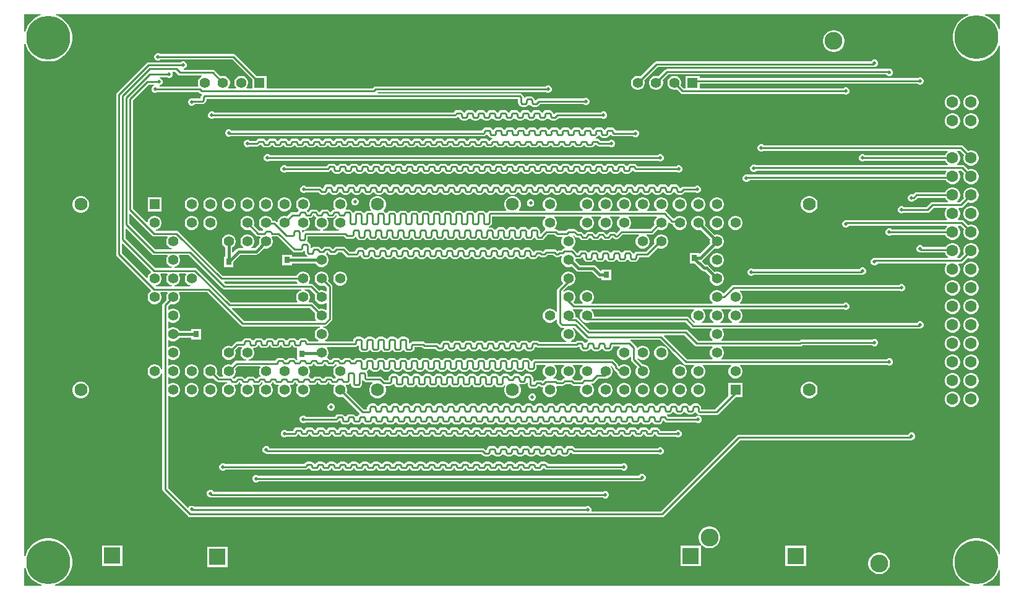
<source format=gbl>
G04*
G04 #@! TF.GenerationSoftware,Altium Limited,Altium Designer,25.4.2 (15)*
G04*
G04 Layer_Physical_Order=4*
G04 Layer_Color=16711680*
%FSLAX44Y44*%
%MOMM*%
G71*
G04*
G04 #@! TF.SameCoordinates,C8064B0B-EDE6-4B3A-8A14-C26425D78004*
G04*
G04*
G04 #@! TF.FilePolarity,Positive*
G04*
G01*
G75*
%ADD17C,0.2540*%
%ADD19C,2.4500*%
%ADD20R,2.3000X2.3000*%
%ADD28C,0.3810*%
%ADD29C,1.6002*%
%ADD30C,1.4080*%
%ADD31R,1.4080X1.4080*%
%ADD32C,1.7800*%
%ADD33C,1.4000*%
%ADD34R,1.4000X1.4000*%
%ADD35C,6.0000*%
%ADD36C,0.5000*%
%ADD38R,0.8000X0.9000*%
G36*
X1334770Y762265D02*
X1333500Y762064D01*
X1333176Y763061D01*
X1330851Y767625D01*
X1327840Y771768D01*
X1324218Y775390D01*
X1320075Y778401D01*
X1315511Y780726D01*
X1314514Y781050D01*
X1314715Y782320D01*
X1334770D01*
Y762265D01*
D02*
G37*
G36*
X22989Y781050D02*
X20306Y780178D01*
X15742Y777853D01*
X11599Y774843D01*
X7977Y771221D01*
X4966Y767077D01*
X2641Y762513D01*
X1270Y758294D01*
X0Y758495D01*
Y782320D01*
X22787D01*
X22989Y781050D01*
D02*
G37*
G36*
X1291526D02*
X1290529Y780726D01*
X1285965Y778401D01*
X1281822Y775390D01*
X1278200Y771768D01*
X1275189Y767625D01*
X1272864Y763061D01*
X1271281Y758190D01*
X1270480Y753131D01*
Y748009D01*
X1271281Y742950D01*
X1272864Y738079D01*
X1275189Y733515D01*
X1278200Y729372D01*
X1281822Y725750D01*
X1285965Y722739D01*
X1290529Y720414D01*
X1295400Y718831D01*
X1300459Y718030D01*
X1305581D01*
X1310640Y718831D01*
X1315511Y720414D01*
X1320075Y722739D01*
X1324218Y725750D01*
X1327840Y729372D01*
X1330851Y733515D01*
X1333176Y738079D01*
X1333500Y739076D01*
X1334770Y738875D01*
Y43481D01*
X1333500Y43280D01*
X1332953Y44963D01*
X1330628Y49527D01*
X1327617Y53671D01*
X1323995Y57292D01*
X1319852Y60303D01*
X1315288Y62628D01*
X1310417Y64211D01*
X1305358Y65012D01*
X1300236D01*
X1295177Y64211D01*
X1290306Y62628D01*
X1285742Y60303D01*
X1281599Y57292D01*
X1277977Y53671D01*
X1274966Y49527D01*
X1272641Y44963D01*
X1271058Y40092D01*
X1270257Y35033D01*
Y29911D01*
X1271058Y24853D01*
X1272641Y19981D01*
X1274966Y15418D01*
X1277977Y11274D01*
X1281599Y7652D01*
X1285742Y4642D01*
X1290306Y2316D01*
X1293526Y1270D01*
X1293325Y0D01*
X42269D01*
X42068Y1270D01*
X45288Y2316D01*
X49852Y4642D01*
X53995Y7652D01*
X57617Y11274D01*
X60628Y15418D01*
X62953Y19981D01*
X64536Y24853D01*
X65337Y29911D01*
Y35033D01*
X64536Y40092D01*
X62953Y44963D01*
X60628Y49527D01*
X57617Y53671D01*
X53995Y57292D01*
X49852Y60303D01*
X45288Y62628D01*
X40417Y64211D01*
X35358Y65012D01*
X30236D01*
X25177Y64211D01*
X20306Y62628D01*
X15742Y60303D01*
X11599Y57292D01*
X7977Y53671D01*
X4966Y49527D01*
X2641Y44963D01*
X1270Y40744D01*
X0Y40945D01*
Y741550D01*
X1270Y741751D01*
X2641Y737531D01*
X4966Y732968D01*
X7977Y728824D01*
X11599Y725202D01*
X15742Y722192D01*
X20306Y719866D01*
X25177Y718284D01*
X30236Y717482D01*
X35358D01*
X40417Y718284D01*
X45288Y719866D01*
X49852Y722192D01*
X53995Y725202D01*
X57617Y728824D01*
X60628Y732968D01*
X62953Y737531D01*
X64536Y742403D01*
X65337Y747461D01*
Y752583D01*
X64536Y757642D01*
X62953Y762513D01*
X60628Y767077D01*
X57617Y771221D01*
X53995Y774843D01*
X49852Y777853D01*
X45288Y780178D01*
X42605Y781050D01*
X42807Y782320D01*
X1291325D01*
X1291526Y781050D01*
D02*
G37*
G36*
X1334770Y21464D02*
Y0D01*
X1312269D01*
X1312068Y1270D01*
X1315288Y2316D01*
X1319852Y4642D01*
X1323995Y7652D01*
X1327617Y11274D01*
X1330628Y15418D01*
X1332953Y19981D01*
X1333500Y21665D01*
X1334770Y21464D01*
D02*
G37*
G36*
X2641Y19981D02*
X4966Y15418D01*
X7977Y11274D01*
X11599Y7652D01*
X15742Y4642D01*
X20306Y2316D01*
X23526Y1270D01*
X23325Y0D01*
X0D01*
Y24000D01*
X1270Y24201D01*
X2641Y19981D01*
D02*
G37*
%LPC*%
G36*
X1108897Y760280D02*
X1105983D01*
X1103126Y759712D01*
X1100434Y758597D01*
X1098012Y756978D01*
X1095952Y754918D01*
X1094333Y752496D01*
X1093218Y749804D01*
X1092650Y746947D01*
Y744033D01*
X1093218Y741176D01*
X1094333Y738484D01*
X1095952Y736062D01*
X1098012Y734002D01*
X1100434Y732383D01*
X1103126Y731268D01*
X1105983Y730700D01*
X1108897D01*
X1111754Y731268D01*
X1114446Y732383D01*
X1116868Y734002D01*
X1118928Y736062D01*
X1120547Y738484D01*
X1121662Y741176D01*
X1122230Y744033D01*
Y746947D01*
X1121662Y749804D01*
X1120547Y752496D01*
X1118928Y754918D01*
X1116868Y756978D01*
X1114446Y758597D01*
X1111754Y759712D01*
X1108897Y760280D01*
D02*
G37*
G36*
X1164323Y720050D02*
X1162318D01*
X1160465Y719283D01*
X1159047Y717865D01*
X1158948Y717625D01*
X864800D01*
X863313Y717329D01*
X862053Y716487D01*
X842857Y697290D01*
X840656Y697880D01*
X838144D01*
X835718Y697230D01*
X833542Y695974D01*
X831766Y694198D01*
X830510Y692022D01*
X829860Y689596D01*
Y687084D01*
X830510Y684658D01*
X831766Y682482D01*
X833542Y680706D01*
X835718Y679450D01*
X838144Y678800D01*
X840656D01*
X843082Y679450D01*
X845258Y680706D01*
X847034Y682482D01*
X848290Y684658D01*
X848940Y687084D01*
Y689596D01*
X848350Y691797D01*
X866409Y709855D01*
X1162050D01*
X1162626Y709970D01*
X1164323D01*
X1166175Y710737D01*
X1167593Y712155D01*
X1168360Y714007D01*
Y716012D01*
X1167593Y717865D01*
X1166175Y719283D01*
X1164323Y720050D01*
D02*
G37*
G36*
X1182370Y707465D02*
X879640D01*
X878154Y707169D01*
X876893Y706327D01*
X867857Y697290D01*
X865656Y697880D01*
X863144D01*
X860718Y697230D01*
X858542Y695974D01*
X856766Y694198D01*
X855510Y692022D01*
X854860Y689596D01*
Y687084D01*
X855510Y684658D01*
X856766Y682482D01*
X858542Y680706D01*
X860718Y679450D01*
X863144Y678800D01*
X865656D01*
X868082Y679450D01*
X870258Y680706D01*
X872034Y682482D01*
X873290Y684658D01*
X873940Y687084D01*
Y689596D01*
X873350Y691797D01*
X881249Y699695D01*
X1179268D01*
X1179367Y699455D01*
X1180785Y698037D01*
X1182637Y697270D01*
X1184642D01*
X1186495Y698037D01*
X1187913Y699455D01*
X1188680Y701308D01*
Y703313D01*
X1187913Y705165D01*
X1186495Y706583D01*
X1184642Y707350D01*
X1182946D01*
X1182370Y707465D01*
D02*
G37*
G36*
X923940Y697880D02*
X904860D01*
Y680795D01*
X902439D01*
X898350Y684883D01*
X898940Y687084D01*
Y689596D01*
X898290Y692022D01*
X897034Y694198D01*
X895257Y695974D01*
X893082Y697230D01*
X890656Y697880D01*
X888144D01*
X885717Y697230D01*
X883542Y695974D01*
X881766Y694198D01*
X880510Y692022D01*
X879860Y689596D01*
Y687084D01*
X880510Y684658D01*
X881766Y682482D01*
X883542Y680706D01*
X885717Y679450D01*
X888144Y678800D01*
X890656D01*
X892856Y679390D01*
X898083Y674163D01*
X899343Y673321D01*
X900830Y673025D01*
X1120707D01*
X1121095Y672637D01*
X1122947Y671870D01*
X1124952D01*
X1126805Y672637D01*
X1128223Y674055D01*
X1128990Y675908D01*
Y677913D01*
X1128223Y679765D01*
X1126805Y681183D01*
X1124952Y681950D01*
X1122947D01*
X1121095Y681183D01*
X1120707Y680795D01*
X923940D01*
Y686995D01*
X1222307D01*
X1222695Y686607D01*
X1224548Y685840D01*
X1226553D01*
X1228405Y686607D01*
X1229823Y688025D01*
X1230590Y689877D01*
Y691882D01*
X1229823Y693735D01*
X1228405Y695153D01*
X1226553Y695920D01*
X1224548D01*
X1222695Y695153D01*
X1222307Y694765D01*
X923940D01*
Y697880D01*
D02*
G37*
G36*
X183883Y728940D02*
X181877D01*
X180025Y728173D01*
X178607Y726755D01*
X177840Y724902D01*
Y722897D01*
X178607Y721045D01*
X180025Y719627D01*
X181877Y718860D01*
X183883D01*
X185735Y719627D01*
X186123Y720015D01*
X284611D01*
X312240Y692386D01*
Y680795D01*
X304385D01*
X303899Y681968D01*
X304414Y682482D01*
X305669Y684658D01*
X306320Y687084D01*
Y689596D01*
X305669Y692022D01*
X304414Y694198D01*
X302637Y695974D01*
X300462Y697230D01*
X298036Y697880D01*
X295524D01*
X293097Y697230D01*
X290922Y695974D01*
X289146Y694198D01*
X287890Y692022D01*
X287240Y689596D01*
Y687084D01*
X287890Y684658D01*
X289146Y682482D01*
X289660Y681968D01*
X289174Y680795D01*
X279386D01*
X278900Y681968D01*
X279414Y682482D01*
X280670Y684658D01*
X281320Y687084D01*
Y689596D01*
X280670Y692022D01*
X279414Y694198D01*
X277638Y695974D01*
X275462Y697230D01*
X273036Y697880D01*
X270524D01*
X268323Y697290D01*
X260557Y705057D01*
X259297Y705899D01*
X257810Y706195D01*
X218256D01*
X218172Y707430D01*
X220025Y708197D01*
X221443Y709615D01*
X222210Y711468D01*
Y713473D01*
X221443Y715325D01*
X220025Y716743D01*
X218172Y717510D01*
X216168D01*
X214315Y716743D01*
X213927Y716355D01*
X169819D01*
X168332Y716059D01*
X167072Y715217D01*
X126793Y674938D01*
X125951Y673678D01*
X125655Y672191D01*
Y453656D01*
X125951Y452169D01*
X126793Y450909D01*
X173312Y404390D01*
X173146Y403131D01*
X172288Y402636D01*
X170504Y400852D01*
X169243Y398668D01*
X168590Y396231D01*
Y393709D01*
X169243Y391272D01*
X170504Y389088D01*
X172288Y387304D01*
X174472Y386043D01*
X176909Y385390D01*
X179431D01*
X181868Y386043D01*
X184052Y387304D01*
X185836Y389088D01*
X187097Y391272D01*
X187750Y393709D01*
Y396231D01*
X187097Y398668D01*
X185944Y400665D01*
X186352Y401935D01*
X195388D01*
X195796Y400665D01*
X194643Y398668D01*
X193990Y396231D01*
Y393709D01*
X194587Y391481D01*
X189973Y386867D01*
X189131Y385607D01*
X188835Y384120D01*
Y295488D01*
X187565Y295320D01*
X187097Y297068D01*
X185836Y299252D01*
X184052Y301036D01*
X181868Y302297D01*
X179431Y302950D01*
X176909D01*
X174472Y302297D01*
X172288Y301036D01*
X170504Y299252D01*
X169243Y297068D01*
X168590Y294631D01*
Y292109D01*
X169243Y289672D01*
X170504Y287488D01*
X172288Y285704D01*
X174472Y284443D01*
X176909Y283790D01*
X179431D01*
X181868Y284443D01*
X184052Y285704D01*
X185836Y287488D01*
X187097Y289672D01*
X187565Y291420D01*
X188835Y291252D01*
Y131836D01*
X189131Y130350D01*
X189973Y129089D01*
X223979Y95083D01*
X225239Y94241D01*
X226726Y93945D01*
X872530D01*
X874017Y94241D01*
X875277Y95083D01*
X979126Y198932D01*
X1212467D01*
X1213953Y199228D01*
X1214256Y199430D01*
X1215123D01*
X1216975Y200197D01*
X1218393Y201615D01*
X1219160Y203468D01*
Y205473D01*
X1218393Y207325D01*
X1216975Y208743D01*
X1215123Y209510D01*
X1213118D01*
X1211265Y208743D01*
X1209847Y207325D01*
X1209589Y206701D01*
X977517D01*
X976030Y206406D01*
X974770Y205564D01*
X870921Y101715D01*
X776484D01*
X775778Y102771D01*
X775930Y103138D01*
Y105142D01*
X775163Y106995D01*
X773745Y108413D01*
X771892Y109180D01*
X769887D01*
X768998Y108812D01*
X768435Y108700D01*
X767424Y108025D01*
X232583D01*
X231825Y108783D01*
X229972Y109550D01*
X227967D01*
X226115Y108783D01*
X224697Y107365D01*
X224545Y106998D01*
X223300Y106750D01*
X196604Y133445D01*
Y259788D01*
X197875Y260196D01*
X199872Y259043D01*
X202309Y258390D01*
X204831D01*
X207268Y259043D01*
X209452Y260304D01*
X211236Y262088D01*
X212497Y264272D01*
X213150Y266709D01*
Y269231D01*
X212497Y271668D01*
X211236Y273852D01*
X209452Y275636D01*
X207268Y276897D01*
X204831Y277550D01*
X202309D01*
X199872Y276897D01*
X197875Y275744D01*
X196604Y276152D01*
Y285188D01*
X197875Y285596D01*
X199872Y284443D01*
X202309Y283790D01*
X204831D01*
X207268Y284443D01*
X209452Y285704D01*
X211236Y287488D01*
X212497Y289672D01*
X213150Y292109D01*
Y294631D01*
X212497Y297068D01*
X211236Y299252D01*
X209452Y301036D01*
X207268Y302297D01*
X204831Y302950D01*
X202309D01*
X199872Y302297D01*
X197875Y301144D01*
X196604Y301552D01*
Y310588D01*
X197875Y310996D01*
X199872Y309843D01*
X202309Y309190D01*
X204831D01*
X207268Y309843D01*
X209452Y311104D01*
X211236Y312888D01*
X212497Y315072D01*
X213150Y317509D01*
Y320031D01*
X212497Y322468D01*
X211236Y324652D01*
X209452Y326436D01*
X207268Y327697D01*
X204831Y328350D01*
X202309D01*
X199872Y327697D01*
X197875Y326544D01*
X196604Y326952D01*
Y335988D01*
X197875Y336396D01*
X199872Y335243D01*
X202309Y334590D01*
X204831D01*
X207268Y335243D01*
X209452Y336504D01*
X211236Y338288D01*
X212015Y339638D01*
X228530D01*
Y337130D01*
X241610D01*
Y351210D01*
X228530D01*
Y348702D01*
X212015D01*
X211236Y350052D01*
X209452Y351836D01*
X207268Y353097D01*
X204831Y353750D01*
X202309D01*
X199872Y353097D01*
X197875Y351944D01*
X196604Y352352D01*
Y361388D01*
X197875Y361796D01*
X199872Y360643D01*
X202309Y359990D01*
X204831D01*
X207268Y360643D01*
X209452Y361904D01*
X211236Y363688D01*
X212497Y365872D01*
X213150Y368309D01*
Y370831D01*
X212497Y373268D01*
X211236Y375452D01*
X209452Y377236D01*
X207268Y378497D01*
X204831Y379150D01*
X202309D01*
X199872Y378497D01*
X197875Y377344D01*
X196604Y377752D01*
Y382511D01*
X200081Y385987D01*
X202309Y385390D01*
X204831D01*
X207268Y386043D01*
X209452Y387304D01*
X211236Y389088D01*
X212497Y391272D01*
X213150Y393709D01*
Y396231D01*
X212497Y398668D01*
X211344Y400665D01*
X211752Y401935D01*
X250071D01*
X296033Y355973D01*
X297293Y355131D01*
X298780Y354836D01*
X404653D01*
X404820Y353565D01*
X403072Y353097D01*
X400888Y351836D01*
X399104Y350052D01*
X397843Y347868D01*
X397190Y345431D01*
Y342909D01*
X397843Y340472D01*
X399104Y338288D01*
X400888Y336504D01*
X402289Y335695D01*
X401949Y334425D01*
X388894D01*
X388769Y335053D01*
X387927Y336313D01*
X386403Y337837D01*
X385142Y338680D01*
X383656Y338975D01*
X379084D01*
X377597Y338680D01*
X376337Y337837D01*
X374813Y336313D01*
X374514Y335865D01*
X372986D01*
X372687Y336313D01*
X371163Y337837D01*
X369902Y338680D01*
X368416Y338975D01*
X363844D01*
X362357Y338680D01*
X361097Y337837D01*
X359573Y336313D01*
X359274Y335865D01*
X357746D01*
X357447Y336313D01*
X355923Y337837D01*
X354662Y338680D01*
X353176Y338975D01*
X348604D01*
X347117Y338680D01*
X345857Y337837D01*
X344333Y336313D01*
X344034Y335865D01*
X342506D01*
X342207Y336313D01*
X340683Y337837D01*
X339422Y338680D01*
X337936Y338975D01*
X333364D01*
X331877Y338680D01*
X330617Y337837D01*
X329093Y336313D01*
X328794Y335865D01*
X327266D01*
X326967Y336313D01*
X325443Y337837D01*
X324182Y338680D01*
X322696Y338975D01*
X318124D01*
X316637Y338680D01*
X315377Y337837D01*
X313853Y336313D01*
X313554Y335865D01*
X312026D01*
X311727Y336313D01*
X310203Y337837D01*
X308942Y338680D01*
X307456Y338975D01*
X302884D01*
X301397Y338680D01*
X300137Y337837D01*
X298613Y336313D01*
X297771Y335053D01*
X297578Y334085D01*
X291200D01*
X289713Y333789D01*
X288453Y332947D01*
X283259Y327753D01*
X281031Y328350D01*
X278509D01*
X276072Y327697D01*
X273888Y326436D01*
X272104Y324652D01*
X270843Y322468D01*
X270190Y320031D01*
Y317509D01*
X270843Y315072D01*
X272104Y312888D01*
X273888Y311104D01*
X276072Y309843D01*
X278509Y309190D01*
X281031D01*
X283468Y309843D01*
X285652Y311104D01*
X287436Y312888D01*
X288697Y315072D01*
X289350Y317509D01*
Y320031D01*
X288753Y322259D01*
X292809Y326315D01*
X297508D01*
X297994Y325142D01*
X297504Y324652D01*
X296243Y322468D01*
X295590Y320031D01*
Y317509D01*
X296243Y315072D01*
X297504Y312888D01*
X299288Y311104D01*
X301472Y309843D01*
X303220Y309375D01*
X303053Y308104D01*
X290620D01*
X289133Y307809D01*
X287873Y306967D01*
X283259Y302353D01*
X281031Y302950D01*
X278509D01*
X276072Y302297D01*
X273888Y301036D01*
X272104Y299252D01*
X270843Y297068D01*
X270190Y294631D01*
Y292109D01*
X270843Y289672D01*
X271996Y287675D01*
X271588Y286405D01*
X266829D01*
X263353Y289881D01*
X263950Y292109D01*
Y294631D01*
X263297Y297068D01*
X262036Y299252D01*
X260252Y301036D01*
X258068Y302297D01*
X255631Y302950D01*
X253109D01*
X250672Y302297D01*
X248488Y301036D01*
X246704Y299252D01*
X245443Y297068D01*
X244790Y294631D01*
Y292109D01*
X245443Y289672D01*
X246704Y287488D01*
X248488Y285704D01*
X250672Y284443D01*
X253109Y283790D01*
X255631D01*
X257859Y284387D01*
X262473Y279773D01*
X263733Y278931D01*
X265220Y278636D01*
X277653D01*
X277820Y277365D01*
X276072Y276897D01*
X273888Y275636D01*
X272104Y273852D01*
X270843Y271668D01*
X270190Y269231D01*
Y266709D01*
X270843Y264272D01*
X272104Y262088D01*
X273888Y260304D01*
X276072Y259043D01*
X278509Y258390D01*
X281031D01*
X283468Y259043D01*
X285652Y260304D01*
X287436Y262088D01*
X288697Y264272D01*
X289350Y266709D01*
Y269231D01*
X288697Y271668D01*
X287461Y273808D01*
X287623Y274485D01*
X287869Y275079D01*
X289096D01*
X290582Y275374D01*
X291842Y276216D01*
X293367Y277740D01*
X293759Y278328D01*
X295100D01*
X295493Y277740D01*
X297017Y276216D01*
X297649Y275794D01*
X297904Y274252D01*
X297504Y273852D01*
X296243Y271668D01*
X295590Y269231D01*
Y266709D01*
X296243Y264272D01*
X297504Y262088D01*
X299288Y260304D01*
X301472Y259043D01*
X303909Y258390D01*
X306431D01*
X308868Y259043D01*
X311052Y260304D01*
X312836Y262088D01*
X314097Y264272D01*
X314750Y266709D01*
Y269231D01*
X314097Y271668D01*
X312836Y273852D01*
X311945Y274743D01*
X311378Y275310D01*
X312257Y276216D01*
X313517Y275374D01*
X315004Y275079D01*
X319576D01*
X321062Y275374D01*
X322323Y276216D01*
X323847Y277740D01*
X324081Y278092D01*
X325394Y278117D01*
X325843Y277527D01*
X325597Y276161D01*
X324688Y275636D01*
X322904Y273852D01*
X321643Y271668D01*
X320990Y269231D01*
Y266709D01*
X321643Y264272D01*
X322904Y262088D01*
X324688Y260304D01*
X326872Y259043D01*
X329309Y258390D01*
X331831D01*
X334268Y259043D01*
X336452Y260304D01*
X338236Y262088D01*
X339497Y264272D01*
X340150Y266709D01*
Y269231D01*
X339497Y271668D01*
X338236Y273852D01*
X337257Y274831D01*
X337381Y276095D01*
X337562Y276216D01*
X339086Y277740D01*
X339479Y278328D01*
X340820D01*
X341213Y277740D01*
X342737Y276216D01*
X343997Y275374D01*
X345484Y275079D01*
X347871D01*
X348117Y274485D01*
X348279Y273808D01*
X347043Y271668D01*
X346390Y269231D01*
Y266709D01*
X347043Y264272D01*
X348304Y262088D01*
X350088Y260304D01*
X352272Y259043D01*
X354709Y258390D01*
X357231D01*
X359668Y259043D01*
X361852Y260304D01*
X363636Y262088D01*
X364897Y264272D01*
X365550Y266709D01*
Y269231D01*
X364897Y271668D01*
X363661Y273808D01*
X363823Y274485D01*
X364069Y275079D01*
X365296D01*
X366782Y275374D01*
X368042Y276216D01*
X369566Y277740D01*
X369959Y278328D01*
X371300D01*
X371693Y277740D01*
X373217Y276216D01*
X373849Y275794D01*
X374104Y274252D01*
X373704Y273852D01*
X372443Y271668D01*
X371790Y269231D01*
Y266709D01*
X372443Y264272D01*
X373704Y262088D01*
X375488Y260304D01*
X377672Y259043D01*
X380109Y258390D01*
X382631D01*
X385068Y259043D01*
X387252Y260304D01*
X389036Y262088D01*
X390297Y264272D01*
X390950Y266709D01*
Y269231D01*
X390297Y271668D01*
X389036Y273852D01*
X388145Y274743D01*
X387578Y275310D01*
X388457Y276216D01*
X389717Y275374D01*
X391204Y275079D01*
X395776D01*
X397262Y275374D01*
X398522Y276216D01*
X400047Y277740D01*
X400439Y278328D01*
X401780D01*
X402173Y277740D01*
X403697Y276216D01*
X404957Y275374D01*
X406444Y275079D01*
X411016D01*
X412502Y275374D01*
X413763Y276216D01*
X415286Y277740D01*
X415679Y278328D01*
X417020D01*
X417413Y277740D01*
X418937Y276216D01*
X420197Y275374D01*
X421684Y275079D01*
X424071D01*
X424317Y274485D01*
X424479Y273808D01*
X423243Y271668D01*
X422590Y269231D01*
Y266709D01*
X423243Y264272D01*
X424504Y262088D01*
X426288Y260304D01*
X428472Y259043D01*
X430909Y258390D01*
X433431D01*
X435659Y258987D01*
X458885Y235761D01*
X458598Y234816D01*
X458387Y234463D01*
X457247Y233702D01*
X455723Y232178D01*
X455424Y231730D01*
X453896D01*
X453597Y232178D01*
X452073Y233702D01*
X450813Y234544D01*
X449326Y234840D01*
X444754D01*
X443267Y234544D01*
X442007Y233702D01*
X440483Y232178D01*
X440184Y231730D01*
X438656D01*
X438357Y232178D01*
X436833Y233702D01*
X435573Y234544D01*
X434086Y234840D01*
X429514D01*
X428027Y234544D01*
X426767Y233702D01*
X425243Y232178D01*
X424599Y231215D01*
X385513D01*
X384675Y232053D01*
X382822Y232820D01*
X380817D01*
X378965Y232053D01*
X377547Y230635D01*
X376780Y228783D01*
Y226778D01*
X377547Y224925D01*
X378965Y223507D01*
X380817Y222740D01*
X382822D01*
X384525Y223445D01*
X426466D01*
X427953Y223741D01*
X429213Y224583D01*
X430527Y225898D01*
X431384Y225795D01*
X431892Y225549D01*
X432021Y224898D01*
X432863Y223638D01*
X434387Y222114D01*
X435647Y221272D01*
X437134Y220977D01*
X441706D01*
X443193Y221272D01*
X444453Y222114D01*
X445977Y223638D01*
X446276Y224086D01*
X447804D01*
X448103Y223638D01*
X449627Y222114D01*
X450887Y221272D01*
X452374Y220977D01*
X456946D01*
X458433Y221272D01*
X459693Y222114D01*
X461217Y223638D01*
X461516Y224086D01*
X463044D01*
X463343Y223638D01*
X464867Y222114D01*
X466127Y221272D01*
X467614Y220977D01*
X472186D01*
X473673Y221272D01*
X474933Y222114D01*
X476457Y223638D01*
X476756Y224086D01*
X478284D01*
X478583Y223638D01*
X480107Y222114D01*
X481367Y221272D01*
X482854Y220977D01*
X487426D01*
X488913Y221272D01*
X490173Y222114D01*
X491697Y223638D01*
X491996Y224086D01*
X493524D01*
X493823Y223638D01*
X495347Y222114D01*
X496607Y221272D01*
X498094Y220977D01*
X502666D01*
X504153Y221272D01*
X505413Y222114D01*
X506937Y223638D01*
X507236Y224086D01*
X508764D01*
X509063Y223638D01*
X510587Y222114D01*
X511847Y221272D01*
X513334Y220977D01*
X517906D01*
X519393Y221272D01*
X520653Y222114D01*
X522177Y223638D01*
X522476Y224086D01*
X524004D01*
X524303Y223638D01*
X525827Y222114D01*
X527087Y221272D01*
X528574Y220977D01*
X533146D01*
X534633Y221272D01*
X535893Y222114D01*
X537417Y223638D01*
X537716Y224086D01*
X539244D01*
X539543Y223638D01*
X541067Y222114D01*
X542327Y221272D01*
X543814Y220977D01*
X548386D01*
X549873Y221272D01*
X551133Y222114D01*
X552657Y223638D01*
X552956Y224086D01*
X554484D01*
X554783Y223638D01*
X556307Y222114D01*
X557567Y221272D01*
X559054Y220977D01*
X563626D01*
X565113Y221272D01*
X566373Y222114D01*
X567897Y223638D01*
X568196Y224086D01*
X569724D01*
X570023Y223638D01*
X571547Y222114D01*
X572807Y221272D01*
X574294Y220977D01*
X578866D01*
X580353Y221272D01*
X581613Y222114D01*
X583137Y223638D01*
X583436Y224086D01*
X584964D01*
X585263Y223638D01*
X586787Y222114D01*
X588047Y221272D01*
X589534Y220977D01*
X594106D01*
X595593Y221272D01*
X596853Y222114D01*
X598377Y223638D01*
X598676Y224086D01*
X600204D01*
X600503Y223638D01*
X602027Y222114D01*
X603287Y221272D01*
X604774Y220977D01*
X609346D01*
X610833Y221272D01*
X612093Y222114D01*
X613617Y223638D01*
X613916Y224086D01*
X615444D01*
X615743Y223638D01*
X617267Y222114D01*
X618527Y221272D01*
X620014Y220977D01*
X624586D01*
X626073Y221272D01*
X627333Y222114D01*
X628857Y223638D01*
X629156Y224086D01*
X630684D01*
X630983Y223638D01*
X632507Y222114D01*
X633767Y221272D01*
X635254Y220977D01*
X639826D01*
X641313Y221272D01*
X642573Y222114D01*
X644097Y223638D01*
X644396Y224086D01*
X645924D01*
X646223Y223638D01*
X647747Y222114D01*
X649007Y221272D01*
X650494Y220977D01*
X655066D01*
X656553Y221272D01*
X657813Y222114D01*
X659337Y223638D01*
X659636Y224086D01*
X661164D01*
X661463Y223638D01*
X662987Y222114D01*
X664247Y221272D01*
X665734Y220977D01*
X670306D01*
X671793Y221272D01*
X673053Y222114D01*
X674577Y223638D01*
X674876Y224086D01*
X676404D01*
X676703Y223638D01*
X678227Y222114D01*
X679487Y221272D01*
X680974Y220977D01*
X685546D01*
X687033Y221272D01*
X688293Y222114D01*
X689817Y223638D01*
X690116Y224086D01*
X691644D01*
X691943Y223638D01*
X693467Y222114D01*
X694727Y221272D01*
X696214Y220977D01*
X700786D01*
X702273Y221272D01*
X703533Y222114D01*
X705057Y223638D01*
X705356Y224086D01*
X706884D01*
X707183Y223638D01*
X708707Y222114D01*
X709967Y221272D01*
X711454Y220977D01*
X716026D01*
X717513Y221272D01*
X718773Y222114D01*
X720297Y223638D01*
X720596Y224086D01*
X722124D01*
X722423Y223638D01*
X723947Y222114D01*
X725207Y221272D01*
X726694Y220977D01*
X731266D01*
X732753Y221272D01*
X734013Y222114D01*
X735537Y223638D01*
X735836Y224086D01*
X737364D01*
X737663Y223638D01*
X739187Y222114D01*
X740447Y221272D01*
X741934Y220977D01*
X746506D01*
X747993Y221272D01*
X749253Y222114D01*
X750777Y223638D01*
X751076Y224086D01*
X752604D01*
X752903Y223638D01*
X754427Y222114D01*
X755687Y221272D01*
X757174Y220977D01*
X761746D01*
X763233Y221272D01*
X764493Y222114D01*
X766017Y223638D01*
X766316Y224086D01*
X767844D01*
X768143Y223638D01*
X769667Y222114D01*
X770927Y221272D01*
X772414Y220977D01*
X776986D01*
X778473Y221272D01*
X779733Y222114D01*
X781257Y223638D01*
X781556Y224086D01*
X783084D01*
X783383Y223638D01*
X784907Y222114D01*
X786167Y221272D01*
X787654Y220977D01*
X792226D01*
X793713Y221272D01*
X794973Y222114D01*
X796497Y223638D01*
X796796Y224086D01*
X798324D01*
X798623Y223638D01*
X800147Y222114D01*
X801407Y221272D01*
X802894Y220977D01*
X807466D01*
X808953Y221272D01*
X810213Y222114D01*
X811737Y223638D01*
X812036Y224086D01*
X813564D01*
X813863Y223638D01*
X815387Y222114D01*
X816647Y221272D01*
X818134Y220977D01*
X822706D01*
X824193Y221272D01*
X825453Y222114D01*
X826977Y223638D01*
X827276Y224086D01*
X828804D01*
X829103Y223638D01*
X830627Y222114D01*
X831887Y221272D01*
X833374Y220977D01*
X837946D01*
X839433Y221272D01*
X840693Y222114D01*
X842217Y223638D01*
X842516Y224086D01*
X844044D01*
X844343Y223638D01*
X845867Y222114D01*
X847127Y221272D01*
X848614Y220977D01*
X853186D01*
X854673Y221272D01*
X855933Y222114D01*
X857457Y223638D01*
X857756Y224086D01*
X859284D01*
X859583Y223638D01*
X861107Y222114D01*
X862367Y221272D01*
X863854Y220977D01*
X868426D01*
X869913Y221272D01*
X871173Y222114D01*
X872697Y223638D01*
X873539Y224898D01*
X873668Y225549D01*
X874176Y225795D01*
X875033Y225898D01*
X876347Y224583D01*
X877607Y223741D01*
X879094Y223445D01*
X918777D01*
X919165Y223057D01*
X921018Y222290D01*
X923023D01*
X924875Y223057D01*
X926293Y224475D01*
X927060Y226327D01*
Y228333D01*
X926293Y230185D01*
X924875Y231603D01*
X923023Y232370D01*
X921018D01*
X919165Y231603D01*
X918777Y231215D01*
X880960D01*
X880317Y232178D01*
X879182Y233313D01*
X879708Y234583D01*
X882766D01*
X884252Y234879D01*
X885513Y235721D01*
X887037Y237245D01*
X887336Y237693D01*
X888864D01*
X889163Y237245D01*
X890687Y235721D01*
X891947Y234879D01*
X893434Y234583D01*
X898006D01*
X899492Y234879D01*
X900753Y235721D01*
X902277Y237245D01*
X902576Y237693D01*
X904104D01*
X904403Y237245D01*
X905927Y235721D01*
X907187Y234879D01*
X908674Y234583D01*
X913246D01*
X914732Y234879D01*
X915993Y235721D01*
X917517Y237245D01*
X917552Y237297D01*
X917927Y237367D01*
X919017Y237204D01*
X919643Y236267D01*
X921167Y234743D01*
X922427Y233901D01*
X923914Y233605D01*
X946750D01*
X948236Y233901D01*
X949497Y234743D01*
X973144Y258390D01*
X982600D01*
Y277550D01*
X963440D01*
Y259674D01*
X945141Y241375D01*
X926274D01*
Y243930D01*
X925979Y245417D01*
X925137Y246677D01*
X923613Y248201D01*
X922352Y249043D01*
X920866Y249339D01*
X916294D01*
X914807Y249043D01*
X913547Y248201D01*
X912023Y246677D01*
X911724Y246229D01*
X910196D01*
X909897Y246677D01*
X908373Y248201D01*
X907112Y249043D01*
X905626Y249339D01*
X901054D01*
X899567Y249043D01*
X898307Y248201D01*
X896783Y246677D01*
X896484Y246229D01*
X894956D01*
X894657Y246677D01*
X893133Y248201D01*
X891872Y249043D01*
X890386Y249339D01*
X885814D01*
X884327Y249043D01*
X883067Y248201D01*
X881543Y246677D01*
X881244Y246229D01*
X879716D01*
X879417Y246677D01*
X877893Y248201D01*
X876632Y249043D01*
X875146Y249339D01*
X870574D01*
X869087Y249043D01*
X867827Y248201D01*
X866303Y246677D01*
X866004Y246229D01*
X864476D01*
X864177Y246677D01*
X862653Y248201D01*
X861392Y249043D01*
X859906Y249339D01*
X855334D01*
X853847Y249043D01*
X852587Y248201D01*
X851063Y246677D01*
X850764Y246229D01*
X849236D01*
X848937Y246677D01*
X847413Y248201D01*
X846152Y249043D01*
X844666Y249339D01*
X840094D01*
X838607Y249043D01*
X837347Y248201D01*
X835823Y246677D01*
X835524Y246229D01*
X833996D01*
X833697Y246677D01*
X832173Y248201D01*
X830912Y249043D01*
X829426Y249339D01*
X824854D01*
X823367Y249043D01*
X822107Y248201D01*
X820583Y246677D01*
X820284Y246229D01*
X818756D01*
X818457Y246677D01*
X816933Y248201D01*
X815672Y249043D01*
X814186Y249339D01*
X809614D01*
X808127Y249043D01*
X806867Y248201D01*
X805343Y246677D01*
X805044Y246229D01*
X803516D01*
X803217Y246677D01*
X801693Y248201D01*
X800432Y249043D01*
X798946Y249339D01*
X794374D01*
X792887Y249043D01*
X791627Y248201D01*
X790103Y246677D01*
X789804Y246229D01*
X788276D01*
X787977Y246677D01*
X786453Y248201D01*
X785192Y249043D01*
X783706Y249339D01*
X779134D01*
X777647Y249043D01*
X776387Y248201D01*
X774863Y246677D01*
X774564Y246229D01*
X773036D01*
X772737Y246677D01*
X771213Y248201D01*
X769952Y249043D01*
X768466Y249339D01*
X763894D01*
X762407Y249043D01*
X761147Y248201D01*
X759623Y246677D01*
X759324Y246229D01*
X757796D01*
X757497Y246677D01*
X755973Y248201D01*
X754712Y249043D01*
X753226Y249339D01*
X748654D01*
X747167Y249043D01*
X745907Y248201D01*
X744383Y246677D01*
X744084Y246229D01*
X742556D01*
X742257Y246677D01*
X740733Y248201D01*
X739472Y249043D01*
X737986Y249339D01*
X733414D01*
X731927Y249043D01*
X730667Y248201D01*
X729143Y246677D01*
X728844Y246229D01*
X727316D01*
X727017Y246677D01*
X725493Y248201D01*
X724232Y249043D01*
X722746Y249339D01*
X718174D01*
X716687Y249043D01*
X715427Y248201D01*
X713903Y246677D01*
X713604Y246229D01*
X712076D01*
X711777Y246677D01*
X710253Y248201D01*
X708992Y249043D01*
X707506Y249339D01*
X702934D01*
X701447Y249043D01*
X700187Y248201D01*
X698663Y246677D01*
X698364Y246229D01*
X696836D01*
X696537Y246677D01*
X695013Y248201D01*
X693752Y249043D01*
X692266Y249339D01*
X687694D01*
X686207Y249043D01*
X684947Y248201D01*
X683423Y246677D01*
X683124Y246229D01*
X681596D01*
X681297Y246677D01*
X679773Y248201D01*
X678512Y249043D01*
X677026Y249339D01*
X672454D01*
X670967Y249043D01*
X669707Y248201D01*
X668183Y246677D01*
X667884Y246229D01*
X666356D01*
X666057Y246677D01*
X664533Y248201D01*
X663272Y249043D01*
X661786Y249339D01*
X657214D01*
X655727Y249043D01*
X654467Y248201D01*
X652943Y246677D01*
X652644Y246229D01*
X651116D01*
X650817Y246677D01*
X649293Y248201D01*
X648032Y249043D01*
X646546Y249339D01*
X641974D01*
X640487Y249043D01*
X639227Y248201D01*
X637703Y246677D01*
X637404Y246229D01*
X635876D01*
X635577Y246677D01*
X634053Y248201D01*
X632792Y249043D01*
X631306Y249339D01*
X626734D01*
X625247Y249043D01*
X623987Y248201D01*
X622463Y246677D01*
X622164Y246229D01*
X620636D01*
X620337Y246677D01*
X618813Y248201D01*
X617552Y249043D01*
X616066Y249339D01*
X611494D01*
X610007Y249043D01*
X608747Y248201D01*
X607223Y246677D01*
X606924Y246229D01*
X605396D01*
X605097Y246677D01*
X603573Y248201D01*
X602312Y249043D01*
X600826Y249339D01*
X596254D01*
X594767Y249043D01*
X593507Y248201D01*
X591983Y246677D01*
X591684Y246229D01*
X590156D01*
X589857Y246677D01*
X588333Y248201D01*
X587072Y249043D01*
X585586Y249339D01*
X581014D01*
X579527Y249043D01*
X578267Y248201D01*
X576743Y246677D01*
X576444Y246229D01*
X574916D01*
X574617Y246677D01*
X573093Y248201D01*
X571832Y249043D01*
X570346Y249339D01*
X565774D01*
X564287Y249043D01*
X563027Y248201D01*
X561503Y246677D01*
X561204Y246229D01*
X559676D01*
X559377Y246677D01*
X557853Y248201D01*
X556592Y249043D01*
X555106Y249339D01*
X550534D01*
X549047Y249043D01*
X547787Y248201D01*
X546263Y246677D01*
X545964Y246229D01*
X544436D01*
X544137Y246677D01*
X542613Y248201D01*
X541352Y249043D01*
X539866Y249339D01*
X535294D01*
X533807Y249043D01*
X532547Y248201D01*
X531023Y246677D01*
X530724Y246229D01*
X529196D01*
X528897Y246677D01*
X527373Y248201D01*
X526112Y249043D01*
X524626Y249339D01*
X520054D01*
X518567Y249043D01*
X517307Y248201D01*
X515783Y246677D01*
X515484Y246229D01*
X513956D01*
X513657Y246677D01*
X512133Y248201D01*
X510872Y249043D01*
X509386Y249339D01*
X504814D01*
X503327Y249043D01*
X502067Y248201D01*
X500543Y246677D01*
X500244Y246229D01*
X498716D01*
X498417Y246677D01*
X496893Y248201D01*
X495632Y249043D01*
X494146Y249339D01*
X489574D01*
X488087Y249043D01*
X486827Y248201D01*
X485303Y246677D01*
X485004Y246229D01*
X483476D01*
X483177Y246677D01*
X481653Y248201D01*
X480392Y249043D01*
X478906Y249339D01*
X474334D01*
X472847Y249043D01*
X471587Y248201D01*
X470063Y246677D01*
X469221Y245417D01*
X468925Y243930D01*
Y241375D01*
X464259D01*
X441153Y264481D01*
X441750Y266709D01*
Y269231D01*
X441097Y271668D01*
X439861Y273808D01*
X440023Y274485D01*
X440269Y275079D01*
X441496D01*
X442982Y275374D01*
X444243Y276216D01*
X445485Y277459D01*
X446596Y277111D01*
X446755Y276990D01*
Y276368D01*
X447051Y274881D01*
X447893Y273621D01*
X449417Y272097D01*
X450677Y271255D01*
X452164Y270959D01*
X456736D01*
X458222Y271255D01*
X459482Y272097D01*
X461007Y273621D01*
X461849Y274881D01*
X462144Y276368D01*
Y280547D01*
X462304Y280668D01*
X463414Y281016D01*
X464657Y279773D01*
X465917Y278931D01*
X467404Y278636D01*
X476223D01*
X476563Y277365D01*
X476146Y277124D01*
X474016Y274994D01*
X472510Y272386D01*
X471730Y269476D01*
Y266464D01*
X472510Y263554D01*
X474016Y260946D01*
X476146Y258816D01*
X478754Y257310D01*
X481664Y256530D01*
X484676D01*
X487586Y257310D01*
X490194Y258816D01*
X492324Y260946D01*
X493830Y263554D01*
X494610Y266464D01*
Y269476D01*
X493857Y272285D01*
X493876Y272606D01*
X494425Y273556D01*
X500310D01*
X501797Y273851D01*
X503057Y274693D01*
X504476Y276112D01*
X504967Y276090D01*
X505832Y275804D01*
X505866Y275638D01*
X506707Y274377D01*
X508232Y272853D01*
X509492Y272011D01*
X510978Y271716D01*
X515550D01*
X517037Y272011D01*
X518297Y272853D01*
X519821Y274377D01*
X520121Y274825D01*
X521648D01*
X521948Y274377D01*
X523471Y272853D01*
X524732Y272011D01*
X526218Y271716D01*
X530790D01*
X532277Y272011D01*
X533537Y272853D01*
X535061Y274377D01*
X535361Y274825D01*
X536888D01*
X537188Y274377D01*
X538712Y272853D01*
X539972Y272011D01*
X541458Y271716D01*
X546030D01*
X547517Y272011D01*
X548777Y272853D01*
X550301Y274377D01*
X550601Y274825D01*
X552128D01*
X552427Y274377D01*
X553951Y272853D01*
X555212Y272011D01*
X556698Y271716D01*
X561270D01*
X562757Y272011D01*
X564017Y272853D01*
X565541Y274377D01*
X565841Y274825D01*
X567368D01*
X567668Y274377D01*
X569192Y272853D01*
X570452Y272011D01*
X571938Y271716D01*
X576510D01*
X577997Y272011D01*
X579257Y272853D01*
X580781Y274377D01*
X581081Y274825D01*
X582608D01*
X582907Y274377D01*
X584431Y272853D01*
X585692Y272011D01*
X587178Y271716D01*
X591750D01*
X593237Y272011D01*
X594497Y272853D01*
X596021Y274377D01*
X596321Y274825D01*
X597848D01*
X598148Y274377D01*
X599672Y272853D01*
X600932Y272011D01*
X602418Y271716D01*
X606990D01*
X608477Y272011D01*
X609737Y272853D01*
X611261Y274377D01*
X611561Y274825D01*
X613088D01*
X613387Y274377D01*
X614911Y272853D01*
X616172Y272011D01*
X617658Y271716D01*
X622230D01*
X623717Y272011D01*
X624977Y272853D01*
X626501Y274377D01*
X626801Y274825D01*
X628328D01*
X628628Y274377D01*
X630151Y272853D01*
X631412Y272011D01*
X632898Y271716D01*
X637470D01*
X638957Y272011D01*
X640217Y272853D01*
X641741Y274377D01*
X642041Y274825D01*
X643568D01*
X643867Y274377D01*
X645391Y272853D01*
X646652Y272011D01*
X648138Y271716D01*
X652710D01*
X654197Y272011D01*
X655457Y272853D01*
X656981Y274377D01*
X657436Y275057D01*
X658515Y274386D01*
X658238Y273907D01*
X657360Y272386D01*
X656580Y269476D01*
Y266464D01*
X657360Y263554D01*
X658866Y260946D01*
X660996Y258816D01*
X663604Y257310D01*
X666514Y256530D01*
X669526D01*
X672436Y257310D01*
X675044Y258816D01*
X677174Y260946D01*
X678680Y263554D01*
X679460Y266464D01*
Y269476D01*
X678680Y272386D01*
X677327Y274729D01*
X677547Y275142D01*
X677973Y275644D01*
X678124Y275767D01*
X679391Y275515D01*
X683226D01*
X684713Y275811D01*
X685973Y276653D01*
X687180Y277859D01*
X688290Y277511D01*
X688450Y277390D01*
Y275365D01*
X688745Y273878D01*
X689587Y272618D01*
X691112Y271094D01*
X692372Y270252D01*
X693858Y269956D01*
X698430D01*
X699917Y270252D01*
X701177Y271094D01*
X702701Y272618D01*
X703229Y273408D01*
X704506Y273484D01*
X704827Y273162D01*
X706088Y272320D01*
X707574Y272024D01*
X708888D01*
X709848Y270754D01*
X709440Y269231D01*
Y266709D01*
X710093Y264272D01*
X711354Y262088D01*
X713138Y260304D01*
X715322Y259043D01*
X717759Y258390D01*
X720281D01*
X722718Y259043D01*
X724902Y260304D01*
X726686Y262088D01*
X727947Y264272D01*
X728600Y266709D01*
Y269231D01*
X727947Y271668D01*
X727440Y272546D01*
X728252Y273679D01*
X728910Y273548D01*
X736530D01*
X738017Y273844D01*
X739277Y274686D01*
X740886Y276295D01*
X747201D01*
X748810Y274686D01*
X750070Y273844D01*
X751557Y273548D01*
X760709D01*
X761344Y272449D01*
X760893Y271668D01*
X760240Y269231D01*
Y266709D01*
X760893Y264272D01*
X762154Y262088D01*
X763938Y260304D01*
X766122Y259043D01*
X768559Y258390D01*
X771081D01*
X773518Y259043D01*
X775702Y260304D01*
X777486Y262088D01*
X778747Y264272D01*
X779400Y266709D01*
Y269231D01*
X778747Y271668D01*
X777486Y273852D01*
X775823Y275515D01*
X775976Y276658D01*
X776010Y276785D01*
X776674D01*
X778161Y277081D01*
X779421Y277923D01*
X785109Y283611D01*
X793556D01*
X794454Y283790D01*
X796481D01*
X798918Y284443D01*
X801102Y285704D01*
X802886Y287488D01*
X804147Y289672D01*
X804800Y292109D01*
Y294631D01*
X804147Y297068D01*
X802886Y299252D01*
X801799Y300339D01*
X802189Y301745D01*
X802621Y301853D01*
X802636Y301851D01*
X805015Y299471D01*
Y299140D01*
X805311Y297653D01*
X806153Y296393D01*
X811261Y291285D01*
X811693Y289672D01*
X812954Y287488D01*
X814738Y285704D01*
X816922Y284443D01*
X819359Y283790D01*
X821881D01*
X824318Y284443D01*
X826502Y285704D01*
X828286Y287488D01*
X829547Y289672D01*
X830200Y292109D01*
Y294631D01*
X829547Y297068D01*
X828286Y299252D01*
X826502Y301036D01*
X824318Y302297D01*
X821881Y302950D01*
X819359D01*
X816922Y302297D01*
X814738Y301036D01*
X813775Y300073D01*
X812785Y300879D01*
Y301080D01*
X812489Y302567D01*
X811647Y303827D01*
X806657Y308817D01*
X805397Y309659D01*
X803910Y309955D01*
X698508D01*
X697021Y309659D01*
X695761Y308817D01*
X694374Y307430D01*
X693900Y307450D01*
X693018Y307736D01*
X692989Y307883D01*
X692147Y309143D01*
X690622Y310667D01*
X689362Y311509D01*
X687876Y311805D01*
X683304D01*
X681817Y311509D01*
X680557Y310667D01*
X679033Y309143D01*
X678733Y308695D01*
X677206D01*
X676907Y309143D01*
X675383Y310667D01*
X674122Y311509D01*
X672636Y311805D01*
X668064D01*
X666577Y311509D01*
X665317Y310667D01*
X663793Y309143D01*
X663493Y308695D01*
X661966D01*
X661666Y309143D01*
X660143Y310667D01*
X658882Y311509D01*
X657396Y311805D01*
X652824D01*
X651337Y311509D01*
X650077Y310667D01*
X648553Y309143D01*
X648253Y308695D01*
X646726D01*
X646426Y309143D01*
X644902Y310667D01*
X643642Y311509D01*
X642156Y311805D01*
X637584D01*
X636097Y311509D01*
X634837Y310667D01*
X633313Y309143D01*
X633013Y308695D01*
X631486D01*
X631186Y309143D01*
X629663Y310667D01*
X628402Y311509D01*
X626916Y311805D01*
X622344D01*
X620857Y311509D01*
X619597Y310667D01*
X618073Y309143D01*
X617773Y308695D01*
X616246D01*
X615947Y309143D01*
X614422Y310667D01*
X613162Y311509D01*
X611676Y311805D01*
X607104D01*
X605617Y311509D01*
X604357Y310667D01*
X602833Y309143D01*
X602533Y308695D01*
X601006D01*
X600706Y309143D01*
X599183Y310667D01*
X597922Y311509D01*
X596436Y311805D01*
X591864D01*
X590377Y311509D01*
X589117Y310667D01*
X587593Y309143D01*
X587293Y308695D01*
X585766D01*
X585466Y309143D01*
X583942Y310667D01*
X582682Y311509D01*
X581196Y311805D01*
X576624D01*
X575137Y311509D01*
X573877Y310667D01*
X572353Y309143D01*
X572053Y308695D01*
X570526D01*
X570227Y309143D01*
X568703Y310667D01*
X567442Y311509D01*
X565956Y311805D01*
X561384D01*
X559897Y311509D01*
X558637Y310667D01*
X557113Y309143D01*
X556813Y308695D01*
X555286D01*
X554986Y309143D01*
X553462Y310667D01*
X552202Y311509D01*
X550716Y311805D01*
X546144D01*
X544657Y311509D01*
X543397Y310667D01*
X541873Y309143D01*
X541573Y308695D01*
X540046D01*
X539747Y309143D01*
X538223Y310667D01*
X536962Y311509D01*
X535476Y311805D01*
X530904D01*
X529417Y311509D01*
X528157Y310667D01*
X526633Y309143D01*
X526333Y308695D01*
X524806D01*
X524506Y309143D01*
X522982Y310667D01*
X521722Y311509D01*
X520236Y311805D01*
X515664D01*
X514177Y311509D01*
X512917Y310667D01*
X511393Y309143D01*
X511093Y308695D01*
X509566D01*
X509267Y309143D01*
X507743Y310667D01*
X506482Y311509D01*
X504996Y311805D01*
X500424D01*
X498937Y311509D01*
X497677Y310667D01*
X496153Y309143D01*
X495853Y308695D01*
X494326D01*
X494026Y309143D01*
X492503Y310667D01*
X491242Y311509D01*
X489756Y311805D01*
X485184D01*
X483697Y311509D01*
X482437Y310667D01*
X480913Y309143D01*
X480613Y308695D01*
X479086D01*
X478787Y309143D01*
X477262Y310667D01*
X476002Y311509D01*
X474516Y311805D01*
X469944D01*
X468457Y311509D01*
X467197Y310667D01*
X465673Y309143D01*
X465373Y308695D01*
X463846D01*
X463546Y309143D01*
X462023Y310667D01*
X460762Y311509D01*
X459276Y311805D01*
X454704D01*
X453217Y311509D01*
X451957Y310667D01*
X450433Y309143D01*
X450017Y308521D01*
X448722D01*
X448307Y309143D01*
X446782Y310667D01*
X445522Y311509D01*
X444036Y311805D01*
X439464D01*
X437977Y311509D01*
X436717Y310667D01*
X435193Y309143D01*
X434777Y308521D01*
X433482D01*
X433066Y309143D01*
X431543Y310667D01*
X430282Y311509D01*
X428796Y311805D01*
X424224D01*
X422737Y311509D01*
X421477Y310667D01*
X419953Y309143D01*
X419537Y308521D01*
X418242D01*
X417826Y309143D01*
X416302Y310667D01*
X415042Y311509D01*
X414884Y311541D01*
X414436Y312888D01*
X415697Y315072D01*
X416350Y317509D01*
Y320031D01*
X415697Y322468D01*
X414436Y324652D01*
X413702Y325386D01*
X414228Y326656D01*
X452236D01*
X453722Y326951D01*
X454983Y327794D01*
X456225Y329036D01*
X457336Y328688D01*
X457495Y328567D01*
Y324965D01*
X457791Y323478D01*
X458633Y322218D01*
X460157Y320694D01*
X461417Y319852D01*
X462904Y319556D01*
X467476D01*
X468962Y319852D01*
X470223Y320694D01*
X471747Y322218D01*
X472046Y322666D01*
X473574D01*
X473873Y322218D01*
X475397Y320694D01*
X476657Y319852D01*
X478144Y319556D01*
X482716D01*
X484202Y319852D01*
X485463Y320694D01*
X486987Y322218D01*
X487286Y322666D01*
X488814D01*
X489113Y322218D01*
X490637Y320694D01*
X491897Y319852D01*
X493384Y319556D01*
X497956D01*
X499442Y319852D01*
X500703Y320694D01*
X502227Y322218D01*
X502526Y322666D01*
X504054D01*
X504353Y322218D01*
X505877Y320694D01*
X507137Y319852D01*
X508624Y319556D01*
X513196D01*
X514682Y319852D01*
X515943Y320694D01*
X517467Y322218D01*
X517766Y322666D01*
X519294D01*
X519593Y322218D01*
X521117Y320694D01*
X522377Y319852D01*
X523864Y319556D01*
X528436D01*
X529922Y319852D01*
X531183Y320694D01*
X532707Y322218D01*
X533549Y323478D01*
X533844Y324965D01*
Y326315D01*
X544049D01*
X544872Y325493D01*
X546132Y324651D01*
X547618Y324356D01*
X562244D01*
X562652Y323746D01*
X564176Y322222D01*
X565436Y321380D01*
X566922Y321084D01*
X571494D01*
X572981Y321380D01*
X574241Y322222D01*
X575765Y323746D01*
X576065Y324194D01*
X577592D01*
X577892Y323746D01*
X579416Y322222D01*
X580676Y321380D01*
X582162Y321084D01*
X586734D01*
X588221Y321380D01*
X589481Y322222D01*
X591005Y323746D01*
X591305Y324194D01*
X592832D01*
X593132Y323746D01*
X594656Y322222D01*
X595916Y321380D01*
X597402Y321084D01*
X601974D01*
X603461Y321380D01*
X604721Y322222D01*
X606245Y323746D01*
X606545Y324194D01*
X608072D01*
X608372Y323746D01*
X609896Y322222D01*
X611156Y321380D01*
X612642Y321084D01*
X617214D01*
X618701Y321380D01*
X619961Y322222D01*
X621485Y323746D01*
X621785Y324194D01*
X623312D01*
X623612Y323746D01*
X625136Y322222D01*
X626396Y321380D01*
X627882Y321084D01*
X632454D01*
X633941Y321380D01*
X635201Y322222D01*
X636725Y323746D01*
X637025Y324194D01*
X638552D01*
X638852Y323746D01*
X640376Y322222D01*
X641636Y321380D01*
X643122Y321084D01*
X647694D01*
X649181Y321380D01*
X650441Y322222D01*
X651965Y323746D01*
X652265Y324194D01*
X653792D01*
X654092Y323746D01*
X655616Y322222D01*
X656876Y321380D01*
X658362Y321084D01*
X662934D01*
X664421Y321380D01*
X665681Y322222D01*
X667205Y323746D01*
X667505Y324194D01*
X669032D01*
X669332Y323746D01*
X670856Y322222D01*
X672116Y321380D01*
X673602Y321084D01*
X678174D01*
X679661Y321380D01*
X680921Y322222D01*
X682445Y323746D01*
X682745Y324194D01*
X684272D01*
X684572Y323746D01*
X686096Y322222D01*
X687356Y321380D01*
X688842Y321084D01*
X693414D01*
X694901Y321380D01*
X696161Y322222D01*
X697685Y323746D01*
X698527Y325006D01*
X698812Y326440D01*
X699172Y326726D01*
X700093Y327049D01*
X701072Y326395D01*
X702558Y326099D01*
X755806D01*
X757292Y326395D01*
X758364Y327110D01*
X759040Y326915D01*
X759634Y326522D01*
Y326393D01*
X759930Y324906D01*
X760772Y323646D01*
X762296Y322122D01*
X763556Y321280D01*
X765042Y320984D01*
X769614D01*
X771101Y321280D01*
X772361Y322122D01*
X773885Y323646D01*
X774185Y324094D01*
X775712D01*
X776012Y323646D01*
X777536Y322122D01*
X778796Y321280D01*
X780282Y320984D01*
X784854D01*
X786341Y321280D01*
X787601Y322122D01*
X789125Y323646D01*
X789425Y324094D01*
X790952D01*
X791252Y323646D01*
X792776Y322122D01*
X794036Y321280D01*
X795522Y320984D01*
X800094D01*
X801581Y321280D01*
X802841Y322122D01*
X804365Y323646D01*
X805207Y324906D01*
X805503Y326393D01*
Y327715D01*
X814414D01*
X814754Y326445D01*
X814738Y326436D01*
X812954Y324652D01*
X811693Y322468D01*
X811040Y320031D01*
Y317509D01*
X811693Y315072D01*
X812954Y312888D01*
X814738Y311104D01*
X816922Y309843D01*
X819359Y309190D01*
X821881D01*
X824318Y309843D01*
X826502Y311104D01*
X828286Y312888D01*
X828787Y313756D01*
X830057Y313416D01*
Y309554D01*
X830353Y308067D01*
X831195Y306807D01*
X838552Y299450D01*
X838354Y299252D01*
X837093Y297068D01*
X836440Y294631D01*
Y292109D01*
X837093Y289672D01*
X838354Y287488D01*
X840138Y285704D01*
X842322Y284443D01*
X844759Y283790D01*
X847281D01*
X849718Y284443D01*
X851902Y285704D01*
X853686Y287488D01*
X854947Y289672D01*
X855600Y292109D01*
Y294631D01*
X854947Y297068D01*
X853686Y299252D01*
X851902Y301036D01*
X849718Y302297D01*
X847281Y302950D01*
X846040D01*
X838476Y310514D01*
X838552Y310894D01*
X839930Y311312D01*
X840138Y311104D01*
X842322Y309843D01*
X844759Y309190D01*
X847281D01*
X849718Y309843D01*
X851902Y311104D01*
X853686Y312888D01*
X854947Y315072D01*
X855600Y317509D01*
Y320031D01*
X854947Y322468D01*
X853686Y324652D01*
X851902Y326436D01*
X849718Y327697D01*
X847281Y328350D01*
X844759D01*
X842322Y327697D01*
X840138Y326436D01*
X839097Y325395D01*
X838545Y325470D01*
X837768Y325862D01*
X837531Y327055D01*
X836689Y328315D01*
X830657Y334347D01*
X829397Y335189D01*
X829314Y335205D01*
X829439Y336475D01*
X869611D01*
X885339Y320747D01*
X885340Y320747D01*
X902763Y303323D01*
X904023Y302481D01*
X905510Y302185D01*
X916030D01*
X916064Y302059D01*
X916217Y300915D01*
X914554Y299252D01*
X913293Y297068D01*
X912640Y294631D01*
Y292109D01*
X913293Y289672D01*
X914554Y287488D01*
X916338Y285704D01*
X918522Y284443D01*
X920959Y283790D01*
X923481D01*
X925918Y284443D01*
X928102Y285704D01*
X929886Y287488D01*
X931147Y289672D01*
X931800Y292109D01*
Y294631D01*
X931147Y297068D01*
X929886Y299252D01*
X928223Y300915D01*
X928376Y302059D01*
X928410Y302185D01*
X966830D01*
X966864Y302059D01*
X967017Y300915D01*
X965354Y299252D01*
X964093Y297068D01*
X963440Y294631D01*
Y292109D01*
X964093Y289672D01*
X965354Y287488D01*
X967138Y285704D01*
X969322Y284443D01*
X971759Y283790D01*
X974281D01*
X976718Y284443D01*
X978902Y285704D01*
X980686Y287488D01*
X981947Y289672D01*
X982600Y292109D01*
Y294631D01*
X981947Y297068D01*
X980686Y299252D01*
X979023Y300915D01*
X979176Y302059D01*
X979210Y302185D01*
X1180397D01*
X1180785Y301797D01*
X1182637Y301030D01*
X1184642D01*
X1186495Y301797D01*
X1187913Y303215D01*
X1188680Y305068D01*
Y307073D01*
X1187913Y308925D01*
X1186495Y310343D01*
X1184642Y311110D01*
X1182637D01*
X1180785Y310343D01*
X1180397Y309955D01*
X953810D01*
X953776Y310082D01*
X953623Y311225D01*
X955286Y312888D01*
X956547Y315072D01*
X957200Y317509D01*
Y320031D01*
X956547Y322468D01*
X955286Y324652D01*
X953623Y326315D01*
X953776Y327458D01*
X953810Y327585D01*
X1061686D01*
X1063173Y327881D01*
X1064433Y328723D01*
X1064565Y328855D01*
X1160077D01*
X1160465Y328467D01*
X1162318Y327700D01*
X1164323D01*
X1166175Y328467D01*
X1167593Y329885D01*
X1168360Y331738D01*
Y333742D01*
X1167593Y335595D01*
X1166175Y337013D01*
X1164323Y337780D01*
X1162318D01*
X1160465Y337013D01*
X1160077Y336625D01*
X1062956D01*
X1061470Y336329D01*
X1060210Y335487D01*
X1060077Y335355D01*
X953810D01*
X953776Y335481D01*
X953623Y336625D01*
X955286Y338288D01*
X956547Y340472D01*
X957200Y342909D01*
Y345431D01*
X956547Y347868D01*
X955286Y350052D01*
X954796Y350542D01*
X955282Y351715D01*
X1224280D01*
X1224856Y351830D01*
X1226553D01*
X1228405Y352597D01*
X1229823Y354015D01*
X1230590Y355868D01*
Y357873D01*
X1229823Y359725D01*
X1228405Y361143D01*
X1226553Y361910D01*
X1224548D01*
X1222695Y361143D01*
X1221277Y359725D01*
X1221178Y359485D01*
X977922D01*
X977700Y359743D01*
X977977Y361370D01*
X978902Y361904D01*
X980686Y363688D01*
X981947Y365872D01*
X982600Y368309D01*
Y370831D01*
X981947Y373268D01*
X980686Y375452D01*
X979023Y377115D01*
X979176Y378259D01*
X979210Y378385D01*
X1120707D01*
X1121095Y377997D01*
X1122947Y377230D01*
X1124952D01*
X1126805Y377997D01*
X1128223Y379415D01*
X1128990Y381268D01*
Y383273D01*
X1128223Y385125D01*
X1126805Y386543D01*
X1124952Y387310D01*
X1122947D01*
X1121095Y386543D01*
X1120707Y386155D01*
X979210D01*
X979176Y386282D01*
X979023Y387425D01*
X980686Y389088D01*
X981947Y391272D01*
X982600Y393709D01*
Y396231D01*
X981947Y398668D01*
X980686Y400852D01*
X979023Y402515D01*
X979176Y403658D01*
X979210Y403785D01*
X1196907D01*
X1197295Y403397D01*
X1199147Y402630D01*
X1201152D01*
X1203005Y403397D01*
X1204423Y404815D01*
X1205190Y406668D01*
Y408672D01*
X1204423Y410525D01*
X1203005Y411943D01*
X1201152Y412710D01*
X1199147D01*
X1197295Y411943D01*
X1196907Y411555D01*
X970376D01*
X968889Y411259D01*
X967629Y410417D01*
X957041Y399828D01*
X955781Y399994D01*
X955286Y400852D01*
X953502Y402636D01*
X951318Y403897D01*
X948881Y404550D01*
X946359D01*
X943922Y403897D01*
X941738Y402636D01*
X939954Y400852D01*
X938693Y398668D01*
X938040Y396231D01*
Y393709D01*
X938693Y391272D01*
X939954Y389088D01*
X941617Y387425D01*
X941464Y386282D01*
X941430Y386155D01*
X776010D01*
X775976Y386282D01*
X775823Y387425D01*
X777486Y389088D01*
X778747Y391272D01*
X779400Y393709D01*
Y396231D01*
X778747Y398668D01*
X777486Y400852D01*
X775702Y402636D01*
X773518Y403897D01*
X771081Y404550D01*
X768559D01*
X766122Y403897D01*
X763938Y402636D01*
X762154Y400852D01*
X760893Y398668D01*
X760240Y396231D01*
Y393709D01*
X760893Y391272D01*
X762154Y389088D01*
X763817Y387425D01*
X763664Y386282D01*
X763630Y386155D01*
X752779D01*
X750966Y387968D01*
X752086Y389088D01*
X753347Y391272D01*
X754000Y393709D01*
Y396231D01*
X753347Y398668D01*
X752086Y400852D01*
X750302Y402636D01*
X748118Y403897D01*
X745681Y404550D01*
X743159D01*
X740722Y403897D01*
X738760Y402764D01*
X737934Y402957D01*
X737366Y403260D01*
X737308Y403554D01*
X744544Y410790D01*
X745681D01*
X748118Y411443D01*
X750302Y412704D01*
X752086Y414488D01*
X753347Y416672D01*
X754000Y419109D01*
Y421631D01*
X753347Y424068D01*
X752086Y426252D01*
X750302Y428036D01*
X748118Y429297D01*
X745681Y429950D01*
X743159D01*
X740722Y429297D01*
X738538Y428036D01*
X736754Y426252D01*
X735493Y424068D01*
X734840Y421631D01*
Y419109D01*
X735493Y416672D01*
X736754Y414488D01*
X737004Y414238D01*
X729953Y407187D01*
X729111Y405927D01*
X728815Y404440D01*
Y374304D01*
X727545Y373964D01*
X726686Y375452D01*
X724902Y377236D01*
X722718Y378497D01*
X720281Y379150D01*
X717759D01*
X715322Y378497D01*
X713138Y377236D01*
X711354Y375452D01*
X710093Y373268D01*
X709440Y370831D01*
Y368309D01*
X710093Y365872D01*
X711354Y363688D01*
X713138Y361904D01*
X715322Y360643D01*
X717759Y359990D01*
X720281D01*
X722718Y360643D01*
X724902Y361904D01*
X726686Y363688D01*
X727545Y365176D01*
X728815Y364836D01*
Y359996D01*
X729111Y358509D01*
X729953Y357249D01*
X733079Y354123D01*
X734339Y353281D01*
X735826Y352985D01*
X738230D01*
X738264Y352859D01*
X738417Y351715D01*
X736754Y350052D01*
X735493Y347868D01*
X734840Y345431D01*
Y342909D01*
X735493Y340472D01*
X736754Y338288D01*
X738538Y336504D01*
X740722Y335243D01*
X741113Y335138D01*
X740946Y333868D01*
X704167D01*
X703781Y334254D01*
X702521Y335097D01*
X701034Y335392D01*
X696462D01*
X694976Y335097D01*
X693716Y334254D01*
X692192Y332730D01*
X691892Y332282D01*
X690365D01*
X690065Y332730D01*
X688541Y334254D01*
X687281Y335097D01*
X685794Y335392D01*
X681222D01*
X679736Y335097D01*
X678476Y334254D01*
X676952Y332730D01*
X676652Y332282D01*
X675125D01*
X674825Y332730D01*
X673301Y334254D01*
X672041Y335097D01*
X670554Y335392D01*
X665982D01*
X664496Y335097D01*
X663236Y334254D01*
X661712Y332730D01*
X661412Y332282D01*
X659885D01*
X659585Y332730D01*
X658061Y334254D01*
X656801Y335097D01*
X655314Y335392D01*
X650742D01*
X649256Y335097D01*
X647996Y334254D01*
X646472Y332730D01*
X646172Y332282D01*
X644645D01*
X644345Y332730D01*
X642821Y334254D01*
X641561Y335097D01*
X640074Y335392D01*
X635502D01*
X634016Y335097D01*
X632756Y334254D01*
X631232Y332730D01*
X630932Y332282D01*
X629405D01*
X629105Y332730D01*
X627581Y334254D01*
X626321Y335097D01*
X624834Y335392D01*
X620262D01*
X618776Y335097D01*
X617516Y334254D01*
X615992Y332730D01*
X615692Y332282D01*
X614165D01*
X613865Y332730D01*
X612341Y334254D01*
X611081Y335097D01*
X609594Y335392D01*
X605022D01*
X603536Y335097D01*
X602276Y334254D01*
X600752Y332730D01*
X600452Y332282D01*
X598925D01*
X598625Y332730D01*
X597101Y334254D01*
X595841Y335097D01*
X594354Y335392D01*
X589782D01*
X588296Y335097D01*
X587036Y334254D01*
X585512Y332730D01*
X585212Y332282D01*
X583685D01*
X583385Y332730D01*
X581861Y334254D01*
X580601Y335097D01*
X579114Y335392D01*
X574542D01*
X573056Y335097D01*
X571796Y334254D01*
X570272Y332730D01*
X569430Y331470D01*
X569174Y330187D01*
X568847Y329956D01*
X568739Y329909D01*
X567864Y329744D01*
X566621Y330987D01*
X565361Y331829D01*
X563874Y332125D01*
X549227D01*
X548405Y332947D01*
X547145Y333789D01*
X545658Y334085D01*
X531484D01*
X529997Y333789D01*
X528737Y332947D01*
X527495Y331704D01*
X526384Y332052D01*
X526225Y332174D01*
Y335435D01*
X525929Y336922D01*
X525087Y338182D01*
X523563Y339706D01*
X522302Y340548D01*
X520816Y340844D01*
X516244D01*
X514757Y340548D01*
X513497Y339706D01*
X511973Y338182D01*
X511674Y337734D01*
X510146D01*
X509847Y338182D01*
X508323Y339706D01*
X507062Y340548D01*
X505576Y340844D01*
X501004D01*
X499517Y340548D01*
X498257Y339706D01*
X496733Y338182D01*
X496434Y337734D01*
X494906D01*
X494607Y338182D01*
X493083Y339706D01*
X491822Y340548D01*
X490336Y340844D01*
X485764D01*
X484277Y340548D01*
X483017Y339706D01*
X481493Y338182D01*
X481194Y337734D01*
X479666D01*
X479367Y338182D01*
X477843Y339706D01*
X476582Y340548D01*
X475096Y340844D01*
X470524D01*
X469037Y340548D01*
X467777Y339706D01*
X466253Y338182D01*
X465954Y337734D01*
X464426D01*
X464127Y338182D01*
X462603Y339706D01*
X461342Y340548D01*
X459856Y340844D01*
X455284D01*
X453797Y340548D01*
X452537Y339706D01*
X451013Y338182D01*
X450171Y336922D01*
X449875Y335435D01*
Y334425D01*
X411591D01*
X411251Y335695D01*
X412652Y336504D01*
X414436Y338288D01*
X415697Y340472D01*
X416350Y342909D01*
Y345431D01*
X415697Y347868D01*
X414436Y350052D01*
X412652Y351836D01*
X410468Y353097D01*
X408720Y353565D01*
X408887Y354836D01*
X411264D01*
X412751Y355131D01*
X414011Y355973D01*
X420367Y362329D01*
X421209Y363589D01*
X421504Y365076D01*
Y409520D01*
X421209Y411007D01*
X420367Y412267D01*
X415753Y416881D01*
X416350Y419109D01*
Y421631D01*
X415697Y424068D01*
X414436Y426252D01*
X412652Y428036D01*
X410468Y429297D01*
X408031Y429950D01*
X405509D01*
X403072Y429297D01*
X400888Y428036D01*
X399104Y426252D01*
X397843Y424068D01*
X397190Y421631D01*
Y419109D01*
X397843Y416672D01*
X399104Y414488D01*
X400888Y412704D01*
X403072Y411443D01*
X405509Y410790D01*
X408031D01*
X410259Y411387D01*
X413735Y407911D01*
Y403152D01*
X412465Y402744D01*
X410468Y403897D01*
X408031Y404550D01*
X405509D01*
X403280Y403953D01*
X394967Y412267D01*
X393706Y413109D01*
X392220Y413405D01*
X389552D01*
X389144Y414675D01*
X390297Y416672D01*
X390950Y419109D01*
Y421631D01*
X390297Y424068D01*
X389036Y426252D01*
X387252Y428036D01*
X385068Y429297D01*
X382631Y429950D01*
X380109D01*
X377672Y429297D01*
X375488Y428036D01*
X373704Y426252D01*
X372551Y424255D01*
X271323D01*
X210811Y484767D01*
X209551Y485609D01*
X208064Y485905D01*
X180287D01*
X180120Y487174D01*
X181868Y487643D01*
X184052Y488904D01*
X185836Y490688D01*
X187097Y492872D01*
X187750Y495309D01*
Y497831D01*
X187097Y500268D01*
X185836Y502452D01*
X184052Y504236D01*
X181868Y505497D01*
X179431Y506150D01*
X176909D01*
X174472Y505497D01*
X172288Y504236D01*
X170504Y502452D01*
X169243Y500268D01*
X168646Y498040D01*
X167459Y497430D01*
X148665Y516225D01*
Y664269D01*
X170161Y685765D01*
X177716D01*
X177800Y684530D01*
X175948Y683763D01*
X174530Y682345D01*
X173762Y680492D01*
Y678487D01*
X174530Y676635D01*
X175948Y675217D01*
X177800Y674450D01*
X179805D01*
X181657Y675217D01*
X182045Y675605D01*
X238733D01*
X240175Y674163D01*
X241436Y673321D01*
X242232Y673163D01*
X242650Y671785D01*
X242363Y671498D01*
X241521Y670238D01*
X241225Y668751D01*
Y666825D01*
X230588D01*
X229972Y667080D01*
X227967D01*
X226115Y666312D01*
X224697Y664895D01*
X223930Y663042D01*
Y661037D01*
X224697Y659185D01*
X226115Y657767D01*
X227967Y657000D01*
X229972D01*
X231825Y657767D01*
X233113Y659055D01*
X243586D01*
X245073Y659351D01*
X246333Y660193D01*
X247857Y661717D01*
X248699Y662977D01*
X248995Y664464D01*
Y666390D01*
X675565D01*
Y660828D01*
X675861Y659341D01*
X676703Y658081D01*
X678227Y656557D01*
X679487Y655715D01*
X680974Y655419D01*
X685546D01*
X687033Y655715D01*
X688293Y656557D01*
X689817Y658081D01*
X690116Y658529D01*
X691644D01*
X691943Y658081D01*
X693467Y656557D01*
X694727Y655715D01*
X696214Y655419D01*
X700786D01*
X702273Y655715D01*
X703533Y656557D01*
X705057Y658081D01*
X705708Y659055D01*
X765107D01*
X765595Y658567D01*
X767448Y657800D01*
X769453D01*
X771305Y658567D01*
X772723Y659985D01*
X773490Y661837D01*
Y663842D01*
X772723Y665695D01*
X771305Y667113D01*
X769453Y667880D01*
X767448D01*
X765595Y667113D01*
X765307Y666825D01*
X703834D01*
X702347Y666529D01*
X701087Y665687D01*
X699845Y664444D01*
X699133Y664537D01*
X698867Y664641D01*
X698521Y664878D01*
X698279Y666096D01*
X697437Y667357D01*
X695913Y668881D01*
X694653Y669723D01*
X693166Y670018D01*
X688594D01*
X687107Y669723D01*
X685847Y668881D01*
X684605Y667638D01*
X683494Y667986D01*
X683335Y668107D01*
Y668751D01*
X683039Y670238D01*
X682197Y671498D01*
X680673Y673022D01*
X679413Y673864D01*
X677926Y674160D01*
X483989D01*
X483310Y675430D01*
X483427Y675605D01*
X713305D01*
X713693Y675217D01*
X715545Y674450D01*
X717550D01*
X719402Y675217D01*
X720820Y676635D01*
X721588Y678487D01*
Y680492D01*
X720820Y682345D01*
X719402Y683763D01*
X717550Y684530D01*
X715545D01*
X713693Y683763D01*
X713305Y683375D01*
X480692D01*
X479205Y683079D01*
X477945Y682237D01*
X476503Y680795D01*
X331320D01*
Y697880D01*
X317734D01*
X288967Y726647D01*
X287707Y727489D01*
X286220Y727785D01*
X186123D01*
X185735Y728173D01*
X183883Y728940D01*
D02*
G37*
G36*
X1296788Y672211D02*
X1294012D01*
X1291331Y671493D01*
X1288928Y670105D01*
X1286965Y668142D01*
X1285577Y665739D01*
X1284859Y663058D01*
Y660282D01*
X1285577Y657601D01*
X1286965Y655198D01*
X1288928Y653235D01*
X1291331Y651847D01*
X1294012Y651129D01*
X1296788D01*
X1299469Y651847D01*
X1301872Y653235D01*
X1303835Y655198D01*
X1305223Y657601D01*
X1305941Y660282D01*
Y663058D01*
X1305223Y665739D01*
X1303835Y668142D01*
X1301872Y670105D01*
X1299469Y671493D01*
X1296788Y672211D01*
D02*
G37*
G36*
X1271388D02*
X1268612D01*
X1265931Y671493D01*
X1263528Y670105D01*
X1261565Y668142D01*
X1260177Y665739D01*
X1259459Y663058D01*
Y660282D01*
X1260177Y657601D01*
X1261565Y655198D01*
X1263528Y653235D01*
X1265931Y651847D01*
X1268612Y651129D01*
X1271388D01*
X1274069Y651847D01*
X1276472Y653235D01*
X1278435Y655198D01*
X1279823Y657601D01*
X1280541Y660282D01*
Y663058D01*
X1279823Y665739D01*
X1278435Y668142D01*
X1276472Y670105D01*
X1274069Y671493D01*
X1271388Y672211D01*
D02*
G37*
G36*
X718566Y650987D02*
X713994D01*
X712507Y650692D01*
X711247Y649849D01*
X709723Y648325D01*
X709424Y647877D01*
X707896D01*
X707597Y648325D01*
X706073Y649849D01*
X704813Y650692D01*
X703326Y650987D01*
X698754D01*
X697267Y650692D01*
X696007Y649849D01*
X694483Y648325D01*
X694184Y647877D01*
X692656D01*
X692357Y648325D01*
X690833Y649849D01*
X689573Y650692D01*
X688086Y650987D01*
X683514D01*
X682027Y650692D01*
X680767Y649849D01*
X679243Y648325D01*
X678944Y647877D01*
X677416D01*
X677117Y648325D01*
X675593Y649849D01*
X674333Y650692D01*
X672846Y650987D01*
X668274D01*
X666787Y650692D01*
X665527Y649849D01*
X664003Y648325D01*
X663704Y647877D01*
X662176D01*
X661877Y648325D01*
X660353Y649849D01*
X659093Y650692D01*
X657606Y650987D01*
X653034D01*
X651547Y650692D01*
X650287Y649849D01*
X648763Y648325D01*
X648464Y647877D01*
X646936D01*
X646637Y648325D01*
X645113Y649849D01*
X643853Y650692D01*
X642366Y650987D01*
X637794D01*
X636307Y650692D01*
X635047Y649849D01*
X633523Y648325D01*
X633224Y647877D01*
X631696D01*
X631397Y648325D01*
X629873Y649849D01*
X628613Y650692D01*
X627126Y650987D01*
X622554D01*
X621067Y650692D01*
X619807Y649849D01*
X618283Y648325D01*
X617984Y647877D01*
X616456D01*
X616157Y648325D01*
X614633Y649849D01*
X613373Y650692D01*
X611886Y650987D01*
X607314D01*
X605827Y650692D01*
X604567Y649849D01*
X603043Y648325D01*
X602744Y647877D01*
X601216D01*
X600917Y648325D01*
X599393Y649849D01*
X598133Y650692D01*
X596646Y650987D01*
X592074D01*
X590587Y650692D01*
X589327Y649849D01*
X587803Y648325D01*
X587472Y647829D01*
X587417Y647775D01*
X259783D01*
X259395Y648163D01*
X257542Y648930D01*
X255537D01*
X253685Y648163D01*
X252267Y646745D01*
X251500Y644893D01*
Y642887D01*
X252267Y641035D01*
X253685Y639617D01*
X255537Y638850D01*
X257542D01*
X259395Y639617D01*
X259783Y640005D01*
X589026D01*
X590513Y640301D01*
X591773Y641143D01*
X593015Y642386D01*
X593770Y642276D01*
X593995Y642185D01*
X594335Y641950D01*
X594581Y640714D01*
X595423Y639454D01*
X596947Y637929D01*
X598207Y637087D01*
X599694Y636792D01*
X604266D01*
X605753Y637087D01*
X607013Y637929D01*
X608537Y639454D01*
X608836Y639902D01*
X610364D01*
X610663Y639454D01*
X612187Y637929D01*
X613447Y637087D01*
X614934Y636792D01*
X619506D01*
X620993Y637087D01*
X622253Y637929D01*
X623777Y639454D01*
X624076Y639902D01*
X625604D01*
X625903Y639454D01*
X627427Y637929D01*
X628687Y637087D01*
X630174Y636792D01*
X634746D01*
X636233Y637087D01*
X637493Y637929D01*
X639017Y639454D01*
X639316Y639902D01*
X640844D01*
X641143Y639454D01*
X642667Y637929D01*
X643927Y637087D01*
X645414Y636792D01*
X649986D01*
X651473Y637087D01*
X652733Y637929D01*
X654257Y639454D01*
X654556Y639902D01*
X656084D01*
X656383Y639454D01*
X657907Y637929D01*
X659167Y637087D01*
X660654Y636792D01*
X665226D01*
X666713Y637087D01*
X667973Y637929D01*
X669497Y639454D01*
X669796Y639902D01*
X671324D01*
X671623Y639454D01*
X673147Y637929D01*
X674407Y637087D01*
X675894Y636792D01*
X680466D01*
X681953Y637087D01*
X683213Y637929D01*
X684737Y639454D01*
X685036Y639902D01*
X686564D01*
X686863Y639454D01*
X688387Y637929D01*
X689647Y637087D01*
X691134Y636792D01*
X695706D01*
X697193Y637087D01*
X698453Y637929D01*
X699977Y639454D01*
X700276Y639902D01*
X701804D01*
X702103Y639454D01*
X703627Y637929D01*
X704887Y637087D01*
X706374Y636792D01*
X710946D01*
X712433Y637087D01*
X713693Y637929D01*
X715217Y639454D01*
X715516Y639902D01*
X717044D01*
X717343Y639454D01*
X718867Y637929D01*
X720127Y637087D01*
X721614Y636792D01*
X726186D01*
X727673Y637087D01*
X728933Y637929D01*
X730457Y639454D01*
X730790Y639953D01*
X730843Y640005D01*
X789237D01*
X789625Y639617D01*
X791478Y638850D01*
X793483D01*
X795335Y639617D01*
X796753Y641035D01*
X797520Y642887D01*
Y644893D01*
X796753Y646745D01*
X795335Y648163D01*
X793483Y648930D01*
X791478D01*
X789625Y648163D01*
X789237Y647775D01*
X729234D01*
X727747Y647479D01*
X726487Y646637D01*
X725245Y645394D01*
X724493Y645503D01*
X724265Y645595D01*
X723925Y645830D01*
X723679Y647065D01*
X722837Y648325D01*
X721313Y649849D01*
X720053Y650692D01*
X718566Y650987D01*
D02*
G37*
G36*
X1296788Y646811D02*
X1294012D01*
X1291331Y646093D01*
X1288928Y644705D01*
X1286965Y642742D01*
X1285577Y640339D01*
X1284859Y637658D01*
Y634882D01*
X1285577Y632201D01*
X1286965Y629798D01*
X1288928Y627835D01*
X1291331Y626447D01*
X1294012Y625729D01*
X1296788D01*
X1299469Y626447D01*
X1301872Y627835D01*
X1303835Y629798D01*
X1305223Y632201D01*
X1305941Y634882D01*
Y637658D01*
X1305223Y640339D01*
X1303835Y642742D01*
X1301872Y644705D01*
X1299469Y646093D01*
X1296788Y646811D01*
D02*
G37*
G36*
X1271388D02*
X1268612D01*
X1265931Y646093D01*
X1263528Y644705D01*
X1261565Y642742D01*
X1260177Y640339D01*
X1259459Y637658D01*
Y634882D01*
X1260177Y632201D01*
X1261565Y629798D01*
X1263528Y627835D01*
X1265931Y626447D01*
X1268612Y625729D01*
X1271388D01*
X1274069Y626447D01*
X1276472Y627835D01*
X1278435Y629798D01*
X1279823Y632201D01*
X1280541Y634882D01*
Y637658D01*
X1279823Y640339D01*
X1278435Y642742D01*
X1276472Y644705D01*
X1274069Y646093D01*
X1271388Y646811D01*
D02*
G37*
G36*
X803656Y627248D02*
X799084D01*
X797597Y626953D01*
X796337Y626111D01*
X794813Y624587D01*
X794514Y624138D01*
X792986D01*
X792687Y624587D01*
X791163Y626111D01*
X789903Y626953D01*
X788416Y627248D01*
X783844D01*
X782357Y626953D01*
X781097Y626111D01*
X779573Y624587D01*
X779274Y624138D01*
X777746D01*
X777447Y624587D01*
X775923Y626111D01*
X774663Y626953D01*
X773176Y627248D01*
X768604D01*
X767117Y626953D01*
X765857Y626111D01*
X764333Y624587D01*
X764034Y624138D01*
X762506D01*
X762207Y624587D01*
X760683Y626111D01*
X759423Y626953D01*
X757936Y627248D01*
X753364D01*
X751877Y626953D01*
X750617Y626111D01*
X749093Y624587D01*
X748794Y624138D01*
X747266D01*
X746967Y624587D01*
X745443Y626111D01*
X744183Y626953D01*
X742696Y627248D01*
X738124D01*
X736637Y626953D01*
X735377Y626111D01*
X733853Y624587D01*
X733554Y624138D01*
X732026D01*
X731727Y624587D01*
X730203Y626111D01*
X728943Y626953D01*
X727456Y627248D01*
X722884D01*
X721397Y626953D01*
X720137Y626111D01*
X718613Y624587D01*
X718314Y624138D01*
X716786D01*
X716487Y624587D01*
X714963Y626111D01*
X713703Y626953D01*
X712216Y627248D01*
X707644D01*
X706157Y626953D01*
X704897Y626111D01*
X703373Y624587D01*
X703074Y624138D01*
X701546D01*
X701247Y624587D01*
X699723Y626111D01*
X698463Y626953D01*
X696976Y627248D01*
X692404D01*
X690917Y626953D01*
X689657Y626111D01*
X688133Y624587D01*
X687834Y624138D01*
X686306D01*
X686007Y624587D01*
X684483Y626111D01*
X683223Y626953D01*
X681736Y627248D01*
X677164D01*
X675677Y626953D01*
X674417Y626111D01*
X672893Y624587D01*
X672594Y624138D01*
X671066D01*
X670767Y624587D01*
X669243Y626111D01*
X667983Y626953D01*
X666496Y627248D01*
X661924D01*
X660437Y626953D01*
X659177Y626111D01*
X657653Y624587D01*
X657354Y624138D01*
X655826D01*
X655527Y624587D01*
X654003Y626111D01*
X652743Y626953D01*
X651256Y627248D01*
X646684D01*
X645197Y626953D01*
X643937Y626111D01*
X642413Y624587D01*
X642114Y624138D01*
X640586D01*
X640287Y624587D01*
X638763Y626111D01*
X637503Y626953D01*
X636016Y627248D01*
X631444D01*
X629957Y626953D01*
X628697Y626111D01*
X627173Y624587D01*
X626331Y623326D01*
X626268Y623010D01*
X283278D01*
X282440Y623848D01*
X280587Y624615D01*
X278582D01*
X276730Y623848D01*
X275312Y622430D01*
X274545Y620578D01*
Y618573D01*
X275312Y616720D01*
X276730Y615302D01*
X278582Y614535D01*
X280587D01*
X282290Y615240D01*
X628396D01*
X629883Y615536D01*
X631143Y616378D01*
X632516Y617751D01*
X633182Y617699D01*
X633876Y617426D01*
X633951Y617048D01*
X634793Y615787D01*
X636317Y614263D01*
X637577Y613421D01*
X639064Y613125D01*
X640184D01*
X640310Y611856D01*
X640102Y611814D01*
X638842Y610972D01*
X637318Y609448D01*
X637019Y609000D01*
X635491D01*
X635192Y609448D01*
X633668Y610972D01*
X632407Y611814D01*
X630921Y612110D01*
X626349D01*
X624862Y611814D01*
X623602Y610972D01*
X622078Y609448D01*
X621778Y609000D01*
X620251D01*
X619952Y609448D01*
X618428Y610972D01*
X617167Y611814D01*
X615681Y612110D01*
X611109D01*
X609622Y611814D01*
X608362Y610972D01*
X606838Y609448D01*
X606539Y609000D01*
X605011D01*
X604712Y609448D01*
X603188Y610972D01*
X601927Y611814D01*
X600441Y612110D01*
X595869D01*
X594382Y611814D01*
X593122Y610972D01*
X591598Y609448D01*
X591298Y609000D01*
X589771D01*
X589472Y609448D01*
X587948Y610972D01*
X586687Y611814D01*
X585201Y612110D01*
X580629D01*
X579142Y611814D01*
X577882Y610972D01*
X576358Y609448D01*
X576059Y609000D01*
X574531D01*
X574232Y609448D01*
X572708Y610972D01*
X571447Y611814D01*
X569961Y612110D01*
X565389D01*
X563902Y611814D01*
X562642Y610972D01*
X561118Y609448D01*
X560818Y609000D01*
X559291D01*
X558992Y609448D01*
X557468Y610972D01*
X556207Y611814D01*
X554721Y612110D01*
X550149D01*
X548662Y611814D01*
X547402Y610972D01*
X545878Y609448D01*
X545578Y609000D01*
X544051D01*
X543752Y609448D01*
X542228Y610972D01*
X540967Y611814D01*
X539481Y612110D01*
X534909D01*
X533422Y611814D01*
X532162Y610972D01*
X530638Y609448D01*
X530339Y609000D01*
X528811D01*
X528512Y609448D01*
X526988Y610972D01*
X525727Y611814D01*
X524241Y612110D01*
X519669D01*
X518182Y611814D01*
X516922Y610972D01*
X515398Y609448D01*
X515098Y609000D01*
X513571D01*
X513272Y609448D01*
X511748Y610972D01*
X510487Y611814D01*
X509001Y612110D01*
X504429D01*
X502942Y611814D01*
X501682Y610972D01*
X500158Y609448D01*
X499859Y609000D01*
X498331D01*
X498032Y609448D01*
X496508Y610972D01*
X495247Y611814D01*
X493761Y612110D01*
X489189D01*
X487702Y611814D01*
X486442Y610972D01*
X484918Y609448D01*
X484618Y609000D01*
X483091D01*
X482792Y609448D01*
X481268Y610972D01*
X480007Y611814D01*
X478521Y612110D01*
X473949D01*
X472462Y611814D01*
X471202Y610972D01*
X469678Y609448D01*
X469379Y609000D01*
X467851D01*
X467552Y609448D01*
X466028Y610972D01*
X464767Y611814D01*
X463281Y612110D01*
X458709D01*
X457222Y611814D01*
X455962Y610972D01*
X454438Y609448D01*
X454138Y609000D01*
X452611D01*
X452312Y609448D01*
X450788Y610972D01*
X449527Y611814D01*
X448041Y612110D01*
X443469D01*
X441982Y611814D01*
X440722Y610972D01*
X439198Y609448D01*
X438899Y609000D01*
X437371D01*
X437072Y609448D01*
X435548Y610972D01*
X434287Y611814D01*
X432801Y612110D01*
X428229D01*
X426742Y611814D01*
X425482Y610972D01*
X423958Y609448D01*
X423658Y609000D01*
X422131D01*
X421832Y609448D01*
X420308Y610972D01*
X419047Y611814D01*
X417561Y612110D01*
X412989D01*
X411502Y611814D01*
X410242Y610972D01*
X408718Y609448D01*
X408419Y609000D01*
X406891D01*
X406592Y609448D01*
X405068Y610972D01*
X403807Y611814D01*
X402321Y612110D01*
X397749D01*
X396262Y611814D01*
X395002Y610972D01*
X393478Y609448D01*
X393178Y609000D01*
X391651D01*
X391352Y609448D01*
X389828Y610972D01*
X388567Y611814D01*
X387081Y612110D01*
X382509D01*
X381022Y611814D01*
X379762Y610972D01*
X378238Y609448D01*
X377938Y609000D01*
X376411D01*
X376112Y609448D01*
X374588Y610972D01*
X373327Y611814D01*
X371841Y612110D01*
X367269D01*
X365782Y611814D01*
X364522Y610972D01*
X362998Y609448D01*
X362699Y609000D01*
X361171D01*
X360872Y609448D01*
X359348Y610972D01*
X358087Y611814D01*
X356601Y612110D01*
X352029D01*
X350542Y611814D01*
X349282Y610972D01*
X347758Y609448D01*
X347458Y609000D01*
X345931D01*
X345632Y609448D01*
X344108Y610972D01*
X342847Y611814D01*
X341361Y612110D01*
X336789D01*
X335302Y611814D01*
X334042Y610972D01*
X332518Y609448D01*
X332219Y609000D01*
X330691D01*
X330392Y609448D01*
X328868Y610972D01*
X327607Y611814D01*
X326121Y612110D01*
X321549D01*
X320062Y611814D01*
X318802Y610972D01*
X317278Y609448D01*
X317248Y609404D01*
X316892Y609047D01*
X308670D01*
X308025Y609693D01*
X306172Y610460D01*
X304167D01*
X302315Y609693D01*
X300897Y608275D01*
X300130Y606423D01*
Y604418D01*
X300897Y602565D01*
X302315Y601147D01*
X304167Y600380D01*
X306172D01*
X308025Y601147D01*
X308155Y601278D01*
X318501D01*
X319987Y601574D01*
X321248Y602416D01*
X322728Y603896D01*
X323239Y603896D01*
X324130Y603621D01*
X324898Y602472D01*
X326422Y600948D01*
X327682Y600106D01*
X329169Y599810D01*
X333741D01*
X335227Y600106D01*
X336488Y600948D01*
X338012Y602472D01*
X338311Y602920D01*
X339838D01*
X340138Y602472D01*
X341662Y600948D01*
X342922Y600106D01*
X344409Y599810D01*
X348981D01*
X350467Y600106D01*
X351728Y600948D01*
X353252Y602472D01*
X353551Y602920D01*
X355079D01*
X355378Y602472D01*
X356902Y600948D01*
X358162Y600106D01*
X359649Y599810D01*
X364221D01*
X365707Y600106D01*
X366968Y600948D01*
X368492Y602472D01*
X368791Y602920D01*
X370318D01*
X370618Y602472D01*
X372142Y600948D01*
X373402Y600106D01*
X374889Y599810D01*
X379461D01*
X380947Y600106D01*
X382208Y600948D01*
X383732Y602472D01*
X384031Y602920D01*
X385559D01*
X385858Y602472D01*
X387382Y600948D01*
X388642Y600106D01*
X390129Y599810D01*
X394701D01*
X396187Y600106D01*
X397448Y600948D01*
X398972Y602472D01*
X399271Y602920D01*
X400798D01*
X401098Y602472D01*
X402622Y600948D01*
X403882Y600106D01*
X405369Y599810D01*
X409941D01*
X411427Y600106D01*
X412688Y600948D01*
X414212Y602472D01*
X414511Y602920D01*
X416039D01*
X416338Y602472D01*
X417862Y600948D01*
X419122Y600106D01*
X420609Y599810D01*
X425181D01*
X426667Y600106D01*
X427928Y600948D01*
X429452Y602472D01*
X429751Y602920D01*
X431278D01*
X431578Y602472D01*
X433102Y600948D01*
X434362Y600106D01*
X435849Y599810D01*
X440421D01*
X441907Y600106D01*
X443168Y600948D01*
X444692Y602472D01*
X444991Y602920D01*
X446519D01*
X446818Y602472D01*
X448342Y600948D01*
X449602Y600106D01*
X451089Y599810D01*
X455661D01*
X457147Y600106D01*
X458408Y600948D01*
X459932Y602472D01*
X460231Y602920D01*
X461758D01*
X462058Y602472D01*
X463582Y600948D01*
X464842Y600106D01*
X466329Y599810D01*
X470901D01*
X472387Y600106D01*
X473648Y600948D01*
X475172Y602472D01*
X475471Y602920D01*
X476998D01*
X477298Y602472D01*
X478822Y600948D01*
X480082Y600106D01*
X481569Y599810D01*
X486141D01*
X487627Y600106D01*
X488888Y600948D01*
X490412Y602472D01*
X490711Y602920D01*
X492239D01*
X492538Y602472D01*
X494062Y600948D01*
X495322Y600106D01*
X496809Y599810D01*
X501381D01*
X502867Y600106D01*
X504128Y600948D01*
X505652Y602472D01*
X505951Y602920D01*
X507478D01*
X507778Y602472D01*
X509302Y600948D01*
X510562Y600106D01*
X512049Y599810D01*
X516621D01*
X518107Y600106D01*
X519368Y600948D01*
X520892Y602472D01*
X521191Y602920D01*
X522719D01*
X523018Y602472D01*
X524542Y600948D01*
X525802Y600106D01*
X527289Y599810D01*
X531861D01*
X533347Y600106D01*
X534608Y600948D01*
X536132Y602472D01*
X536431Y602920D01*
X537958D01*
X538258Y602472D01*
X539782Y600948D01*
X541042Y600106D01*
X542529Y599810D01*
X547101D01*
X548587Y600106D01*
X549848Y600948D01*
X551372Y602472D01*
X551671Y602920D01*
X553199D01*
X553498Y602472D01*
X555022Y600948D01*
X556282Y600106D01*
X557769Y599810D01*
X562341D01*
X563827Y600106D01*
X565088Y600948D01*
X566612Y602472D01*
X566911Y602920D01*
X568438D01*
X568738Y602472D01*
X570262Y600948D01*
X571522Y600106D01*
X573009Y599810D01*
X577581D01*
X579067Y600106D01*
X580328Y600948D01*
X581852Y602472D01*
X582151Y602920D01*
X583679D01*
X583978Y602472D01*
X585502Y600948D01*
X586762Y600106D01*
X588249Y599810D01*
X592821D01*
X594307Y600106D01*
X595568Y600948D01*
X597092Y602472D01*
X597391Y602920D01*
X598918D01*
X599218Y602472D01*
X600742Y600948D01*
X602002Y600106D01*
X603489Y599810D01*
X608061D01*
X609547Y600106D01*
X610808Y600948D01*
X612332Y602472D01*
X612631Y602920D01*
X614159D01*
X614458Y602472D01*
X615982Y600948D01*
X617242Y600106D01*
X618729Y599810D01*
X623301D01*
X624787Y600106D01*
X626048Y600948D01*
X627572Y602472D01*
X627871Y602920D01*
X629398D01*
X629698Y602472D01*
X631222Y600948D01*
X632482Y600106D01*
X633969Y599810D01*
X638541D01*
X640027Y600106D01*
X641288Y600948D01*
X642812Y602472D01*
X643111Y602920D01*
X644639D01*
X644938Y602472D01*
X646462Y600948D01*
X647722Y600106D01*
X649209Y599810D01*
X653781D01*
X655267Y600106D01*
X656528Y600948D01*
X658052Y602472D01*
X658351Y602920D01*
X659878D01*
X660178Y602472D01*
X661702Y600948D01*
X662962Y600106D01*
X664449Y599810D01*
X669021D01*
X670507Y600106D01*
X671768Y600948D01*
X673292Y602472D01*
X673591Y602920D01*
X675118D01*
X675418Y602472D01*
X676942Y600948D01*
X678202Y600106D01*
X679689Y599810D01*
X684261D01*
X685747Y600106D01*
X687008Y600948D01*
X688532Y602472D01*
X688831Y602920D01*
X690359D01*
X690658Y602472D01*
X692182Y600948D01*
X693442Y600106D01*
X694929Y599810D01*
X699501D01*
X700987Y600106D01*
X702248Y600948D01*
X703772Y602472D01*
X704071Y602920D01*
X705599D01*
X705898Y602472D01*
X707422Y600948D01*
X708682Y600106D01*
X710169Y599810D01*
X714741D01*
X716227Y600106D01*
X717488Y600948D01*
X719012Y602472D01*
X719311Y602920D01*
X720838D01*
X721138Y602472D01*
X722662Y600948D01*
X723922Y600106D01*
X725409Y599810D01*
X729981D01*
X731467Y600106D01*
X732728Y600948D01*
X734252Y602472D01*
X734551Y602920D01*
X736078D01*
X736378Y602472D01*
X737902Y600948D01*
X739162Y600106D01*
X740649Y599810D01*
X745221D01*
X746707Y600106D01*
X747968Y600948D01*
X749492Y602472D01*
X749791Y602920D01*
X751319D01*
X751618Y602472D01*
X753142Y600948D01*
X754402Y600106D01*
X755889Y599810D01*
X760461D01*
X761947Y600106D01*
X763208Y600948D01*
X764732Y602472D01*
X765031Y602920D01*
X766559D01*
X766858Y602472D01*
X768382Y600948D01*
X769642Y600106D01*
X771129Y599810D01*
X775701D01*
X777187Y600106D01*
X778448Y600948D01*
X779972Y602472D01*
X780740Y603621D01*
X781630Y603896D01*
X782141Y603896D01*
X783622Y602416D01*
X784882Y601574D01*
X786369Y601278D01*
X800024D01*
X800412Y600890D01*
X802265Y600123D01*
X804270D01*
X806122Y600890D01*
X807540Y602308D01*
X808307Y604160D01*
Y606165D01*
X807540Y608018D01*
X806122Y609435D01*
X804270Y610203D01*
X802265D01*
X800412Y609435D01*
X800024Y609047D01*
X787978D01*
X787621Y609404D01*
X787592Y609448D01*
X786068Y610972D01*
X784807Y611814D01*
X783321Y612110D01*
X782200D01*
X782075Y613380D01*
X782283Y613421D01*
X783543Y614263D01*
X785067Y615787D01*
X785366Y616236D01*
X786894D01*
X787193Y615787D01*
X788717Y614263D01*
X789977Y613421D01*
X791464Y613125D01*
X796036D01*
X797523Y613421D01*
X798783Y614263D01*
X800307Y615787D01*
X801149Y617048D01*
X801224Y617426D01*
X801918Y617699D01*
X802584Y617751D01*
X803957Y616378D01*
X805217Y615536D01*
X806704Y615240D01*
X833052D01*
X833440Y614852D01*
X835293Y614085D01*
X837298D01*
X839150Y614852D01*
X840568Y616270D01*
X841335Y618122D01*
Y620127D01*
X840568Y621980D01*
X839150Y623398D01*
X837298Y624165D01*
X835293D01*
X833440Y623398D01*
X833052Y623010D01*
X808832D01*
X808769Y623326D01*
X807927Y624587D01*
X806403Y626111D01*
X805143Y626953D01*
X803656Y627248D01*
D02*
G37*
G36*
X870953Y590510D02*
X868948D01*
X867095Y589743D01*
X866707Y589355D01*
X335983D01*
X335595Y589743D01*
X333742Y590510D01*
X331738D01*
X329885Y589743D01*
X328467Y588325D01*
X327700Y586473D01*
Y584468D01*
X328467Y582615D01*
X329885Y581197D01*
X331738Y580430D01*
X333742D01*
X335595Y581197D01*
X335983Y581585D01*
X866707D01*
X867095Y581197D01*
X868948Y580430D01*
X870953D01*
X872805Y581197D01*
X874223Y582615D01*
X874990Y584468D01*
Y586473D01*
X874223Y588325D01*
X872805Y589743D01*
X870953Y590510D01*
D02*
G37*
G36*
X1009382Y604480D02*
X1007377D01*
X1005525Y603713D01*
X1004107Y602295D01*
X1003340Y600443D01*
Y598438D01*
X1004107Y596585D01*
X1005525Y595167D01*
X1007377Y594400D01*
X1009382D01*
X1011235Y595167D01*
X1011242Y595174D01*
X1263273D01*
X1263527Y594226D01*
X1263527Y593904D01*
X1261565Y591942D01*
X1260177Y589539D01*
X1260128Y589355D01*
X1150053D01*
X1149665Y589743D01*
X1147812Y590510D01*
X1145807D01*
X1143955Y589743D01*
X1142537Y588325D01*
X1141770Y586473D01*
Y584468D01*
X1142537Y582615D01*
X1143955Y581197D01*
X1145807Y580430D01*
X1147812D01*
X1149665Y581197D01*
X1150053Y581585D01*
X1260128D01*
X1260177Y581401D01*
X1261565Y578998D01*
X1263527Y577036D01*
X1263527Y576713D01*
X1263273Y575766D01*
X1001082D01*
X1001075Y575773D01*
X999222Y576540D01*
X997217D01*
X995365Y575773D01*
X993947Y574355D01*
X993180Y572503D01*
Y570498D01*
X993947Y568645D01*
X995365Y567227D01*
X997217Y566460D01*
X999222D01*
X1001075Y567227D01*
X1001844Y567996D01*
X1261360D01*
X1261846Y566823D01*
X1261565Y566542D01*
X1260177Y564139D01*
X1259788Y562685D01*
X989330D01*
X988754Y562570D01*
X987057D01*
X985205Y561803D01*
X983787Y560385D01*
X983020Y558532D01*
Y556527D01*
X983787Y554675D01*
X985205Y553257D01*
X987057Y552490D01*
X989062D01*
X990915Y553257D01*
X992333Y554675D01*
X992432Y554915D01*
X1260804D01*
X1261565Y553598D01*
X1263528Y551635D01*
X1265931Y550247D01*
X1268612Y549529D01*
X1271388D01*
X1274069Y550247D01*
X1276472Y551635D01*
X1278435Y553598D01*
X1279823Y556001D01*
X1280541Y558682D01*
Y561458D01*
X1279823Y564139D01*
X1278435Y566542D01*
X1278154Y566823D01*
X1278640Y567996D01*
X1281980D01*
X1285673Y564304D01*
X1285577Y564139D01*
X1284859Y561458D01*
Y558682D01*
X1285577Y556001D01*
X1286965Y553598D01*
X1288928Y551635D01*
X1291331Y550247D01*
X1294012Y549529D01*
X1296788D01*
X1299469Y550247D01*
X1301872Y551635D01*
X1303835Y553598D01*
X1305223Y556001D01*
X1305941Y558682D01*
Y561458D01*
X1305223Y564139D01*
X1303835Y566542D01*
X1301872Y568505D01*
X1299469Y569893D01*
X1296788Y570611D01*
X1294012D01*
X1291331Y569893D01*
X1291166Y569797D01*
X1286336Y574628D01*
X1285076Y575470D01*
X1283589Y575766D01*
X1276727D01*
X1276473Y576713D01*
X1276473Y577036D01*
X1278435Y578998D01*
X1279823Y581401D01*
X1280541Y584082D01*
Y586858D01*
X1279823Y589539D01*
X1278435Y591942D01*
X1276473Y593904D01*
X1276473Y594226D01*
X1276727Y595174D01*
X1280202D01*
X1285673Y589704D01*
X1285577Y589539D01*
X1284859Y586858D01*
Y584082D01*
X1285577Y581401D01*
X1286965Y578998D01*
X1288928Y577035D01*
X1291331Y575647D01*
X1294012Y574929D01*
X1296788D01*
X1299469Y575647D01*
X1301872Y577035D01*
X1303835Y578998D01*
X1305223Y581401D01*
X1305941Y584082D01*
Y586858D01*
X1305223Y589539D01*
X1303835Y591942D01*
X1301872Y593905D01*
X1299469Y595293D01*
X1296788Y596011D01*
X1294012D01*
X1291331Y595293D01*
X1291166Y595197D01*
X1284558Y601806D01*
X1283298Y602648D01*
X1281811Y602944D01*
X1012004D01*
X1011235Y603713D01*
X1009382Y604480D01*
D02*
G37*
G36*
X834136Y577551D02*
X829564D01*
X828077Y577255D01*
X826817Y576413D01*
X825293Y574889D01*
X824994Y574441D01*
X823466D01*
X823167Y574889D01*
X821643Y576413D01*
X820383Y577255D01*
X818896Y577551D01*
X814324D01*
X812837Y577255D01*
X811577Y576413D01*
X810053Y574889D01*
X809754Y574441D01*
X808226D01*
X807927Y574889D01*
X806403Y576413D01*
X805143Y577255D01*
X803656Y577551D01*
X799084D01*
X797597Y577255D01*
X796337Y576413D01*
X794813Y574889D01*
X794514Y574441D01*
X792986D01*
X792687Y574889D01*
X791163Y576413D01*
X789903Y577255D01*
X788416Y577551D01*
X783844D01*
X782357Y577255D01*
X781097Y576413D01*
X779573Y574889D01*
X779274Y574441D01*
X777746D01*
X777447Y574889D01*
X775923Y576413D01*
X774663Y577255D01*
X773176Y577551D01*
X768604D01*
X767117Y577255D01*
X765857Y576413D01*
X764333Y574889D01*
X764034Y574441D01*
X762506D01*
X762207Y574889D01*
X760683Y576413D01*
X759423Y577255D01*
X757936Y577551D01*
X753364D01*
X751877Y577255D01*
X750617Y576413D01*
X749093Y574889D01*
X748794Y574441D01*
X747266D01*
X746967Y574889D01*
X745443Y576413D01*
X744183Y577255D01*
X742696Y577551D01*
X738124D01*
X736637Y577255D01*
X735377Y576413D01*
X733853Y574889D01*
X733554Y574441D01*
X732026D01*
X731727Y574889D01*
X730203Y576413D01*
X728943Y577255D01*
X727456Y577551D01*
X722884D01*
X721397Y577255D01*
X720137Y576413D01*
X718613Y574889D01*
X718314Y574441D01*
X716786D01*
X716487Y574889D01*
X714963Y576413D01*
X713703Y577255D01*
X712216Y577551D01*
X707644D01*
X706157Y577255D01*
X704897Y576413D01*
X703373Y574889D01*
X703074Y574441D01*
X701546D01*
X701247Y574889D01*
X699723Y576413D01*
X698463Y577255D01*
X696976Y577551D01*
X692404D01*
X690917Y577255D01*
X689657Y576413D01*
X688133Y574889D01*
X687834Y574441D01*
X686306D01*
X686007Y574889D01*
X684483Y576413D01*
X683223Y577255D01*
X681736Y577551D01*
X677164D01*
X675677Y577255D01*
X674417Y576413D01*
X672893Y574889D01*
X672594Y574441D01*
X671066D01*
X670767Y574889D01*
X669243Y576413D01*
X667983Y577255D01*
X666496Y577551D01*
X661924D01*
X660437Y577255D01*
X659177Y576413D01*
X657653Y574889D01*
X657354Y574441D01*
X655826D01*
X655527Y574889D01*
X654003Y576413D01*
X652743Y577255D01*
X651256Y577551D01*
X646684D01*
X645197Y577255D01*
X643937Y576413D01*
X642413Y574889D01*
X642114Y574441D01*
X640586D01*
X640287Y574889D01*
X638763Y576413D01*
X637503Y577255D01*
X636016Y577551D01*
X631444D01*
X629957Y577255D01*
X628697Y576413D01*
X627173Y574889D01*
X626874Y574441D01*
X625346D01*
X625047Y574889D01*
X623523Y576413D01*
X622263Y577255D01*
X620776Y577551D01*
X616204D01*
X614717Y577255D01*
X613457Y576413D01*
X611933Y574889D01*
X611634Y574441D01*
X610106D01*
X609807Y574889D01*
X608283Y576413D01*
X607023Y577255D01*
X605536Y577551D01*
X600964D01*
X599477Y577255D01*
X598217Y576413D01*
X596693Y574889D01*
X596394Y574441D01*
X594866D01*
X594567Y574889D01*
X593043Y576413D01*
X591783Y577255D01*
X590296Y577551D01*
X585724D01*
X584237Y577255D01*
X582977Y576413D01*
X581453Y574889D01*
X581154Y574441D01*
X579626D01*
X579327Y574889D01*
X577803Y576413D01*
X576543Y577255D01*
X575056Y577551D01*
X570484D01*
X568997Y577255D01*
X567737Y576413D01*
X566213Y574889D01*
X565914Y574441D01*
X564386D01*
X564087Y574889D01*
X562563Y576413D01*
X561303Y577255D01*
X559816Y577551D01*
X555244D01*
X553757Y577255D01*
X552497Y576413D01*
X550973Y574889D01*
X550674Y574441D01*
X549146D01*
X548847Y574889D01*
X547323Y576413D01*
X546063Y577255D01*
X544576Y577551D01*
X540004D01*
X538517Y577255D01*
X537257Y576413D01*
X535733Y574889D01*
X535434Y574441D01*
X533906D01*
X533607Y574889D01*
X532083Y576413D01*
X530823Y577255D01*
X529336Y577551D01*
X524764D01*
X523277Y577255D01*
X522017Y576413D01*
X520493Y574889D01*
X520194Y574441D01*
X518666D01*
X518367Y574889D01*
X516843Y576413D01*
X515583Y577255D01*
X514096Y577551D01*
X509524D01*
X508037Y577255D01*
X506777Y576413D01*
X505253Y574889D01*
X504954Y574441D01*
X503426D01*
X503127Y574889D01*
X501603Y576413D01*
X500343Y577255D01*
X498856Y577551D01*
X494284D01*
X492797Y577255D01*
X491537Y576413D01*
X490013Y574889D01*
X489714Y574441D01*
X488186D01*
X487887Y574889D01*
X486363Y576413D01*
X485103Y577255D01*
X483616Y577551D01*
X479044D01*
X477557Y577255D01*
X476297Y576413D01*
X474773Y574889D01*
X474474Y574441D01*
X472946D01*
X472647Y574889D01*
X471123Y576413D01*
X469863Y577255D01*
X468376Y577551D01*
X463804D01*
X462317Y577255D01*
X461057Y576413D01*
X459533Y574889D01*
X459234Y574441D01*
X457706D01*
X457407Y574889D01*
X455883Y576413D01*
X454623Y577255D01*
X453136Y577551D01*
X448564D01*
X447077Y577255D01*
X445817Y576413D01*
X444293Y574889D01*
X443994Y574441D01*
X442466D01*
X442167Y574889D01*
X440643Y576413D01*
X439383Y577255D01*
X437896Y577551D01*
X433324D01*
X431837Y577255D01*
X430577Y576413D01*
X429053Y574889D01*
X428754Y574441D01*
X427226D01*
X426927Y574889D01*
X425403Y576413D01*
X424143Y577255D01*
X422656Y577551D01*
X418084D01*
X416597Y577255D01*
X415337Y576413D01*
X413813Y574889D01*
X413296Y574115D01*
X358843D01*
X358455Y574503D01*
X356603Y575270D01*
X354598D01*
X352745Y574503D01*
X351327Y573085D01*
X350560Y571232D01*
Y569227D01*
X351327Y567375D01*
X352745Y565957D01*
X354598Y565190D01*
X356603D01*
X358455Y565957D01*
X358843Y566345D01*
X415036D01*
X416523Y566641D01*
X417783Y567483D01*
X419132Y568833D01*
X419880Y568761D01*
X420494Y568498D01*
X420591Y568010D01*
X421433Y566750D01*
X422957Y565226D01*
X424217Y564384D01*
X425704Y564088D01*
X430276D01*
X431763Y564384D01*
X433023Y565226D01*
X434547Y566750D01*
X434846Y567198D01*
X436374D01*
X436673Y566750D01*
X438197Y565226D01*
X439457Y564384D01*
X440944Y564088D01*
X445516D01*
X447003Y564384D01*
X448263Y565226D01*
X449787Y566750D01*
X450086Y567198D01*
X451614D01*
X451913Y566750D01*
X453437Y565226D01*
X454697Y564384D01*
X456184Y564088D01*
X460756D01*
X462243Y564384D01*
X463503Y565226D01*
X465027Y566750D01*
X465326Y567198D01*
X466854D01*
X467153Y566750D01*
X468677Y565226D01*
X469937Y564384D01*
X471424Y564088D01*
X475996D01*
X477483Y564384D01*
X478743Y565226D01*
X480267Y566750D01*
X480566Y567198D01*
X482094D01*
X482393Y566750D01*
X483917Y565226D01*
X485177Y564384D01*
X486664Y564088D01*
X491236D01*
X492723Y564384D01*
X493983Y565226D01*
X495507Y566750D01*
X495806Y567198D01*
X497334D01*
X497633Y566750D01*
X499157Y565226D01*
X500417Y564384D01*
X501904Y564088D01*
X506476D01*
X507963Y564384D01*
X509223Y565226D01*
X510747Y566750D01*
X511046Y567198D01*
X512574D01*
X512873Y566750D01*
X514397Y565226D01*
X515657Y564384D01*
X517144Y564088D01*
X521716D01*
X523203Y564384D01*
X524463Y565226D01*
X525987Y566750D01*
X526286Y567198D01*
X527814D01*
X528113Y566750D01*
X529637Y565226D01*
X530897Y564384D01*
X532384Y564088D01*
X536956D01*
X538443Y564384D01*
X539703Y565226D01*
X541227Y566750D01*
X541526Y567198D01*
X543054D01*
X543353Y566750D01*
X544877Y565226D01*
X546137Y564384D01*
X547624Y564088D01*
X552196D01*
X553683Y564384D01*
X554943Y565226D01*
X556467Y566750D01*
X556766Y567198D01*
X558294D01*
X558593Y566750D01*
X560117Y565226D01*
X561377Y564384D01*
X562864Y564088D01*
X567436D01*
X568923Y564384D01*
X570183Y565226D01*
X571707Y566750D01*
X572006Y567198D01*
X573534D01*
X573833Y566750D01*
X575357Y565226D01*
X576617Y564384D01*
X578104Y564088D01*
X582676D01*
X584163Y564384D01*
X585423Y565226D01*
X586947Y566750D01*
X587246Y567198D01*
X588774D01*
X589073Y566750D01*
X590597Y565226D01*
X591857Y564384D01*
X593344Y564088D01*
X597916D01*
X599403Y564384D01*
X600663Y565226D01*
X602187Y566750D01*
X602486Y567198D01*
X604014D01*
X604313Y566750D01*
X605837Y565226D01*
X607097Y564384D01*
X608584Y564088D01*
X613156D01*
X614643Y564384D01*
X615903Y565226D01*
X617427Y566750D01*
X617726Y567198D01*
X619254D01*
X619553Y566750D01*
X621077Y565226D01*
X622337Y564384D01*
X623824Y564088D01*
X628396D01*
X629883Y564384D01*
X631143Y565226D01*
X632667Y566750D01*
X632966Y567198D01*
X634494D01*
X634793Y566750D01*
X636317Y565226D01*
X637577Y564384D01*
X639064Y564088D01*
X643636D01*
X645123Y564384D01*
X646383Y565226D01*
X647907Y566750D01*
X648206Y567198D01*
X649734D01*
X650033Y566750D01*
X651557Y565226D01*
X652817Y564384D01*
X654304Y564088D01*
X658876D01*
X660363Y564384D01*
X661623Y565226D01*
X663147Y566750D01*
X663446Y567198D01*
X664974D01*
X665273Y566750D01*
X666797Y565226D01*
X668057Y564384D01*
X669544Y564088D01*
X674116D01*
X675603Y564384D01*
X676863Y565226D01*
X678387Y566750D01*
X678686Y567198D01*
X680214D01*
X680513Y566750D01*
X682037Y565226D01*
X683297Y564384D01*
X684784Y564088D01*
X689356D01*
X690843Y564384D01*
X692103Y565226D01*
X693627Y566750D01*
X693926Y567198D01*
X695454D01*
X695753Y566750D01*
X697277Y565226D01*
X698537Y564384D01*
X700024Y564088D01*
X704596D01*
X706083Y564384D01*
X707343Y565226D01*
X708867Y566750D01*
X709166Y567198D01*
X710694D01*
X710993Y566750D01*
X712517Y565226D01*
X713777Y564384D01*
X715264Y564088D01*
X719836D01*
X721323Y564384D01*
X722583Y565226D01*
X724107Y566750D01*
X724406Y567198D01*
X725934D01*
X726233Y566750D01*
X727757Y565226D01*
X729017Y564384D01*
X730504Y564088D01*
X735076D01*
X736563Y564384D01*
X737823Y565226D01*
X739347Y566750D01*
X739646Y567198D01*
X741174D01*
X741473Y566750D01*
X742997Y565226D01*
X744257Y564384D01*
X745744Y564088D01*
X750316D01*
X751803Y564384D01*
X753063Y565226D01*
X754587Y566750D01*
X754886Y567198D01*
X756414D01*
X756713Y566750D01*
X758237Y565226D01*
X759497Y564384D01*
X760984Y564088D01*
X765556D01*
X767043Y564384D01*
X768303Y565226D01*
X769827Y566750D01*
X770126Y567198D01*
X771654D01*
X771953Y566750D01*
X773477Y565226D01*
X774737Y564384D01*
X776224Y564088D01*
X780796D01*
X782283Y564384D01*
X783543Y565226D01*
X785067Y566750D01*
X785366Y567198D01*
X786894D01*
X787193Y566750D01*
X788717Y565226D01*
X789977Y564384D01*
X791464Y564088D01*
X796036D01*
X797523Y564384D01*
X798783Y565226D01*
X800307Y566750D01*
X800606Y567198D01*
X802134D01*
X802433Y566750D01*
X803957Y565226D01*
X805217Y564384D01*
X806704Y564088D01*
X811276D01*
X812763Y564384D01*
X814023Y565226D01*
X815547Y566750D01*
X815846Y567198D01*
X817374D01*
X817673Y566750D01*
X819197Y565226D01*
X820457Y564384D01*
X821944Y564088D01*
X826516D01*
X828003Y564384D01*
X829263Y565226D01*
X830787Y566750D01*
X831629Y568010D01*
X831726Y568498D01*
X832340Y568761D01*
X833087Y568833D01*
X834437Y567483D01*
X835697Y566641D01*
X837184Y566345D01*
X892107D01*
X892495Y565957D01*
X894348Y565190D01*
X896352D01*
X898205Y565957D01*
X899623Y567375D01*
X900390Y569227D01*
Y571232D01*
X899623Y573085D01*
X898205Y574503D01*
X896352Y575270D01*
X894348D01*
X892495Y574503D01*
X892107Y574115D01*
X838924D01*
X838407Y574889D01*
X836883Y576413D01*
X835623Y577255D01*
X834136Y577551D01*
D02*
G37*
G36*
X891286Y549284D02*
X886714D01*
X885227Y548988D01*
X883967Y548146D01*
X882443Y546622D01*
X882144Y546174D01*
X880616D01*
X880317Y546622D01*
X878793Y548146D01*
X877533Y548988D01*
X876046Y549284D01*
X871474D01*
X869987Y548988D01*
X868727Y548146D01*
X867203Y546622D01*
X866904Y546174D01*
X865376D01*
X865077Y546622D01*
X863553Y548146D01*
X862293Y548988D01*
X860806Y549284D01*
X856234D01*
X854747Y548988D01*
X853487Y548146D01*
X851963Y546622D01*
X851664Y546174D01*
X850136D01*
X849837Y546622D01*
X848313Y548146D01*
X847053Y548988D01*
X845566Y549284D01*
X840994D01*
X839507Y548988D01*
X838247Y548146D01*
X836723Y546622D01*
X836424Y546174D01*
X834896D01*
X834597Y546622D01*
X833073Y548146D01*
X831813Y548988D01*
X830326Y549284D01*
X825754D01*
X824267Y548988D01*
X823007Y548146D01*
X821483Y546622D01*
X821184Y546174D01*
X819656D01*
X819357Y546622D01*
X817833Y548146D01*
X816573Y548988D01*
X815086Y549284D01*
X810514D01*
X809027Y548988D01*
X807767Y548146D01*
X806243Y546622D01*
X805944Y546174D01*
X804416D01*
X804117Y546622D01*
X802593Y548146D01*
X801333Y548988D01*
X799846Y549284D01*
X795274D01*
X793787Y548988D01*
X792527Y548146D01*
X791003Y546622D01*
X790704Y546174D01*
X789176D01*
X788877Y546622D01*
X787353Y548146D01*
X786093Y548988D01*
X784606Y549284D01*
X780034D01*
X778547Y548988D01*
X777287Y548146D01*
X775763Y546622D01*
X775464Y546174D01*
X773936D01*
X773637Y546622D01*
X772113Y548146D01*
X770853Y548988D01*
X769366Y549284D01*
X764794D01*
X763307Y548988D01*
X762047Y548146D01*
X760523Y546622D01*
X760224Y546174D01*
X758696D01*
X758397Y546622D01*
X756873Y548146D01*
X755613Y548988D01*
X754126Y549284D01*
X749554D01*
X748067Y548988D01*
X746807Y548146D01*
X745283Y546622D01*
X744984Y546174D01*
X743456D01*
X743157Y546622D01*
X741633Y548146D01*
X740373Y548988D01*
X738886Y549284D01*
X734314D01*
X732827Y548988D01*
X731567Y548146D01*
X730043Y546622D01*
X729744Y546174D01*
X728216D01*
X727917Y546622D01*
X726393Y548146D01*
X725133Y548988D01*
X723646Y549284D01*
X719074D01*
X717587Y548988D01*
X716327Y548146D01*
X714803Y546622D01*
X714504Y546174D01*
X712976D01*
X712677Y546622D01*
X711153Y548146D01*
X709893Y548988D01*
X708406Y549284D01*
X703834D01*
X702347Y548988D01*
X701087Y548146D01*
X699563Y546622D01*
X699264Y546174D01*
X697736D01*
X697437Y546622D01*
X695913Y548146D01*
X694653Y548988D01*
X693166Y549284D01*
X688594D01*
X687107Y548988D01*
X685847Y548146D01*
X684323Y546622D01*
X684024Y546174D01*
X682496D01*
X682197Y546622D01*
X680673Y548146D01*
X679413Y548988D01*
X677926Y549284D01*
X673354D01*
X671867Y548988D01*
X670607Y548146D01*
X669083Y546622D01*
X668784Y546174D01*
X667256D01*
X666957Y546622D01*
X665433Y548146D01*
X664173Y548988D01*
X662686Y549284D01*
X658114D01*
X656627Y548988D01*
X655367Y548146D01*
X653843Y546622D01*
X653544Y546174D01*
X652016D01*
X651717Y546622D01*
X650193Y548146D01*
X648933Y548988D01*
X647446Y549284D01*
X642874D01*
X641387Y548988D01*
X640127Y548146D01*
X638603Y546622D01*
X638304Y546174D01*
X636776D01*
X636477Y546622D01*
X634953Y548146D01*
X633693Y548988D01*
X632206Y549284D01*
X627634D01*
X626147Y548988D01*
X624887Y548146D01*
X623363Y546622D01*
X623064Y546174D01*
X621536D01*
X621237Y546622D01*
X619713Y548146D01*
X618453Y548988D01*
X616966Y549284D01*
X612394D01*
X610907Y548988D01*
X609647Y548146D01*
X608123Y546622D01*
X607824Y546174D01*
X606296D01*
X605997Y546622D01*
X604473Y548146D01*
X603213Y548988D01*
X601726Y549284D01*
X597154D01*
X595667Y548988D01*
X594407Y548146D01*
X592883Y546622D01*
X592584Y546174D01*
X591056D01*
X590757Y546622D01*
X589233Y548146D01*
X587973Y548988D01*
X586486Y549284D01*
X581914D01*
X580427Y548988D01*
X579167Y548146D01*
X577643Y546622D01*
X577344Y546174D01*
X575816D01*
X575517Y546622D01*
X573993Y548146D01*
X572733Y548988D01*
X571246Y549284D01*
X566674D01*
X565187Y548988D01*
X563927Y548146D01*
X562403Y546622D01*
X562104Y546174D01*
X560576D01*
X560277Y546622D01*
X558753Y548146D01*
X557493Y548988D01*
X556006Y549284D01*
X551434D01*
X549947Y548988D01*
X548687Y548146D01*
X547163Y546622D01*
X546864Y546174D01*
X545336D01*
X545037Y546622D01*
X543513Y548146D01*
X542253Y548988D01*
X540766Y549284D01*
X536194D01*
X534707Y548988D01*
X533447Y548146D01*
X531923Y546622D01*
X531624Y546174D01*
X530096D01*
X529797Y546622D01*
X528273Y548146D01*
X527013Y548988D01*
X525526Y549284D01*
X520954D01*
X519467Y548988D01*
X518207Y548146D01*
X516683Y546622D01*
X516384Y546174D01*
X514856D01*
X514557Y546622D01*
X513033Y548146D01*
X511773Y548988D01*
X510286Y549284D01*
X505714D01*
X504227Y548988D01*
X502967Y548146D01*
X501443Y546622D01*
X501144Y546174D01*
X499616D01*
X499317Y546622D01*
X497793Y548146D01*
X496533Y548988D01*
X495046Y549284D01*
X490474D01*
X488987Y548988D01*
X487727Y548146D01*
X486203Y546622D01*
X485904Y546174D01*
X484376D01*
X484077Y546622D01*
X482553Y548146D01*
X481293Y548988D01*
X479806Y549284D01*
X475234D01*
X473747Y548988D01*
X472487Y548146D01*
X470963Y546622D01*
X470664Y546174D01*
X469136D01*
X468837Y546622D01*
X467313Y548146D01*
X466053Y548988D01*
X464566Y549284D01*
X459994D01*
X458507Y548988D01*
X457247Y548146D01*
X455723Y546622D01*
X455424Y546174D01*
X453896D01*
X453597Y546622D01*
X452073Y548146D01*
X450813Y548988D01*
X449326Y549284D01*
X444754D01*
X443267Y548988D01*
X442007Y548146D01*
X440483Y546622D01*
X440184Y546174D01*
X438656D01*
X438357Y546622D01*
X436833Y548146D01*
X435573Y548988D01*
X434086Y549284D01*
X429514D01*
X428027Y548988D01*
X426767Y548146D01*
X425243Y546622D01*
X424944Y546174D01*
X423416D01*
X423117Y546622D01*
X421593Y548146D01*
X420333Y548988D01*
X418846Y549284D01*
X414274D01*
X412787Y548988D01*
X411527Y548146D01*
X410003Y546622D01*
X409161Y545362D01*
X408933Y544217D01*
X408569Y543975D01*
X408139Y543829D01*
X407595Y543794D01*
X406353Y545037D01*
X405093Y545879D01*
X403606Y546175D01*
X385513D01*
X385125Y546563D01*
X383273Y547330D01*
X381268D01*
X379415Y546563D01*
X377997Y545145D01*
X377230Y543293D01*
Y541287D01*
X377997Y539435D01*
X379415Y538017D01*
X381268Y537250D01*
X383273D01*
X385125Y538017D01*
X385513Y538405D01*
X401997D01*
X402277Y538125D01*
X402383Y537966D01*
X403907Y536442D01*
X405167Y535600D01*
X406654Y535304D01*
X411226D01*
X412713Y535600D01*
X413973Y536442D01*
X415497Y537966D01*
X415796Y538414D01*
X417324D01*
X417623Y537966D01*
X419147Y536442D01*
X420407Y535600D01*
X421894Y535304D01*
X426466D01*
X427953Y535600D01*
X429213Y536442D01*
X430737Y537966D01*
X431036Y538414D01*
X432564D01*
X432863Y537966D01*
X434387Y536442D01*
X435647Y535600D01*
X437134Y535304D01*
X441706D01*
X443193Y535600D01*
X444453Y536442D01*
X445977Y537966D01*
X446276Y538414D01*
X447804D01*
X448103Y537966D01*
X449627Y536442D01*
X450887Y535600D01*
X452374Y535304D01*
X456946D01*
X458433Y535600D01*
X459693Y536442D01*
X461217Y537966D01*
X461516Y538414D01*
X463044D01*
X463343Y537966D01*
X464867Y536442D01*
X466127Y535600D01*
X467614Y535304D01*
X472186D01*
X473673Y535600D01*
X474933Y536442D01*
X476457Y537966D01*
X476756Y538414D01*
X478284D01*
X478583Y537966D01*
X480107Y536442D01*
X481367Y535600D01*
X482854Y535304D01*
X487426D01*
X488913Y535600D01*
X490173Y536442D01*
X491697Y537966D01*
X491996Y538414D01*
X493524D01*
X493823Y537966D01*
X495347Y536442D01*
X496607Y535600D01*
X498094Y535304D01*
X502666D01*
X504153Y535600D01*
X505413Y536442D01*
X506937Y537966D01*
X507236Y538414D01*
X508764D01*
X509063Y537966D01*
X510587Y536442D01*
X511847Y535600D01*
X513334Y535304D01*
X517906D01*
X519393Y535600D01*
X520653Y536442D01*
X522177Y537966D01*
X522476Y538414D01*
X524004D01*
X524303Y537966D01*
X525827Y536442D01*
X527087Y535600D01*
X528574Y535304D01*
X533146D01*
X534633Y535600D01*
X535893Y536442D01*
X537417Y537966D01*
X537716Y538414D01*
X539244D01*
X539543Y537966D01*
X541067Y536442D01*
X542327Y535600D01*
X543814Y535304D01*
X548386D01*
X549873Y535600D01*
X551133Y536442D01*
X552657Y537966D01*
X552956Y538414D01*
X554484D01*
X554783Y537966D01*
X556307Y536442D01*
X557567Y535600D01*
X559054Y535304D01*
X563626D01*
X565113Y535600D01*
X566373Y536442D01*
X567897Y537966D01*
X568196Y538414D01*
X569724D01*
X570023Y537966D01*
X571547Y536442D01*
X572807Y535600D01*
X574294Y535304D01*
X578866D01*
X580353Y535600D01*
X581613Y536442D01*
X583137Y537966D01*
X583436Y538414D01*
X584964D01*
X585263Y537966D01*
X586787Y536442D01*
X588047Y535600D01*
X589534Y535304D01*
X594106D01*
X595593Y535600D01*
X596853Y536442D01*
X598377Y537966D01*
X598676Y538414D01*
X600204D01*
X600503Y537966D01*
X602027Y536442D01*
X603287Y535600D01*
X604774Y535304D01*
X609346D01*
X610833Y535600D01*
X612093Y536442D01*
X613617Y537966D01*
X613916Y538414D01*
X615444D01*
X615743Y537966D01*
X617267Y536442D01*
X618527Y535600D01*
X620014Y535304D01*
X624586D01*
X626073Y535600D01*
X627333Y536442D01*
X628857Y537966D01*
X629156Y538414D01*
X630684D01*
X630983Y537966D01*
X632507Y536442D01*
X633767Y535600D01*
X635254Y535304D01*
X639826D01*
X641313Y535600D01*
X642573Y536442D01*
X644097Y537966D01*
X644396Y538414D01*
X645924D01*
X646223Y537966D01*
X647747Y536442D01*
X649007Y535600D01*
X650494Y535304D01*
X655066D01*
X656553Y535600D01*
X657813Y536442D01*
X659337Y537966D01*
X659636Y538414D01*
X661164D01*
X661463Y537966D01*
X662987Y536442D01*
X664247Y535600D01*
X665734Y535304D01*
X670306D01*
X671793Y535600D01*
X673053Y536442D01*
X674577Y537966D01*
X674876Y538414D01*
X676404D01*
X676703Y537966D01*
X678227Y536442D01*
X679487Y535600D01*
X680974Y535304D01*
X685546D01*
X687033Y535600D01*
X688293Y536442D01*
X689817Y537966D01*
X690116Y538414D01*
X691644D01*
X691943Y537966D01*
X693467Y536442D01*
X694727Y535600D01*
X696214Y535304D01*
X700786D01*
X702273Y535600D01*
X703533Y536442D01*
X705057Y537966D01*
X705356Y538414D01*
X706884D01*
X707183Y537966D01*
X708707Y536442D01*
X709967Y535600D01*
X711454Y535304D01*
X716026D01*
X717513Y535600D01*
X718773Y536442D01*
X720297Y537966D01*
X720596Y538414D01*
X722124D01*
X722423Y537966D01*
X723947Y536442D01*
X725207Y535600D01*
X726694Y535304D01*
X731266D01*
X732753Y535600D01*
X734013Y536442D01*
X735537Y537966D01*
X735836Y538414D01*
X737364D01*
X737663Y537966D01*
X739187Y536442D01*
X740447Y535600D01*
X741934Y535304D01*
X746506D01*
X747993Y535600D01*
X749253Y536442D01*
X750777Y537966D01*
X751076Y538414D01*
X752604D01*
X752903Y537966D01*
X754427Y536442D01*
X755687Y535600D01*
X757174Y535304D01*
X761746D01*
X763233Y535600D01*
X764493Y536442D01*
X766017Y537966D01*
X766316Y538414D01*
X767844D01*
X768143Y537966D01*
X769667Y536442D01*
X770927Y535600D01*
X772414Y535304D01*
X776986D01*
X778473Y535600D01*
X779733Y536442D01*
X781257Y537966D01*
X781556Y538414D01*
X783084D01*
X783383Y537966D01*
X784907Y536442D01*
X786167Y535600D01*
X787654Y535304D01*
X792226D01*
X793713Y535600D01*
X794973Y536442D01*
X796497Y537966D01*
X796796Y538414D01*
X798324D01*
X798623Y537966D01*
X800147Y536442D01*
X801407Y535600D01*
X802894Y535304D01*
X807466D01*
X808953Y535600D01*
X810213Y536442D01*
X811737Y537966D01*
X812036Y538414D01*
X813564D01*
X813863Y537966D01*
X815387Y536442D01*
X816647Y535600D01*
X818134Y535304D01*
X822706D01*
X824193Y535600D01*
X825453Y536442D01*
X826977Y537966D01*
X827276Y538414D01*
X828804D01*
X829103Y537966D01*
X830627Y536442D01*
X831887Y535600D01*
X833374Y535304D01*
X837946D01*
X839433Y535600D01*
X840693Y536442D01*
X842217Y537966D01*
X842516Y538414D01*
X844044D01*
X844343Y537966D01*
X845867Y536442D01*
X847127Y535600D01*
X848614Y535304D01*
X853186D01*
X854673Y535600D01*
X855933Y536442D01*
X857457Y537966D01*
X857756Y538414D01*
X859284D01*
X859583Y537966D01*
X861107Y536442D01*
X862367Y535600D01*
X863854Y535304D01*
X868426D01*
X869913Y535600D01*
X871173Y536442D01*
X872697Y537966D01*
X872996Y538414D01*
X874524D01*
X874823Y537966D01*
X876347Y536442D01*
X877607Y535600D01*
X879094Y535304D01*
X883666D01*
X885153Y535600D01*
X886413Y536442D01*
X887937Y537966D01*
X888236Y538414D01*
X889764D01*
X890063Y537966D01*
X891587Y536442D01*
X892847Y535600D01*
X894334Y535304D01*
X898906D01*
X900393Y535600D01*
X901653Y536442D01*
X903177Y537966D01*
X903283Y538125D01*
X903563Y538405D01*
X917507D01*
X917895Y538017D01*
X919747Y537250D01*
X921752D01*
X923605Y538017D01*
X925023Y539435D01*
X925790Y541287D01*
Y543293D01*
X925023Y545145D01*
X923605Y546563D01*
X921752Y547330D01*
X919747D01*
X917895Y546563D01*
X917507Y546175D01*
X901954D01*
X900467Y545879D01*
X899207Y545037D01*
X897965Y543794D01*
X897421Y543829D01*
X896991Y543975D01*
X896627Y544217D01*
X896399Y545362D01*
X895557Y546622D01*
X894033Y548146D01*
X892773Y548988D01*
X891286Y549284D01*
D02*
G37*
G36*
X1296788Y545211D02*
X1294012D01*
X1291331Y544493D01*
X1288928Y543105D01*
X1286965Y541142D01*
X1285577Y538739D01*
X1284859Y536058D01*
Y533282D01*
X1285577Y530601D01*
X1285673Y530436D01*
X1280202Y524966D01*
X1276727D01*
X1276473Y525914D01*
X1276473Y526236D01*
X1278435Y528198D01*
X1279823Y530601D01*
X1280541Y533282D01*
Y536058D01*
X1279823Y538739D01*
X1278435Y541142D01*
X1276472Y543105D01*
X1274069Y544493D01*
X1271388Y545211D01*
X1268612D01*
X1265931Y544493D01*
X1263528Y543105D01*
X1261565Y541142D01*
X1260177Y538739D01*
X1260128Y538555D01*
X1220679D01*
X1219193Y538259D01*
X1217932Y537417D01*
X1216037Y535521D01*
X1215123Y535900D01*
X1213118D01*
X1211265Y535133D01*
X1209847Y533715D01*
X1209080Y531862D01*
Y529857D01*
X1209847Y528005D01*
X1211265Y526587D01*
X1213118Y525820D01*
X1215123D01*
X1216975Y526587D01*
X1217486Y527098D01*
X1218356Y527271D01*
X1219616Y528113D01*
X1222288Y530785D01*
X1260128D01*
X1260177Y530601D01*
X1261565Y528198D01*
X1263527Y526236D01*
X1263527Y525914D01*
X1263273Y524966D01*
X1242525D01*
X1241038Y524670D01*
X1239778Y523828D01*
X1234184Y518235D01*
X1203393D01*
X1203005Y518623D01*
X1201152Y519390D01*
X1199147D01*
X1197295Y518623D01*
X1195877Y517205D01*
X1195110Y515353D01*
Y513348D01*
X1195877Y511495D01*
X1197295Y510077D01*
X1199147Y509310D01*
X1201152D01*
X1203005Y510077D01*
X1203393Y510465D01*
X1235794D01*
X1237280Y510761D01*
X1238540Y511603D01*
X1244134Y517196D01*
X1261360D01*
X1261846Y516023D01*
X1261565Y515742D01*
X1260177Y513339D01*
X1259459Y510658D01*
Y507882D01*
X1260177Y505201D01*
X1261565Y502798D01*
X1262638Y501725D01*
X1262112Y500455D01*
X1125220D01*
X1124644Y500340D01*
X1122947D01*
X1121095Y499573D01*
X1119677Y498155D01*
X1118910Y496302D01*
Y494297D01*
X1119677Y492445D01*
X1121095Y491027D01*
X1122947Y490260D01*
X1124952D01*
X1126805Y491027D01*
X1128223Y492445D01*
X1128322Y492685D01*
X1262112D01*
X1262638Y491415D01*
X1261565Y490342D01*
X1260177Y487939D01*
X1260128Y487755D01*
X1186883D01*
X1186495Y488143D01*
X1184642Y488910D01*
X1182637D01*
X1180785Y488143D01*
X1179367Y486725D01*
X1178600Y484873D01*
Y482868D01*
X1179367Y481015D01*
X1180785Y479597D01*
X1182637Y478830D01*
X1184642D01*
X1186495Y479597D01*
X1186883Y479985D01*
X1260128D01*
X1260177Y479801D01*
X1261565Y477398D01*
X1263528Y475435D01*
X1265931Y474047D01*
X1268612Y473329D01*
X1271388D01*
X1274069Y474047D01*
X1276472Y475435D01*
X1278435Y477398D01*
X1279823Y479801D01*
X1280541Y482482D01*
Y485258D01*
X1279823Y487939D01*
X1278435Y490342D01*
X1277362Y491415D01*
X1277888Y492685D01*
X1281091D01*
X1285673Y488104D01*
X1285577Y487939D01*
X1284859Y485258D01*
Y482482D01*
X1285577Y479801D01*
X1286965Y477398D01*
X1288928Y475435D01*
X1291331Y474047D01*
X1294012Y473329D01*
X1296788D01*
X1299469Y474047D01*
X1301872Y475435D01*
X1303835Y477398D01*
X1305223Y479801D01*
X1305941Y482482D01*
Y485258D01*
X1305223Y487939D01*
X1303835Y490342D01*
X1301872Y492305D01*
X1299469Y493693D01*
X1296788Y494411D01*
X1294012D01*
X1291331Y493693D01*
X1291166Y493597D01*
X1285447Y499317D01*
X1284187Y500159D01*
X1282700Y500455D01*
X1277888D01*
X1277362Y501725D01*
X1278435Y502798D01*
X1279823Y505201D01*
X1280541Y507882D01*
Y510658D01*
X1279823Y513339D01*
X1278435Y515742D01*
X1278154Y516023D01*
X1278640Y517196D01*
X1281811D01*
X1283298Y517492D01*
X1284558Y518334D01*
X1291166Y524943D01*
X1291331Y524847D01*
X1294012Y524129D01*
X1296788D01*
X1299469Y524847D01*
X1301872Y526235D01*
X1303835Y528198D01*
X1305223Y530601D01*
X1305941Y533282D01*
Y536058D01*
X1305223Y538739D01*
X1303835Y541142D01*
X1301872Y543105D01*
X1299469Y544493D01*
X1296788Y545211D01*
D02*
G37*
G36*
X453394Y530549D02*
X451389D01*
X449536Y529782D01*
X448118Y528364D01*
X447351Y526511D01*
Y524506D01*
X448118Y522654D01*
X449536Y521236D01*
X451389Y520469D01*
X453394D01*
X455246Y521236D01*
X456664Y522654D01*
X457431Y524506D01*
Y526511D01*
X456664Y528364D01*
X455246Y529782D01*
X453394Y530549D01*
D02*
G37*
G36*
X693672Y529030D02*
X691667D01*
X689815Y528263D01*
X688397Y526845D01*
X687630Y524992D01*
Y522988D01*
X688397Y521135D01*
X689815Y519717D01*
X691667Y518950D01*
X693672D01*
X695525Y519717D01*
X696943Y521135D01*
X697710Y522988D01*
Y524992D01*
X696943Y526845D01*
X695525Y528263D01*
X693672Y529030D01*
D02*
G37*
G36*
X948881Y531550D02*
X946359D01*
X943922Y530897D01*
X941738Y529636D01*
X939954Y527852D01*
X938693Y525668D01*
X938040Y523231D01*
Y520709D01*
X938693Y518272D01*
X939954Y516088D01*
X941738Y514304D01*
X943922Y513043D01*
X946359Y512390D01*
X948881D01*
X951318Y513043D01*
X953502Y514304D01*
X955286Y516088D01*
X956547Y518272D01*
X957200Y520709D01*
Y523231D01*
X956547Y525668D01*
X955286Y527852D01*
X953502Y529636D01*
X951318Y530897D01*
X948881Y531550D01*
D02*
G37*
G36*
X923481D02*
X920959D01*
X918522Y530897D01*
X916338Y529636D01*
X914554Y527852D01*
X913293Y525668D01*
X912640Y523231D01*
Y520709D01*
X913293Y518272D01*
X914554Y516088D01*
X916338Y514304D01*
X918522Y513043D01*
X920959Y512390D01*
X923481D01*
X925918Y513043D01*
X928102Y514304D01*
X929886Y516088D01*
X931147Y518272D01*
X931800Y520709D01*
Y523231D01*
X931147Y525668D01*
X929886Y527852D01*
X928102Y529636D01*
X925918Y530897D01*
X923481Y531550D01*
D02*
G37*
G36*
X898081D02*
X895559D01*
X893122Y530897D01*
X890938Y529636D01*
X889154Y527852D01*
X887893Y525668D01*
X887240Y523231D01*
Y520709D01*
X887893Y518272D01*
X889154Y516088D01*
X890938Y514304D01*
X893122Y513043D01*
X895559Y512390D01*
X898081D01*
X900518Y513043D01*
X902702Y514304D01*
X904486Y516088D01*
X905747Y518272D01*
X906400Y520709D01*
Y523231D01*
X905747Y525668D01*
X904486Y527852D01*
X902702Y529636D01*
X900518Y530897D01*
X898081Y531550D01*
D02*
G37*
G36*
X357231D02*
X354709D01*
X352272Y530897D01*
X350088Y529636D01*
X348304Y527852D01*
X347043Y525668D01*
X346390Y523231D01*
Y520709D01*
X347043Y518272D01*
X348304Y516088D01*
X350088Y514304D01*
X352272Y513043D01*
X354709Y512390D01*
X357231D01*
X359668Y513043D01*
X361852Y514304D01*
X363636Y516088D01*
X364897Y518272D01*
X365550Y520709D01*
Y523231D01*
X364897Y525668D01*
X363636Y527852D01*
X361852Y529636D01*
X359668Y530897D01*
X357231Y531550D01*
D02*
G37*
G36*
X331831D02*
X329309D01*
X326872Y530897D01*
X324688Y529636D01*
X322904Y527852D01*
X321643Y525668D01*
X320990Y523231D01*
Y520709D01*
X321643Y518272D01*
X322904Y516088D01*
X324688Y514304D01*
X326872Y513043D01*
X329309Y512390D01*
X331831D01*
X334268Y513043D01*
X336452Y514304D01*
X338236Y516088D01*
X339497Y518272D01*
X340150Y520709D01*
Y523231D01*
X339497Y525668D01*
X338236Y527852D01*
X336452Y529636D01*
X334268Y530897D01*
X331831Y531550D01*
D02*
G37*
G36*
X306431D02*
X303909D01*
X301472Y530897D01*
X299288Y529636D01*
X297504Y527852D01*
X296243Y525668D01*
X295590Y523231D01*
Y520709D01*
X296243Y518272D01*
X297504Y516088D01*
X299288Y514304D01*
X301472Y513043D01*
X303909Y512390D01*
X306431D01*
X308868Y513043D01*
X311052Y514304D01*
X312836Y516088D01*
X314097Y518272D01*
X314750Y520709D01*
Y523231D01*
X314097Y525668D01*
X312836Y527852D01*
X311052Y529636D01*
X308868Y530897D01*
X306431Y531550D01*
D02*
G37*
G36*
X281031D02*
X278509D01*
X276072Y530897D01*
X273888Y529636D01*
X272104Y527852D01*
X270843Y525668D01*
X270190Y523231D01*
Y520709D01*
X270843Y518272D01*
X272104Y516088D01*
X273888Y514304D01*
X276072Y513043D01*
X278509Y512390D01*
X281031D01*
X283468Y513043D01*
X285652Y514304D01*
X287436Y516088D01*
X288697Y518272D01*
X289350Y520709D01*
Y523231D01*
X288697Y525668D01*
X287436Y527852D01*
X285652Y529636D01*
X283468Y530897D01*
X281031Y531550D01*
D02*
G37*
G36*
X255631D02*
X253109D01*
X250672Y530897D01*
X248488Y529636D01*
X246704Y527852D01*
X245443Y525668D01*
X244790Y523231D01*
Y520709D01*
X245443Y518272D01*
X246704Y516088D01*
X248488Y514304D01*
X250672Y513043D01*
X253109Y512390D01*
X255631D01*
X258068Y513043D01*
X260252Y514304D01*
X262036Y516088D01*
X263297Y518272D01*
X263950Y520709D01*
Y523231D01*
X263297Y525668D01*
X262036Y527852D01*
X260252Y529636D01*
X258068Y530897D01*
X255631Y531550D01*
D02*
G37*
G36*
X230231D02*
X227709D01*
X225272Y530897D01*
X223088Y529636D01*
X221304Y527852D01*
X220043Y525668D01*
X219390Y523231D01*
Y520709D01*
X220043Y518272D01*
X221304Y516088D01*
X223088Y514304D01*
X225272Y513043D01*
X227709Y512390D01*
X230231D01*
X232668Y513043D01*
X234852Y514304D01*
X236636Y516088D01*
X237897Y518272D01*
X238550Y520709D01*
Y523231D01*
X237897Y525668D01*
X236636Y527852D01*
X234852Y529636D01*
X232668Y530897D01*
X230231Y531550D01*
D02*
G37*
G36*
X187750D02*
X168590D01*
Y512390D01*
X187750D01*
Y531550D01*
D02*
G37*
G36*
X1075526Y533410D02*
X1072514D01*
X1069604Y532630D01*
X1066996Y531124D01*
X1064866Y528994D01*
X1063360Y526386D01*
X1062580Y523476D01*
Y520464D01*
X1063360Y517554D01*
X1064866Y514946D01*
X1066996Y512816D01*
X1069604Y511310D01*
X1072514Y510530D01*
X1075526D01*
X1078436Y511310D01*
X1081044Y512816D01*
X1083175Y514946D01*
X1084681Y517554D01*
X1085460Y520464D01*
Y523476D01*
X1084681Y526386D01*
X1083175Y528994D01*
X1081044Y531124D01*
X1078436Y532630D01*
X1075526Y533410D01*
D02*
G37*
G36*
X78676D02*
X75664D01*
X72754Y532630D01*
X70146Y531124D01*
X68015Y528994D01*
X66509Y526386D01*
X65730Y523476D01*
Y520464D01*
X66509Y517554D01*
X68015Y514946D01*
X70146Y512816D01*
X72754Y511310D01*
X75664Y510530D01*
X78676D01*
X81585Y511310D01*
X84194Y512816D01*
X86324Y514946D01*
X87830Y517554D01*
X88610Y520464D01*
Y523476D01*
X87830Y526386D01*
X86324Y528994D01*
X84194Y531124D01*
X81585Y532630D01*
X78676Y533410D01*
D02*
G37*
G36*
X669526D02*
X666514D01*
X663604Y532630D01*
X660996Y531124D01*
X658866Y528994D01*
X657360Y526386D01*
X656580Y523476D01*
Y520464D01*
X657360Y517554D01*
X658866Y514946D01*
X659483Y514328D01*
X658997Y513155D01*
X637548D01*
X636061Y512859D01*
X634801Y512017D01*
X633313Y510529D01*
X632998Y510058D01*
X631470D01*
X631186Y510483D01*
X629663Y512007D01*
X628402Y512849D01*
X626916Y513144D01*
X622344D01*
X620857Y512849D01*
X619597Y512007D01*
X618073Y510483D01*
X617773Y510035D01*
X616246D01*
X615947Y510483D01*
X614422Y512007D01*
X613162Y512849D01*
X611676Y513144D01*
X607104D01*
X605617Y512849D01*
X604357Y512007D01*
X602833Y510483D01*
X602533Y510035D01*
X601006D01*
X600706Y510483D01*
X599183Y512007D01*
X597922Y512849D01*
X596436Y513144D01*
X591864D01*
X590377Y512849D01*
X589117Y512007D01*
X587593Y510483D01*
X587293Y510035D01*
X585766D01*
X585466Y510483D01*
X583942Y512007D01*
X582682Y512849D01*
X581196Y513144D01*
X576624D01*
X575137Y512849D01*
X573877Y512007D01*
X572353Y510483D01*
X572053Y510035D01*
X570526D01*
X570227Y510483D01*
X568703Y512007D01*
X567442Y512849D01*
X565956Y513144D01*
X561384D01*
X559897Y512849D01*
X558637Y512007D01*
X557113Y510483D01*
X556813Y510035D01*
X555286D01*
X554986Y510483D01*
X553462Y512007D01*
X552202Y512849D01*
X550716Y513144D01*
X546144D01*
X544657Y512849D01*
X543397Y512007D01*
X541873Y510483D01*
X541573Y510035D01*
X540046D01*
X539747Y510483D01*
X538223Y512007D01*
X536962Y512849D01*
X535476Y513144D01*
X530904D01*
X529417Y512849D01*
X528157Y512007D01*
X526633Y510483D01*
X526333Y510035D01*
X524806D01*
X524506Y510483D01*
X522982Y512007D01*
X521722Y512849D01*
X520236Y513144D01*
X515664D01*
X514177Y512849D01*
X512917Y512007D01*
X511393Y510483D01*
X511093Y510035D01*
X509566D01*
X509267Y510483D01*
X507743Y512007D01*
X506482Y512849D01*
X504996Y513144D01*
X500424D01*
X498937Y512849D01*
X497677Y512007D01*
X496153Y510483D01*
X495853Y510035D01*
X494326D01*
X494026Y510483D01*
X492503Y512007D01*
X491711Y512536D01*
X491394Y514015D01*
X492324Y514946D01*
X493830Y517554D01*
X494610Y520464D01*
Y523476D01*
X493830Y526386D01*
X492324Y528994D01*
X490194Y531124D01*
X487586Y532630D01*
X484676Y533410D01*
X481664D01*
X478754Y532630D01*
X476146Y531124D01*
X474016Y528994D01*
X472510Y526386D01*
X471730Y523476D01*
Y520464D01*
X472510Y517554D01*
X474016Y514946D01*
X474569Y514392D01*
X474021Y513144D01*
X469944D01*
X468457Y512849D01*
X467197Y512007D01*
X465673Y510483D01*
X465373Y510035D01*
X463846D01*
X463546Y510483D01*
X462023Y512007D01*
X460762Y512849D01*
X459276Y513144D01*
X454704D01*
X453217Y512849D01*
X451957Y512007D01*
X450504Y510554D01*
X450157Y510562D01*
X449151Y510850D01*
X449149Y510860D01*
X448307Y512121D01*
X446782Y513644D01*
X445522Y514487D01*
X444036Y514782D01*
X440326D01*
X439800Y516052D01*
X439836Y516088D01*
X441097Y518272D01*
X441750Y520709D01*
Y523231D01*
X441097Y525668D01*
X439836Y527852D01*
X438052Y529636D01*
X435868Y530897D01*
X433431Y531550D01*
X430909D01*
X428472Y530897D01*
X426288Y529636D01*
X424504Y527852D01*
X423243Y525668D01*
X422590Y523231D01*
Y520709D01*
X423243Y518272D01*
X424504Y516088D01*
X424688Y515904D01*
X424604Y515701D01*
X424048Y514747D01*
X422737Y514487D01*
X421477Y513644D01*
X419953Y512121D01*
X419517Y511468D01*
X418262D01*
X417826Y512121D01*
X416302Y513644D01*
X415042Y514487D01*
X413556Y514782D01*
X408984D01*
X407497Y514487D01*
X406237Y513644D01*
X404713Y512121D01*
X404277Y511468D01*
X403022D01*
X402587Y512121D01*
X401063Y513644D01*
X399802Y514487D01*
X398316Y514782D01*
X393744D01*
X392257Y514487D01*
X390997Y513644D01*
X389473Y512121D01*
X389037Y511468D01*
X387782D01*
X387346Y512121D01*
X386665Y512802D01*
X386831Y514061D01*
X387252Y514304D01*
X389036Y516088D01*
X390297Y518272D01*
X390950Y520709D01*
Y523231D01*
X390297Y525668D01*
X389036Y527852D01*
X387252Y529636D01*
X385068Y530897D01*
X382631Y531550D01*
X380109D01*
X377672Y530897D01*
X375488Y529636D01*
X373704Y527852D01*
X372443Y525668D01*
X371790Y523231D01*
Y520709D01*
X372443Y518272D01*
X373704Y516088D01*
X375075Y514716D01*
X375443Y514138D01*
X375147Y513034D01*
X374233Y512121D01*
X373688Y511305D01*
X366820D01*
X365333Y511009D01*
X364073Y510167D01*
X359459Y505553D01*
X357231Y506150D01*
X354709D01*
X352272Y505497D01*
X350088Y504236D01*
X348304Y502452D01*
X347043Y500268D01*
X346446Y498040D01*
X345259Y497430D01*
X344166Y498523D01*
X342906Y499365D01*
X341420Y499661D01*
X339660D01*
X339497Y500268D01*
X338236Y502452D01*
X336452Y504236D01*
X334268Y505497D01*
X331831Y506150D01*
X329309D01*
X326872Y505497D01*
X324688Y504236D01*
X322904Y502452D01*
X321643Y500268D01*
X320990Y497831D01*
Y495309D01*
X321643Y492872D01*
X322904Y490688D01*
X324688Y488904D01*
X326151Y488059D01*
X326554Y486665D01*
X326391Y486400D01*
X325792Y485905D01*
X321329D01*
X314153Y493081D01*
X314750Y495309D01*
Y497831D01*
X314097Y500268D01*
X312836Y502452D01*
X311052Y504236D01*
X308868Y505497D01*
X306431Y506150D01*
X303909D01*
X301472Y505497D01*
X299288Y504236D01*
X297504Y502452D01*
X296243Y500268D01*
X295590Y497831D01*
Y495309D01*
X296243Y492872D01*
X297504Y490688D01*
X299288Y488904D01*
X301472Y487643D01*
X303909Y486990D01*
X306431D01*
X308659Y487587D01*
X316973Y479273D01*
X318233Y478431D01*
X319720Y478135D01*
X322388D01*
X322796Y476865D01*
X321643Y474868D01*
X320990Y472431D01*
Y469909D01*
X321393Y468403D01*
X315037Y462047D01*
X311068D01*
X310728Y463317D01*
X311052Y463504D01*
X312836Y465288D01*
X314097Y467472D01*
X314750Y469909D01*
Y472431D01*
X314097Y474868D01*
X312836Y477052D01*
X311052Y478836D01*
X308868Y480097D01*
X306431Y480750D01*
X303909D01*
X301472Y480097D01*
X299288Y478836D01*
X297504Y477052D01*
X296243Y474868D01*
X295590Y472431D01*
Y469909D01*
X296243Y467472D01*
X297504Y465288D01*
X299288Y463504D01*
X299611Y463317D01*
X299271Y462047D01*
X293305D01*
X291571Y461702D01*
X290100Y460720D01*
X290100Y460720D01*
X285350Y455970D01*
X284177Y456456D01*
Y462652D01*
X285652Y463504D01*
X287436Y465288D01*
X288697Y467472D01*
X289350Y469909D01*
Y472431D01*
X288697Y474868D01*
X287436Y477052D01*
X285652Y478836D01*
X283468Y480097D01*
X281031Y480750D01*
X278509D01*
X276072Y480097D01*
X273888Y478836D01*
X272104Y477052D01*
X270843Y474868D01*
X270190Y472431D01*
Y469909D01*
X270843Y467472D01*
X272104Y465288D01*
X273888Y463504D01*
X275113Y462797D01*
Y450270D01*
X272980D01*
Y436190D01*
X286060D01*
Y443861D01*
X295182Y452983D01*
X316915D01*
X318649Y453328D01*
X320120Y454310D01*
X327803Y461993D01*
X329309Y461590D01*
X331831D01*
X334268Y462243D01*
X336452Y463504D01*
X338236Y465288D01*
X339497Y467472D01*
X340150Y469909D01*
Y472431D01*
X339497Y474868D01*
X338272Y476990D01*
X338347Y477229D01*
X338930Y478154D01*
X339024Y478135D01*
X346382D01*
X367174Y457344D01*
X368434Y456502D01*
X369921Y456206D01*
X378521D01*
X380008Y456502D01*
X381268Y457344D01*
X382510Y458586D01*
X383621Y458238D01*
X383780Y458117D01*
Y456391D01*
X384076Y454904D01*
X384918Y453644D01*
X386442Y452120D01*
X387262Y451572D01*
X386877Y450302D01*
X365830D01*
Y452810D01*
X352750D01*
Y438730D01*
X365830D01*
Y441238D01*
X398324D01*
X399104Y439888D01*
X400888Y438104D01*
X403072Y436843D01*
X405509Y436190D01*
X408031D01*
X410468Y436843D01*
X412652Y438104D01*
X414436Y439888D01*
X415697Y442072D01*
X416350Y444509D01*
Y447031D01*
X415697Y449468D01*
X414436Y451652D01*
X412652Y453436D01*
X412570Y454950D01*
X413272Y455651D01*
X413705Y456299D01*
X414965D01*
X415398Y455651D01*
X416922Y454127D01*
X418182Y453285D01*
X419669Y452989D01*
X424241D01*
X425728Y453285D01*
X426988Y454127D01*
X428512Y455651D01*
X428851Y456159D01*
X428898Y456206D01*
X434920D01*
X440483Y450643D01*
X441743Y449801D01*
X443230Y449505D01*
X454406D01*
X455893Y449801D01*
X457153Y450643D01*
X458504Y451995D01*
X459245Y451925D01*
X459866Y451660D01*
X459961Y451180D01*
X460803Y449920D01*
X462327Y448396D01*
X463587Y447554D01*
X465074Y447258D01*
X469646D01*
X471133Y447554D01*
X472393Y448396D01*
X473917Y449920D01*
X474216Y450368D01*
X475744D01*
X476043Y449920D01*
X477567Y448396D01*
X478827Y447554D01*
X480314Y447258D01*
X484886D01*
X486373Y447554D01*
X487633Y448396D01*
X489157Y449920D01*
X489456Y450368D01*
X490984D01*
X491283Y449920D01*
X492807Y448396D01*
X494067Y447554D01*
X495554Y447258D01*
X500126D01*
X501613Y447554D01*
X502873Y448396D01*
X504397Y449920D01*
X504696Y450368D01*
X506224D01*
X506523Y449920D01*
X508047Y448396D01*
X509307Y447554D01*
X510794Y447258D01*
X515366D01*
X516853Y447554D01*
X518113Y448396D01*
X519637Y449920D01*
X519936Y450368D01*
X521464D01*
X521763Y449920D01*
X523287Y448396D01*
X524547Y447554D01*
X526034Y447258D01*
X530606D01*
X532093Y447554D01*
X533353Y448396D01*
X534877Y449920D01*
X535176Y450368D01*
X536704D01*
X537003Y449920D01*
X538527Y448396D01*
X539787Y447554D01*
X541274Y447258D01*
X545846D01*
X547333Y447554D01*
X548593Y448396D01*
X550117Y449920D01*
X550416Y450368D01*
X551944D01*
X552243Y449920D01*
X553767Y448396D01*
X555027Y447554D01*
X556514Y447258D01*
X561086D01*
X562573Y447554D01*
X563833Y448396D01*
X565357Y449920D01*
X565656Y450368D01*
X567184D01*
X567483Y449920D01*
X569007Y448396D01*
X570267Y447554D01*
X571754Y447258D01*
X576326D01*
X577813Y447554D01*
X579073Y448396D01*
X580597Y449920D01*
X580896Y450368D01*
X582424D01*
X582723Y449920D01*
X584247Y448396D01*
X585507Y447554D01*
X586994Y447258D01*
X591566D01*
X593053Y447554D01*
X594313Y448396D01*
X595837Y449920D01*
X596136Y450368D01*
X597664D01*
X597963Y449920D01*
X599487Y448396D01*
X600747Y447554D01*
X602234Y447258D01*
X606806D01*
X608293Y447554D01*
X609553Y448396D01*
X611077Y449920D01*
X611376Y450368D01*
X612904D01*
X613203Y449920D01*
X614727Y448396D01*
X615987Y447554D01*
X617474Y447258D01*
X622046D01*
X623533Y447554D01*
X624793Y448396D01*
X626317Y449920D01*
X626616Y450368D01*
X628144D01*
X628443Y449920D01*
X629967Y448396D01*
X631227Y447554D01*
X632714Y447258D01*
X637286D01*
X638773Y447554D01*
X640033Y448396D01*
X641557Y449920D01*
X641856Y450368D01*
X643384D01*
X643683Y449920D01*
X645207Y448396D01*
X646467Y447554D01*
X647954Y447258D01*
X652526D01*
X654013Y447554D01*
X655273Y448396D01*
X656797Y449920D01*
X657096Y450368D01*
X658624D01*
X658923Y449920D01*
X660447Y448396D01*
X661707Y447554D01*
X663194Y447258D01*
X667766D01*
X669253Y447554D01*
X670513Y448396D01*
X672037Y449920D01*
X672336Y450368D01*
X673864D01*
X674163Y449920D01*
X675687Y448396D01*
X676947Y447554D01*
X678434Y447258D01*
X683006D01*
X684493Y447554D01*
X685753Y448396D01*
X687277Y449920D01*
X687576Y450368D01*
X689104D01*
X689403Y449920D01*
X690927Y448396D01*
X692187Y447554D01*
X693674Y447258D01*
X698246D01*
X699733Y447554D01*
X700993Y448396D01*
X702517Y449920D01*
X703150Y450867D01*
X704319Y450979D01*
X704596Y450920D01*
X704643Y450874D01*
X705903Y450032D01*
X707390Y449736D01*
X711527D01*
X713013Y450032D01*
X714273Y450874D01*
X716135Y452735D01*
X723515D01*
X725377Y450874D01*
X726637Y450032D01*
X728124Y449736D01*
X730250D01*
X731737Y450032D01*
X732997Y450874D01*
X733383Y451260D01*
X735061D01*
X735795Y449990D01*
X735493Y449468D01*
X734840Y447031D01*
Y444509D01*
X735493Y442072D01*
X736754Y439888D01*
X738538Y438104D01*
X740722Y436843D01*
X743159Y436190D01*
X745681D01*
X748118Y436843D01*
X748853Y437267D01*
X754985Y431135D01*
X756456Y430153D01*
X758190Y429808D01*
X776625D01*
X784187Y422245D01*
X784187Y422245D01*
X785657Y421263D01*
X787392Y420918D01*
X787392Y420918D01*
X789870D01*
Y418410D01*
X802950D01*
Y432490D01*
X789870D01*
Y431177D01*
X788600Y430651D01*
X781706Y437545D01*
X780236Y438527D01*
X778502Y438872D01*
X760067D01*
X754000Y444939D01*
Y446518D01*
X754405Y447264D01*
X755139Y447687D01*
X759206D01*
X760693Y447983D01*
X761953Y448825D01*
X763195Y450067D01*
X764306Y449719D01*
X764465Y449598D01*
Y448803D01*
X764761Y447316D01*
X765603Y446056D01*
X767127Y444532D01*
X768387Y443690D01*
X769874Y443394D01*
X774446D01*
X775933Y443690D01*
X777193Y444532D01*
X778717Y446056D01*
X779016Y446504D01*
X780544D01*
X780843Y446056D01*
X782367Y444532D01*
X783627Y443690D01*
X785114Y443394D01*
X789686D01*
X791173Y443690D01*
X792433Y444532D01*
X793957Y446056D01*
X794256Y446504D01*
X795784D01*
X796083Y446056D01*
X797607Y444532D01*
X798867Y443690D01*
X800354Y443394D01*
X804926D01*
X806413Y443690D01*
X807673Y444532D01*
X809197Y446056D01*
X809496Y446504D01*
X811024D01*
X811323Y446056D01*
X812847Y444532D01*
X814107Y443690D01*
X815594Y443394D01*
X820166D01*
X821653Y443690D01*
X822913Y444532D01*
X824437Y446056D01*
X824736Y446504D01*
X826264D01*
X826563Y446056D01*
X828087Y444532D01*
X829347Y443690D01*
X830834Y443394D01*
X835406D01*
X836893Y443690D01*
X838153Y444532D01*
X839677Y446056D01*
X840519Y447316D01*
X840815Y448803D01*
Y449505D01*
X852370D01*
X853857Y449801D01*
X855117Y450643D01*
X867085Y462611D01*
X867722Y462243D01*
X870159Y461590D01*
X872681D01*
X875118Y462243D01*
X877302Y463504D01*
X879086Y465288D01*
X880347Y467472D01*
X881000Y469909D01*
Y472431D01*
X880347Y474868D01*
X879086Y477052D01*
X877302Y478836D01*
X875118Y480097D01*
X872681Y480750D01*
X870159D01*
X867722Y480097D01*
X865538Y478836D01*
X863754Y477052D01*
X862493Y474868D01*
X861840Y472431D01*
Y469909D01*
X862169Y468682D01*
X850761Y457275D01*
X838454D01*
X836967Y456979D01*
X835707Y456137D01*
X834274Y454704D01*
X833842Y454719D01*
X832919Y455007D01*
X832899Y455107D01*
X832057Y456367D01*
X830533Y457892D01*
X829273Y458734D01*
X827786Y459029D01*
X823214D01*
X821727Y458734D01*
X820467Y457892D01*
X818943Y456367D01*
X818644Y455919D01*
X817116D01*
X816817Y456367D01*
X815293Y457892D01*
X814033Y458734D01*
X812546Y459029D01*
X807974D01*
X806487Y458734D01*
X805227Y457892D01*
X803703Y456367D01*
X803404Y455919D01*
X801876D01*
X801577Y456367D01*
X800053Y457892D01*
X798793Y458734D01*
X797306Y459029D01*
X792734D01*
X791247Y458734D01*
X789987Y457892D01*
X788463Y456367D01*
X788164Y455919D01*
X786636D01*
X786337Y456367D01*
X784813Y457892D01*
X783553Y458734D01*
X782066Y459029D01*
X777494D01*
X776007Y458734D01*
X774747Y457892D01*
X773223Y456367D01*
X772924Y455919D01*
X771396D01*
X771097Y456367D01*
X769573Y457892D01*
X768313Y458734D01*
X766826Y459029D01*
X762254D01*
X760767Y458734D01*
X759507Y457892D01*
X757983Y456367D01*
X757596Y455788D01*
X756244D01*
X755857Y456367D01*
X751586Y460638D01*
X750326Y461480D01*
X749591Y461627D01*
X749370Y462966D01*
X750302Y463504D01*
X752086Y465288D01*
X753347Y467472D01*
X754000Y469909D01*
Y472431D01*
X753347Y474868D01*
X752086Y477052D01*
X750302Y478836D01*
X750563Y480152D01*
X751157Y480241D01*
X753631Y477766D01*
X754891Y476924D01*
X756378Y476628D01*
X759118D01*
X759727Y475717D01*
X761251Y474193D01*
X762511Y473351D01*
X763998Y473055D01*
X768570D01*
X770057Y473351D01*
X771317Y474193D01*
X772841Y475717D01*
X773228Y476296D01*
X774580D01*
X774967Y475717D01*
X776491Y474193D01*
X777751Y473351D01*
X779238Y473055D01*
X783810D01*
X785296Y473351D01*
X786557Y474193D01*
X788081Y475717D01*
X788468Y476296D01*
X789820D01*
X790207Y475717D01*
X791731Y474193D01*
X792991Y473351D01*
X794478Y473055D01*
X799050D01*
X800536Y473351D01*
X801797Y474193D01*
X803321Y475717D01*
X803844Y476500D01*
X805115Y476574D01*
X806182Y475508D01*
X807442Y474666D01*
X808929Y474370D01*
X811033D01*
X812519Y474666D01*
X813780Y475508D01*
X818785Y480513D01*
X840503D01*
X840843Y479243D01*
X840138Y478836D01*
X838354Y477052D01*
X837093Y474868D01*
X836440Y472431D01*
Y469909D01*
X837093Y467472D01*
X838354Y465288D01*
X840138Y463504D01*
X842322Y462243D01*
X844759Y461590D01*
X847281D01*
X849718Y462243D01*
X851902Y463504D01*
X853686Y465288D01*
X854947Y467472D01*
X855600Y469909D01*
Y472431D01*
X854947Y474868D01*
X853686Y477052D01*
X851902Y478836D01*
X851197Y479243D01*
X851537Y480513D01*
X857978D01*
X859464Y480809D01*
X860725Y481651D01*
X867085Y488011D01*
X867722Y487643D01*
X870159Y486990D01*
X872681D01*
X875118Y487643D01*
X877302Y488904D01*
X879086Y490688D01*
X880347Y492872D01*
X881000Y495309D01*
Y496898D01*
X882270Y497424D01*
X883662Y496031D01*
X884923Y495189D01*
X886409Y494893D01*
X887352D01*
X887893Y492872D01*
X889154Y490688D01*
X890938Y488904D01*
X893122Y487643D01*
X895559Y486990D01*
X898081D01*
X900518Y487643D01*
X902702Y488904D01*
X904486Y490688D01*
X905747Y492872D01*
X906400Y495309D01*
Y497831D01*
X905747Y500268D01*
X904486Y502452D01*
X902702Y504236D01*
X900518Y505497D01*
X898081Y506150D01*
X895559D01*
X893122Y505497D01*
X890938Y504236D01*
X889365Y502663D01*
X888018D01*
X879408Y511273D01*
X878664Y512017D01*
X877404Y512859D01*
X877356Y512868D01*
X877135Y514207D01*
X877302Y514304D01*
X879086Y516088D01*
X880347Y518272D01*
X881000Y520709D01*
Y523231D01*
X880347Y525668D01*
X879086Y527852D01*
X877302Y529636D01*
X875118Y530897D01*
X872681Y531550D01*
X870159D01*
X867722Y530897D01*
X865538Y529636D01*
X863754Y527852D01*
X862493Y525668D01*
X861840Y523231D01*
Y520709D01*
X862493Y518272D01*
X863754Y516088D01*
X865417Y514425D01*
X865264Y513282D01*
X865230Y513155D01*
X852210D01*
X852176Y513282D01*
X852023Y514425D01*
X853686Y516088D01*
X854947Y518272D01*
X855600Y520709D01*
Y523231D01*
X854947Y525668D01*
X853686Y527852D01*
X851902Y529636D01*
X849718Y530897D01*
X847281Y531550D01*
X844759D01*
X842322Y530897D01*
X840138Y529636D01*
X838354Y527852D01*
X837093Y525668D01*
X836440Y523231D01*
Y520709D01*
X837093Y518272D01*
X838354Y516088D01*
X840017Y514425D01*
X839864Y513282D01*
X839830Y513155D01*
X826810D01*
X826776Y513282D01*
X826623Y514425D01*
X828286Y516088D01*
X829547Y518272D01*
X830200Y520709D01*
Y523231D01*
X829547Y525668D01*
X828286Y527852D01*
X826502Y529636D01*
X824318Y530897D01*
X821881Y531550D01*
X819359D01*
X816922Y530897D01*
X814738Y529636D01*
X812954Y527852D01*
X811693Y525668D01*
X811040Y523231D01*
Y520709D01*
X811693Y518272D01*
X812954Y516088D01*
X814617Y514425D01*
X814464Y513282D01*
X814430Y513155D01*
X801410D01*
X801376Y513282D01*
X801223Y514425D01*
X802886Y516088D01*
X804147Y518272D01*
X804800Y520709D01*
Y523231D01*
X804147Y525668D01*
X802886Y527852D01*
X801102Y529636D01*
X798918Y530897D01*
X796481Y531550D01*
X793959D01*
X791522Y530897D01*
X789338Y529636D01*
X787554Y527852D01*
X786293Y525668D01*
X785640Y523231D01*
Y520709D01*
X786293Y518272D01*
X787554Y516088D01*
X789217Y514425D01*
X789064Y513282D01*
X789030Y513155D01*
X776010D01*
X775976Y513282D01*
X775823Y514425D01*
X777486Y516088D01*
X778747Y518272D01*
X779400Y520709D01*
Y523231D01*
X778747Y525668D01*
X777486Y527852D01*
X775702Y529636D01*
X773518Y530897D01*
X771081Y531550D01*
X768559D01*
X766122Y530897D01*
X763938Y529636D01*
X762154Y527852D01*
X760893Y525668D01*
X760240Y523231D01*
Y520709D01*
X760893Y518272D01*
X762154Y516088D01*
X763817Y514425D01*
X763664Y513282D01*
X763630Y513155D01*
X725210D01*
X725176Y513282D01*
X725023Y514425D01*
X726686Y516088D01*
X727947Y518272D01*
X728600Y520709D01*
Y523231D01*
X727947Y525668D01*
X726686Y527852D01*
X724902Y529636D01*
X722718Y530897D01*
X720281Y531550D01*
X717759D01*
X715322Y530897D01*
X713138Y529636D01*
X711354Y527852D01*
X710093Y525668D01*
X709440Y523231D01*
Y520709D01*
X710093Y518272D01*
X711354Y516088D01*
X713017Y514425D01*
X712864Y513282D01*
X712830Y513155D01*
X677043D01*
X676557Y514328D01*
X677174Y514946D01*
X678680Y517554D01*
X679460Y520464D01*
Y523476D01*
X678680Y526386D01*
X677174Y528994D01*
X675044Y531124D01*
X672436Y532630D01*
X669526Y533410D01*
D02*
G37*
G36*
X1296788Y519811D02*
X1294012D01*
X1291331Y519093D01*
X1288928Y517705D01*
X1286965Y515742D01*
X1285577Y513339D01*
X1284859Y510658D01*
Y507882D01*
X1285577Y505201D01*
X1286965Y502798D01*
X1288928Y500835D01*
X1291331Y499447D01*
X1294012Y498729D01*
X1296788D01*
X1299469Y499447D01*
X1301872Y500835D01*
X1303835Y502798D01*
X1305223Y505201D01*
X1305941Y507882D01*
Y510658D01*
X1305223Y513339D01*
X1303835Y515742D01*
X1301872Y517705D01*
X1299469Y519093D01*
X1296788Y519811D01*
D02*
G37*
G36*
X974281Y506150D02*
X971759D01*
X969322Y505497D01*
X967138Y504236D01*
X965354Y502452D01*
X964093Y500268D01*
X963440Y497831D01*
Y495309D01*
X964093Y492872D01*
X965354Y490688D01*
X967138Y488904D01*
X969322Y487643D01*
X971759Y486990D01*
X974281D01*
X976718Y487643D01*
X978902Y488904D01*
X980686Y490688D01*
X981947Y492872D01*
X982600Y495309D01*
Y497831D01*
X981947Y500268D01*
X980686Y502452D01*
X978902Y504236D01*
X976718Y505497D01*
X974281Y506150D01*
D02*
G37*
G36*
X948881D02*
X946359D01*
X943922Y505497D01*
X941738Y504236D01*
X939954Y502452D01*
X938693Y500268D01*
X938040Y497831D01*
Y495309D01*
X938693Y492872D01*
X939954Y490688D01*
X941738Y488904D01*
X943922Y487643D01*
X946359Y486990D01*
X948881D01*
X951318Y487643D01*
X953502Y488904D01*
X955286Y490688D01*
X956547Y492872D01*
X957200Y495309D01*
Y497831D01*
X956547Y500268D01*
X955286Y502452D01*
X953502Y504236D01*
X951318Y505497D01*
X948881Y506150D01*
D02*
G37*
G36*
X255631D02*
X253109D01*
X250672Y505497D01*
X248488Y504236D01*
X246704Y502452D01*
X245443Y500268D01*
X244790Y497831D01*
Y495309D01*
X245443Y492872D01*
X246704Y490688D01*
X248488Y488904D01*
X250672Y487643D01*
X253109Y486990D01*
X255631D01*
X258068Y487643D01*
X260252Y488904D01*
X262036Y490688D01*
X263297Y492872D01*
X263950Y495309D01*
Y497831D01*
X263297Y500268D01*
X262036Y502452D01*
X260252Y504236D01*
X258068Y505497D01*
X255631Y506150D01*
D02*
G37*
G36*
X230231D02*
X227709D01*
X225272Y505497D01*
X223088Y504236D01*
X221304Y502452D01*
X220043Y500268D01*
X219390Y497831D01*
Y495309D01*
X220043Y492872D01*
X221304Y490688D01*
X223088Y488904D01*
X225272Y487643D01*
X227709Y486990D01*
X230231D01*
X232668Y487643D01*
X234852Y488904D01*
X236636Y490688D01*
X237897Y492872D01*
X238550Y495309D01*
Y497831D01*
X237897Y500268D01*
X236636Y502452D01*
X234852Y504236D01*
X232668Y505497D01*
X230231Y506150D01*
D02*
G37*
G36*
X923481D02*
X920959D01*
X918522Y505497D01*
X916338Y504236D01*
X914554Y502452D01*
X913293Y500268D01*
X912640Y497831D01*
Y495309D01*
X913293Y492872D01*
X914554Y490688D01*
X916338Y488904D01*
X918522Y487643D01*
X920959Y486990D01*
X923481D01*
X924987Y487393D01*
X938444Y473937D01*
X938040Y472431D01*
Y469909D01*
X938444Y468403D01*
X924533Y454492D01*
X923360Y454978D01*
Y455350D01*
X910280D01*
Y441270D01*
X916951D01*
X926705Y431515D01*
X926706Y431515D01*
X928176Y430533D01*
X929910Y430188D01*
X929910Y430188D01*
X931393D01*
X938444Y423137D01*
X938040Y421631D01*
Y419109D01*
X938693Y416672D01*
X939954Y414488D01*
X941738Y412704D01*
X943922Y411443D01*
X946359Y410790D01*
X948881D01*
X951318Y411443D01*
X953502Y412704D01*
X955286Y414488D01*
X956547Y416672D01*
X957200Y419109D01*
Y421631D01*
X956547Y424068D01*
X955286Y426252D01*
X953502Y428036D01*
X951318Y429297D01*
X948881Y429950D01*
X946359D01*
X944853Y429547D01*
X936475Y437924D01*
X935005Y438907D01*
X933270Y439252D01*
X931787D01*
X927455Y443584D01*
X927580Y444848D01*
X927965Y445105D01*
X944853Y461993D01*
X946359Y461590D01*
X948881D01*
X951318Y462243D01*
X953502Y463504D01*
X955286Y465288D01*
X956547Y467472D01*
X957200Y469909D01*
Y472431D01*
X956547Y474868D01*
X955286Y477052D01*
X953502Y478836D01*
X951318Y480097D01*
X948881Y480750D01*
X946359D01*
X944853Y480346D01*
X931397Y493803D01*
X931800Y495309D01*
Y497831D01*
X931147Y500268D01*
X929886Y502452D01*
X928102Y504236D01*
X925918Y505497D01*
X923481Y506150D01*
D02*
G37*
G36*
X1296788Y469011D02*
X1294012D01*
X1291331Y468293D01*
X1288928Y466905D01*
X1286965Y464942D01*
X1285577Y462539D01*
X1284859Y459858D01*
Y457082D01*
X1285577Y454401D01*
X1285673Y454236D01*
X1280202Y448766D01*
X1276727D01*
X1276473Y449714D01*
X1276473Y450036D01*
X1278435Y451998D01*
X1279823Y454401D01*
X1280541Y457082D01*
Y459858D01*
X1279823Y462539D01*
X1278435Y464942D01*
X1276472Y466905D01*
X1274069Y468293D01*
X1271388Y469011D01*
X1268612D01*
X1265931Y468293D01*
X1263528Y466905D01*
X1261565Y464942D01*
X1260804Y463625D01*
X1229922D01*
X1229823Y463865D01*
X1228405Y465283D01*
X1226553Y466050D01*
X1224548D01*
X1222695Y465283D01*
X1221277Y463865D01*
X1220510Y462012D01*
Y460008D01*
X1221277Y458155D01*
X1222695Y456737D01*
X1224548Y455970D01*
X1226244D01*
X1226820Y455855D01*
X1259788D01*
X1260177Y454401D01*
X1261565Y451998D01*
X1263527Y450036D01*
X1263527Y449714D01*
X1263273Y448766D01*
X1164971D01*
X1163484Y448470D01*
X1163185Y448270D01*
X1162318D01*
X1160465Y447503D01*
X1159047Y446085D01*
X1158280Y444232D01*
Y442228D01*
X1159047Y440375D01*
X1160465Y438957D01*
X1162318Y438190D01*
X1164323D01*
X1166175Y438957D01*
X1167593Y440375D01*
X1167850Y440996D01*
X1261360D01*
X1261846Y439823D01*
X1261565Y439542D01*
X1260177Y437139D01*
X1259459Y434458D01*
Y431682D01*
X1260177Y429001D01*
X1261565Y426598D01*
X1263528Y424635D01*
X1265931Y423247D01*
X1268612Y422529D01*
X1271388D01*
X1274069Y423247D01*
X1276472Y424635D01*
X1278435Y426598D01*
X1279823Y429001D01*
X1280541Y431682D01*
Y434458D01*
X1279823Y437139D01*
X1278435Y439542D01*
X1278154Y439823D01*
X1278640Y440996D01*
X1281811D01*
X1283298Y441292D01*
X1284558Y442134D01*
X1291166Y448743D01*
X1291331Y448647D01*
X1294012Y447929D01*
X1296788D01*
X1299469Y448647D01*
X1301872Y450035D01*
X1303835Y451998D01*
X1305223Y454401D01*
X1305941Y457082D01*
Y459858D01*
X1305223Y462539D01*
X1303835Y464942D01*
X1301872Y466905D01*
X1299469Y468293D01*
X1296788Y469011D01*
D02*
G37*
G36*
X948881Y455350D02*
X946359D01*
X943922Y454697D01*
X941738Y453436D01*
X939954Y451652D01*
X938693Y449468D01*
X938040Y447031D01*
Y444509D01*
X938693Y442072D01*
X939954Y439888D01*
X941738Y438104D01*
X943922Y436843D01*
X946359Y436190D01*
X948881D01*
X951318Y436843D01*
X953502Y438104D01*
X955286Y439888D01*
X956547Y442072D01*
X957200Y444509D01*
Y447031D01*
X956547Y449468D01*
X955286Y451652D01*
X953502Y453436D01*
X951318Y454697D01*
X948881Y455350D01*
D02*
G37*
G36*
X1147812Y435570D02*
X1145807D01*
X1143955Y434803D01*
X1142537Y433385D01*
X1142438Y433145D01*
X997653D01*
X997265Y433533D01*
X995413Y434300D01*
X993408D01*
X991555Y433533D01*
X990137Y432115D01*
X989370Y430262D01*
Y428257D01*
X990137Y426405D01*
X991555Y424987D01*
X993408Y424220D01*
X995413D01*
X997265Y424987D01*
X997653Y425375D01*
X1145540D01*
X1146116Y425490D01*
X1147812D01*
X1149665Y426257D01*
X1151083Y427675D01*
X1151850Y429528D01*
Y431533D01*
X1151083Y433385D01*
X1149665Y434803D01*
X1147812Y435570D01*
D02*
G37*
G36*
X1296788Y443611D02*
X1294012D01*
X1291331Y442893D01*
X1288928Y441505D01*
X1286965Y439542D01*
X1285577Y437139D01*
X1284859Y434458D01*
Y431682D01*
X1285577Y429001D01*
X1286965Y426598D01*
X1288928Y424635D01*
X1291331Y423247D01*
X1294012Y422529D01*
X1296788D01*
X1299469Y423247D01*
X1301872Y424635D01*
X1303835Y426598D01*
X1305223Y429001D01*
X1305941Y431682D01*
Y434458D01*
X1305223Y437139D01*
X1303835Y439542D01*
X1301872Y441505D01*
X1299469Y442893D01*
X1296788Y443611D01*
D02*
G37*
G36*
X433431Y429950D02*
X430909D01*
X428472Y429297D01*
X426288Y428036D01*
X424504Y426252D01*
X423243Y424068D01*
X422590Y421631D01*
Y419109D01*
X423243Y416672D01*
X424504Y414488D01*
X426288Y412704D01*
X428472Y411443D01*
X430909Y410790D01*
X433431D01*
X435868Y411443D01*
X438052Y412704D01*
X439836Y414488D01*
X441097Y416672D01*
X441750Y419109D01*
Y421631D01*
X441097Y424068D01*
X439836Y426252D01*
X438052Y428036D01*
X435868Y429297D01*
X433431Y429950D01*
D02*
G37*
G36*
X1296788Y418211D02*
X1294012D01*
X1291331Y417493D01*
X1288928Y416105D01*
X1286965Y414142D01*
X1285577Y411739D01*
X1284859Y409058D01*
Y406282D01*
X1285577Y403601D01*
X1286965Y401198D01*
X1288928Y399235D01*
X1291331Y397847D01*
X1294012Y397129D01*
X1296788D01*
X1299469Y397847D01*
X1301872Y399235D01*
X1303835Y401198D01*
X1305223Y403601D01*
X1305941Y406282D01*
Y409058D01*
X1305223Y411739D01*
X1303835Y414142D01*
X1301872Y416105D01*
X1299469Y417493D01*
X1296788Y418211D01*
D02*
G37*
G36*
X1271388D02*
X1268612D01*
X1265931Y417493D01*
X1263528Y416105D01*
X1261565Y414142D01*
X1260177Y411739D01*
X1259459Y409058D01*
Y406282D01*
X1260177Y403601D01*
X1261565Y401198D01*
X1263528Y399235D01*
X1265931Y397847D01*
X1268612Y397129D01*
X1271388D01*
X1274069Y397847D01*
X1276472Y399235D01*
X1278435Y401198D01*
X1279823Y403601D01*
X1280541Y406282D01*
Y409058D01*
X1279823Y411739D01*
X1278435Y414142D01*
X1276472Y416105D01*
X1274069Y417493D01*
X1271388Y418211D01*
D02*
G37*
G36*
X1296788Y392811D02*
X1294012D01*
X1291331Y392093D01*
X1288928Y390705D01*
X1286965Y388742D01*
X1285577Y386339D01*
X1284859Y383658D01*
Y380882D01*
X1285577Y378201D01*
X1286965Y375798D01*
X1288928Y373835D01*
X1291331Y372447D01*
X1294012Y371729D01*
X1296788D01*
X1299469Y372447D01*
X1301872Y373835D01*
X1303835Y375798D01*
X1305223Y378201D01*
X1305941Y380882D01*
Y383658D01*
X1305223Y386339D01*
X1303835Y388742D01*
X1301872Y390705D01*
X1299469Y392093D01*
X1296788Y392811D01*
D02*
G37*
G36*
X1271388D02*
X1268612D01*
X1265931Y392093D01*
X1263528Y390705D01*
X1261565Y388742D01*
X1260177Y386339D01*
X1259459Y383658D01*
Y380882D01*
X1260177Y378201D01*
X1261565Y375798D01*
X1263528Y373835D01*
X1265931Y372447D01*
X1268612Y371729D01*
X1271388D01*
X1274069Y372447D01*
X1276472Y373835D01*
X1278435Y375798D01*
X1279823Y378201D01*
X1280541Y380882D01*
Y383658D01*
X1279823Y386339D01*
X1278435Y388742D01*
X1276472Y390705D01*
X1274069Y392093D01*
X1271388Y392811D01*
D02*
G37*
G36*
X1296788Y367411D02*
X1294012D01*
X1291331Y366693D01*
X1288928Y365305D01*
X1286965Y363342D01*
X1285577Y360939D01*
X1284859Y358258D01*
Y355482D01*
X1285577Y352801D01*
X1286965Y350398D01*
X1288928Y348435D01*
X1291331Y347047D01*
X1294012Y346329D01*
X1296788D01*
X1299469Y347047D01*
X1301872Y348435D01*
X1303835Y350398D01*
X1305223Y352801D01*
X1305941Y355482D01*
Y358258D01*
X1305223Y360939D01*
X1303835Y363342D01*
X1301872Y365305D01*
X1299469Y366693D01*
X1296788Y367411D01*
D02*
G37*
G36*
X1271388D02*
X1268612D01*
X1265931Y366693D01*
X1263528Y365305D01*
X1261565Y363342D01*
X1260177Y360939D01*
X1259459Y358258D01*
Y355482D01*
X1260177Y352801D01*
X1261565Y350398D01*
X1263528Y348435D01*
X1265931Y347047D01*
X1268612Y346329D01*
X1271388D01*
X1274069Y347047D01*
X1276472Y348435D01*
X1278435Y350398D01*
X1279823Y352801D01*
X1280541Y355482D01*
Y358258D01*
X1279823Y360939D01*
X1278435Y363342D01*
X1276472Y365305D01*
X1274069Y366693D01*
X1271388Y367411D01*
D02*
G37*
G36*
X1296788Y342011D02*
X1294012D01*
X1291331Y341293D01*
X1288928Y339905D01*
X1286965Y337942D01*
X1285577Y335539D01*
X1284859Y332858D01*
Y330082D01*
X1285577Y327401D01*
X1286965Y324998D01*
X1288928Y323035D01*
X1291331Y321647D01*
X1294012Y320929D01*
X1296788D01*
X1299469Y321647D01*
X1301872Y323035D01*
X1303835Y324998D01*
X1305223Y327401D01*
X1305941Y330082D01*
Y332858D01*
X1305223Y335539D01*
X1303835Y337942D01*
X1301872Y339905D01*
X1299469Y341293D01*
X1296788Y342011D01*
D02*
G37*
G36*
X1271388D02*
X1268612D01*
X1265931Y341293D01*
X1263528Y339905D01*
X1261565Y337942D01*
X1260177Y335539D01*
X1259459Y332858D01*
Y330082D01*
X1260177Y327401D01*
X1261565Y324998D01*
X1263528Y323035D01*
X1265931Y321647D01*
X1268612Y320929D01*
X1271388D01*
X1274069Y321647D01*
X1276472Y323035D01*
X1278435Y324998D01*
X1279823Y327401D01*
X1280541Y330082D01*
Y332858D01*
X1279823Y335539D01*
X1278435Y337942D01*
X1276472Y339905D01*
X1274069Y341293D01*
X1271388Y342011D01*
D02*
G37*
G36*
X872681Y328350D02*
X870159D01*
X867722Y327697D01*
X865538Y326436D01*
X863754Y324652D01*
X862493Y322468D01*
X861840Y320031D01*
Y317509D01*
X862493Y315072D01*
X863754Y312888D01*
X865538Y311104D01*
X867722Y309843D01*
X870159Y309190D01*
X872681D01*
X875118Y309843D01*
X877302Y311104D01*
X879086Y312888D01*
X880347Y315072D01*
X881000Y317509D01*
Y320031D01*
X880347Y322468D01*
X879086Y324652D01*
X877302Y326436D01*
X875118Y327697D01*
X872681Y328350D01*
D02*
G37*
G36*
X1296788Y316611D02*
X1294012D01*
X1291331Y315893D01*
X1288928Y314505D01*
X1286965Y312542D01*
X1285577Y310139D01*
X1284859Y307458D01*
Y304682D01*
X1285577Y302001D01*
X1286965Y299598D01*
X1288928Y297635D01*
X1291331Y296247D01*
X1294012Y295529D01*
X1296788D01*
X1299469Y296247D01*
X1301872Y297635D01*
X1303835Y299598D01*
X1305223Y302001D01*
X1305941Y304682D01*
Y307458D01*
X1305223Y310139D01*
X1303835Y312542D01*
X1301872Y314505D01*
X1299469Y315893D01*
X1296788Y316611D01*
D02*
G37*
G36*
X1271388D02*
X1268612D01*
X1265931Y315893D01*
X1263528Y314505D01*
X1261565Y312542D01*
X1260177Y310139D01*
X1259459Y307458D01*
Y304682D01*
X1260177Y302001D01*
X1261565Y299598D01*
X1263528Y297635D01*
X1265931Y296247D01*
X1268612Y295529D01*
X1271388D01*
X1274069Y296247D01*
X1276472Y297635D01*
X1278435Y299598D01*
X1279823Y302001D01*
X1280541Y304682D01*
Y307458D01*
X1279823Y310139D01*
X1278435Y312542D01*
X1276472Y314505D01*
X1274069Y315893D01*
X1271388Y316611D01*
D02*
G37*
G36*
X898081Y302950D02*
X895559D01*
X893122Y302297D01*
X890938Y301036D01*
X889154Y299252D01*
X887893Y297068D01*
X887240Y294631D01*
Y292109D01*
X887893Y289672D01*
X889154Y287488D01*
X890938Y285704D01*
X893122Y284443D01*
X895559Y283790D01*
X898081D01*
X900518Y284443D01*
X902702Y285704D01*
X904486Y287488D01*
X905747Y289672D01*
X906400Y292109D01*
Y294631D01*
X905747Y297068D01*
X904486Y299252D01*
X902702Y301036D01*
X900518Y302297D01*
X898081Y302950D01*
D02*
G37*
G36*
X230231D02*
X227709D01*
X225272Y302297D01*
X223088Y301036D01*
X221304Y299252D01*
X220043Y297068D01*
X219390Y294631D01*
Y292109D01*
X220043Y289672D01*
X221304Y287488D01*
X223088Y285704D01*
X225272Y284443D01*
X227709Y283790D01*
X230231D01*
X232668Y284443D01*
X234852Y285704D01*
X236636Y287488D01*
X237897Y289672D01*
X238550Y292109D01*
Y294631D01*
X237897Y297068D01*
X236636Y299252D01*
X234852Y301036D01*
X232668Y302297D01*
X230231Y302950D01*
D02*
G37*
G36*
X1296788Y291211D02*
X1294012D01*
X1291331Y290493D01*
X1288928Y289105D01*
X1286965Y287142D01*
X1285577Y284739D01*
X1284859Y282058D01*
Y279282D01*
X1285577Y276601D01*
X1286965Y274198D01*
X1288928Y272235D01*
X1291331Y270847D01*
X1294012Y270129D01*
X1296788D01*
X1299469Y270847D01*
X1301872Y272235D01*
X1303835Y274198D01*
X1305223Y276601D01*
X1305941Y279282D01*
Y282058D01*
X1305223Y284739D01*
X1303835Y287142D01*
X1301872Y289105D01*
X1299469Y290493D01*
X1296788Y291211D01*
D02*
G37*
G36*
X1271388D02*
X1268612D01*
X1265931Y290493D01*
X1263528Y289105D01*
X1261565Y287142D01*
X1260177Y284739D01*
X1259459Y282058D01*
Y279282D01*
X1260177Y276601D01*
X1261565Y274198D01*
X1263528Y272235D01*
X1265931Y270847D01*
X1268612Y270129D01*
X1271388D01*
X1274069Y270847D01*
X1276472Y272235D01*
X1278435Y274198D01*
X1279823Y276601D01*
X1280541Y279282D01*
Y282058D01*
X1279823Y284739D01*
X1278435Y287142D01*
X1276472Y289105D01*
X1274069Y290493D01*
X1271388Y291211D01*
D02*
G37*
G36*
X923481Y277550D02*
X920959D01*
X918522Y276897D01*
X916338Y275636D01*
X914554Y273852D01*
X913293Y271668D01*
X912640Y269231D01*
Y266709D01*
X913293Y264272D01*
X914554Y262088D01*
X916338Y260304D01*
X918522Y259043D01*
X920959Y258390D01*
X923481D01*
X925918Y259043D01*
X928102Y260304D01*
X929886Y262088D01*
X931147Y264272D01*
X931800Y266709D01*
Y269231D01*
X931147Y271668D01*
X929886Y273852D01*
X928102Y275636D01*
X925918Y276897D01*
X923481Y277550D01*
D02*
G37*
G36*
X898081D02*
X895559D01*
X893122Y276897D01*
X890938Y275636D01*
X889154Y273852D01*
X887893Y271668D01*
X887240Y269231D01*
Y266709D01*
X887893Y264272D01*
X889154Y262088D01*
X890938Y260304D01*
X893122Y259043D01*
X895559Y258390D01*
X898081D01*
X900518Y259043D01*
X902702Y260304D01*
X904486Y262088D01*
X905747Y264272D01*
X906400Y266709D01*
Y269231D01*
X905747Y271668D01*
X904486Y273852D01*
X902702Y275636D01*
X900518Y276897D01*
X898081Y277550D01*
D02*
G37*
G36*
X872681D02*
X870159D01*
X867722Y276897D01*
X865538Y275636D01*
X863754Y273852D01*
X862493Y271668D01*
X861840Y269231D01*
Y266709D01*
X862493Y264272D01*
X863754Y262088D01*
X865538Y260304D01*
X867722Y259043D01*
X870159Y258390D01*
X872681D01*
X875118Y259043D01*
X877302Y260304D01*
X879086Y262088D01*
X880347Y264272D01*
X881000Y266709D01*
Y269231D01*
X880347Y271668D01*
X879086Y273852D01*
X877302Y275636D01*
X875118Y276897D01*
X872681Y277550D01*
D02*
G37*
G36*
X847281D02*
X844759D01*
X842322Y276897D01*
X840138Y275636D01*
X838354Y273852D01*
X837093Y271668D01*
X836440Y269231D01*
Y266709D01*
X837093Y264272D01*
X838354Y262088D01*
X840138Y260304D01*
X842322Y259043D01*
X844759Y258390D01*
X847281D01*
X849718Y259043D01*
X851902Y260304D01*
X853686Y262088D01*
X854947Y264272D01*
X855600Y266709D01*
Y269231D01*
X854947Y271668D01*
X853686Y273852D01*
X851902Y275636D01*
X849718Y276897D01*
X847281Y277550D01*
D02*
G37*
G36*
X821881D02*
X819359D01*
X816922Y276897D01*
X814738Y275636D01*
X812954Y273852D01*
X811693Y271668D01*
X811040Y269231D01*
Y266709D01*
X811693Y264272D01*
X812954Y262088D01*
X814738Y260304D01*
X816922Y259043D01*
X819359Y258390D01*
X821881D01*
X824318Y259043D01*
X826502Y260304D01*
X828286Y262088D01*
X829547Y264272D01*
X830200Y266709D01*
Y269231D01*
X829547Y271668D01*
X828286Y273852D01*
X826502Y275636D01*
X824318Y276897D01*
X821881Y277550D01*
D02*
G37*
G36*
X796481D02*
X793959D01*
X791522Y276897D01*
X789338Y275636D01*
X787554Y273852D01*
X786293Y271668D01*
X785640Y269231D01*
Y266709D01*
X786293Y264272D01*
X787554Y262088D01*
X789338Y260304D01*
X791522Y259043D01*
X793959Y258390D01*
X796481D01*
X798918Y259043D01*
X801102Y260304D01*
X802886Y262088D01*
X804147Y264272D01*
X804800Y266709D01*
Y269231D01*
X804147Y271668D01*
X802886Y273852D01*
X801102Y275636D01*
X798918Y276897D01*
X796481Y277550D01*
D02*
G37*
G36*
X255631D02*
X253109D01*
X250672Y276897D01*
X248488Y275636D01*
X246704Y273852D01*
X245443Y271668D01*
X244790Y269231D01*
Y266709D01*
X245443Y264272D01*
X246704Y262088D01*
X248488Y260304D01*
X250672Y259043D01*
X253109Y258390D01*
X255631D01*
X258068Y259043D01*
X260252Y260304D01*
X262036Y262088D01*
X263297Y264272D01*
X263950Y266709D01*
Y269231D01*
X263297Y271668D01*
X262036Y273852D01*
X260252Y275636D01*
X258068Y276897D01*
X255631Y277550D01*
D02*
G37*
G36*
X230231D02*
X227709D01*
X225272Y276897D01*
X223088Y275636D01*
X221304Y273852D01*
X220043Y271668D01*
X219390Y269231D01*
Y266709D01*
X220043Y264272D01*
X221304Y262088D01*
X223088Y260304D01*
X225272Y259043D01*
X227709Y258390D01*
X230231D01*
X232668Y259043D01*
X234852Y260304D01*
X236636Y262088D01*
X237897Y264272D01*
X238550Y266709D01*
Y269231D01*
X237897Y271668D01*
X236636Y273852D01*
X234852Y275636D01*
X232668Y276897D01*
X230231Y277550D01*
D02*
G37*
G36*
X1075526Y279410D02*
X1072514D01*
X1069604Y278630D01*
X1066996Y277124D01*
X1064866Y274994D01*
X1063360Y272386D01*
X1062580Y269476D01*
Y266464D01*
X1063360Y263554D01*
X1064866Y260946D01*
X1066996Y258816D01*
X1069604Y257310D01*
X1072514Y256530D01*
X1075526D01*
X1078436Y257310D01*
X1081044Y258816D01*
X1083175Y260946D01*
X1084681Y263554D01*
X1085460Y266464D01*
Y269476D01*
X1084681Y272386D01*
X1083175Y274994D01*
X1081044Y277124D01*
X1078436Y278630D01*
X1075526Y279410D01*
D02*
G37*
G36*
X78676D02*
X75664D01*
X72754Y278630D01*
X70146Y277124D01*
X68015Y274994D01*
X66509Y272386D01*
X65730Y269476D01*
Y266464D01*
X66509Y263554D01*
X68015Y260946D01*
X70146Y258816D01*
X72754Y257310D01*
X75664Y256530D01*
X78676D01*
X81585Y257310D01*
X84194Y258816D01*
X86324Y260946D01*
X87830Y263554D01*
X88610Y266464D01*
Y269476D01*
X87830Y272386D01*
X86324Y274994D01*
X84194Y277124D01*
X81585Y278630D01*
X78676Y279410D01*
D02*
G37*
G36*
X696120Y263277D02*
X694115D01*
X692262Y262510D01*
X690844Y261092D01*
X690077Y259240D01*
Y257235D01*
X690844Y255382D01*
X692262Y253965D01*
X694115Y253197D01*
X696120D01*
X697972Y253965D01*
X699390Y255382D01*
X700157Y257235D01*
Y259240D01*
X699390Y261092D01*
X697972Y262510D01*
X696120Y263277D01*
D02*
G37*
G36*
X1296788Y265811D02*
X1294012D01*
X1291331Y265093D01*
X1288928Y263705D01*
X1286965Y261742D01*
X1285577Y259339D01*
X1284859Y256658D01*
Y253882D01*
X1285577Y251201D01*
X1286965Y248798D01*
X1288928Y246835D01*
X1291331Y245447D01*
X1294012Y244729D01*
X1296788D01*
X1299469Y245447D01*
X1301872Y246835D01*
X1303835Y248798D01*
X1305223Y251201D01*
X1305941Y253882D01*
Y256658D01*
X1305223Y259339D01*
X1303835Y261742D01*
X1301872Y263705D01*
X1299469Y265093D01*
X1296788Y265811D01*
D02*
G37*
G36*
X1271388D02*
X1268612D01*
X1265931Y265093D01*
X1263528Y263705D01*
X1261565Y261742D01*
X1260177Y259339D01*
X1259459Y256658D01*
Y253882D01*
X1260177Y251201D01*
X1261565Y248798D01*
X1263528Y246835D01*
X1265931Y245447D01*
X1268612Y244729D01*
X1271388D01*
X1274069Y245447D01*
X1276472Y246835D01*
X1278435Y248798D01*
X1279823Y251201D01*
X1280541Y253882D01*
Y256658D01*
X1279823Y259339D01*
X1278435Y261742D01*
X1276472Y263705D01*
X1274069Y265093D01*
X1271388Y265811D01*
D02*
G37*
G36*
X420812Y249589D02*
X418807D01*
X416954Y248822D01*
X415536Y247404D01*
X414769Y245552D01*
Y243547D01*
X415536Y241694D01*
X416954Y240277D01*
X418807Y239509D01*
X420812D01*
X422664Y240277D01*
X424082Y241694D01*
X424849Y243547D01*
Y245552D01*
X424082Y247404D01*
X422664Y248822D01*
X420812Y249589D01*
D02*
G37*
G36*
X864986Y216620D02*
X860414D01*
X858927Y216325D01*
X857667Y215483D01*
X856143Y213958D01*
X855844Y213510D01*
X854316D01*
X854017Y213958D01*
X852493Y215483D01*
X851232Y216325D01*
X849746Y216620D01*
X845174D01*
X843687Y216325D01*
X842427Y215483D01*
X840903Y213958D01*
X840604Y213510D01*
X839076D01*
X838777Y213958D01*
X837253Y215483D01*
X835992Y216325D01*
X834506Y216620D01*
X829934D01*
X828447Y216325D01*
X827187Y215483D01*
X825663Y213958D01*
X825364Y213510D01*
X823836D01*
X823537Y213958D01*
X822013Y215483D01*
X820752Y216325D01*
X819266Y216620D01*
X814694D01*
X813207Y216325D01*
X811947Y215483D01*
X810423Y213958D01*
X810124Y213510D01*
X808596D01*
X808297Y213958D01*
X806773Y215483D01*
X805512Y216325D01*
X804026Y216620D01*
X799454D01*
X797967Y216325D01*
X796707Y215483D01*
X795183Y213958D01*
X794884Y213510D01*
X793356D01*
X793057Y213958D01*
X791533Y215483D01*
X790272Y216325D01*
X788786Y216620D01*
X784214D01*
X782727Y216325D01*
X781467Y215483D01*
X779943Y213958D01*
X779644Y213510D01*
X778116D01*
X777817Y213958D01*
X776293Y215483D01*
X775032Y216325D01*
X773546Y216620D01*
X768974D01*
X767487Y216325D01*
X766227Y215483D01*
X764703Y213958D01*
X764404Y213510D01*
X762876D01*
X762577Y213958D01*
X761053Y215483D01*
X759792Y216325D01*
X758306Y216620D01*
X753734D01*
X752247Y216325D01*
X750987Y215483D01*
X749463Y213958D01*
X749164Y213510D01*
X747636D01*
X747337Y213958D01*
X745813Y215483D01*
X744552Y216325D01*
X743066Y216620D01*
X738494D01*
X737007Y216325D01*
X735747Y215483D01*
X734223Y213958D01*
X733924Y213510D01*
X732396D01*
X732097Y213958D01*
X730573Y215483D01*
X729312Y216325D01*
X727826Y216620D01*
X723254D01*
X721767Y216325D01*
X720507Y215483D01*
X718983Y213958D01*
X718684Y213510D01*
X717156D01*
X716857Y213958D01*
X715333Y215483D01*
X714072Y216325D01*
X712586Y216620D01*
X708014D01*
X706527Y216325D01*
X705267Y215483D01*
X703743Y213958D01*
X703444Y213510D01*
X701916D01*
X701617Y213958D01*
X700093Y215483D01*
X698832Y216325D01*
X697346Y216620D01*
X692774D01*
X691287Y216325D01*
X690027Y215483D01*
X688503Y213958D01*
X688204Y213510D01*
X686676D01*
X686377Y213958D01*
X684853Y215483D01*
X683592Y216325D01*
X682106Y216620D01*
X677534D01*
X676047Y216325D01*
X674787Y215483D01*
X673263Y213958D01*
X672964Y213510D01*
X671436D01*
X671137Y213958D01*
X669613Y215483D01*
X668352Y216325D01*
X666866Y216620D01*
X662294D01*
X660807Y216325D01*
X659547Y215483D01*
X658023Y213958D01*
X657724Y213510D01*
X656196D01*
X655897Y213958D01*
X654373Y215483D01*
X653112Y216325D01*
X651626Y216620D01*
X647054D01*
X645567Y216325D01*
X644307Y215483D01*
X642783Y213958D01*
X642484Y213510D01*
X640956D01*
X640657Y213958D01*
X639133Y215483D01*
X637872Y216325D01*
X636386Y216620D01*
X631814D01*
X630327Y216325D01*
X629067Y215483D01*
X627543Y213958D01*
X627244Y213510D01*
X625716D01*
X625417Y213958D01*
X623893Y215483D01*
X622632Y216325D01*
X621146Y216620D01*
X616574D01*
X615087Y216325D01*
X613827Y215483D01*
X612303Y213958D01*
X612004Y213510D01*
X610476D01*
X610177Y213958D01*
X608653Y215483D01*
X607392Y216325D01*
X605906Y216620D01*
X601334D01*
X599847Y216325D01*
X598587Y215483D01*
X597063Y213958D01*
X596764Y213510D01*
X595236D01*
X594937Y213958D01*
X593413Y215483D01*
X592152Y216325D01*
X590666Y216620D01*
X586094D01*
X584607Y216325D01*
X583347Y215483D01*
X581823Y213958D01*
X581524Y213510D01*
X579996D01*
X579697Y213958D01*
X578173Y215483D01*
X576912Y216325D01*
X575426Y216620D01*
X570854D01*
X569367Y216325D01*
X568107Y215483D01*
X566583Y213958D01*
X566284Y213510D01*
X564756D01*
X564457Y213958D01*
X562933Y215483D01*
X561672Y216325D01*
X560186Y216620D01*
X555614D01*
X554127Y216325D01*
X552867Y215483D01*
X551343Y213958D01*
X551044Y213510D01*
X549516D01*
X549217Y213958D01*
X547693Y215483D01*
X546432Y216325D01*
X544946Y216620D01*
X540374D01*
X538887Y216325D01*
X537627Y215483D01*
X536103Y213958D01*
X535804Y213510D01*
X534276D01*
X533977Y213958D01*
X532453Y215483D01*
X531192Y216325D01*
X529706Y216620D01*
X525134D01*
X523647Y216325D01*
X522387Y215483D01*
X520863Y213958D01*
X520564Y213510D01*
X519036D01*
X518737Y213958D01*
X517213Y215483D01*
X515952Y216325D01*
X514466Y216620D01*
X509894D01*
X508407Y216325D01*
X507147Y215483D01*
X505623Y213958D01*
X505324Y213510D01*
X503796D01*
X503497Y213958D01*
X501973Y215483D01*
X500712Y216325D01*
X499226Y216620D01*
X494654D01*
X493167Y216325D01*
X491907Y215483D01*
X490383Y213958D01*
X490084Y213510D01*
X488556D01*
X488257Y213958D01*
X486733Y215483D01*
X485472Y216325D01*
X483986Y216620D01*
X479414D01*
X477927Y216325D01*
X476667Y215483D01*
X475143Y213958D01*
X474844Y213510D01*
X473316D01*
X473017Y213958D01*
X471493Y215483D01*
X470232Y216325D01*
X468746Y216620D01*
X464174D01*
X462687Y216325D01*
X461427Y215483D01*
X459903Y213958D01*
X459604Y213510D01*
X458076D01*
X457777Y213958D01*
X456253Y215483D01*
X454992Y216325D01*
X453506Y216620D01*
X448934D01*
X447447Y216325D01*
X446187Y215483D01*
X444663Y213958D01*
X444364Y213510D01*
X442836D01*
X442537Y213958D01*
X441013Y215483D01*
X439752Y216325D01*
X438266Y216620D01*
X433694D01*
X432207Y216325D01*
X430947Y215483D01*
X429423Y213958D01*
X429124Y213510D01*
X427596D01*
X427297Y213958D01*
X425773Y215483D01*
X424512Y216325D01*
X423026Y216620D01*
X418454D01*
X416967Y216325D01*
X415707Y215483D01*
X414183Y213958D01*
X413884Y213510D01*
X412356D01*
X412057Y213958D01*
X410533Y215483D01*
X409272Y216325D01*
X407786Y216620D01*
X403214D01*
X401727Y216325D01*
X400467Y215483D01*
X398943Y213958D01*
X398644Y213510D01*
X397116D01*
X396817Y213958D01*
X395293Y215483D01*
X394032Y216325D01*
X392546Y216620D01*
X387974D01*
X386487Y216325D01*
X385227Y215483D01*
X383703Y213958D01*
X383404Y213510D01*
X381876D01*
X381577Y213958D01*
X380053Y215483D01*
X378792Y216325D01*
X377306Y216620D01*
X372734D01*
X371247Y216325D01*
X369987Y215483D01*
X368463Y213958D01*
X367621Y212698D01*
X367441Y211795D01*
X359213D01*
X358825Y212183D01*
X356972Y212950D01*
X354967D01*
X353115Y212183D01*
X351697Y210765D01*
X350930Y208913D01*
Y206908D01*
X351697Y205055D01*
X353115Y203638D01*
X354967Y202870D01*
X356972D01*
X358825Y203638D01*
X359213Y204025D01*
X369686D01*
X371172Y204321D01*
X372433Y205163D01*
X373957Y206687D01*
X374247Y207122D01*
X375774D01*
X376083Y206660D01*
X377607Y205136D01*
X378867Y204294D01*
X380354Y203999D01*
X384926D01*
X386412Y204294D01*
X387673Y205136D01*
X389197Y206660D01*
X389496Y207108D01*
X391024D01*
X391323Y206660D01*
X392847Y205136D01*
X394107Y204294D01*
X395594Y203999D01*
X400166D01*
X401652Y204294D01*
X402913Y205136D01*
X404437Y206660D01*
X404736Y207108D01*
X406264D01*
X406563Y206660D01*
X408087Y205136D01*
X409347Y204294D01*
X410834Y203999D01*
X415406D01*
X416892Y204294D01*
X418153Y205136D01*
X419677Y206660D01*
X419976Y207108D01*
X421504D01*
X421803Y206660D01*
X423327Y205136D01*
X424587Y204294D01*
X426074Y203999D01*
X430646D01*
X432132Y204294D01*
X433393Y205136D01*
X434917Y206660D01*
X435216Y207108D01*
X436744D01*
X437043Y206660D01*
X438567Y205136D01*
X439827Y204294D01*
X441314Y203999D01*
X445886D01*
X447372Y204294D01*
X448633Y205136D01*
X450157Y206660D01*
X450456Y207108D01*
X451984D01*
X452283Y206660D01*
X453807Y205136D01*
X455067Y204294D01*
X456554Y203999D01*
X461126D01*
X462612Y204294D01*
X463873Y205136D01*
X465397Y206660D01*
X465696Y207108D01*
X467224D01*
X467523Y206660D01*
X469047Y205136D01*
X470307Y204294D01*
X471794Y203999D01*
X476366D01*
X477852Y204294D01*
X479113Y205136D01*
X480637Y206660D01*
X480936Y207108D01*
X482464D01*
X482763Y206660D01*
X484287Y205136D01*
X485547Y204294D01*
X487034Y203999D01*
X491606D01*
X493092Y204294D01*
X494353Y205136D01*
X495877Y206660D01*
X496176Y207108D01*
X497704D01*
X498003Y206660D01*
X499527Y205136D01*
X500787Y204294D01*
X502274Y203999D01*
X506846D01*
X508332Y204294D01*
X509593Y205136D01*
X511117Y206660D01*
X511416Y207108D01*
X512944D01*
X513243Y206660D01*
X514767Y205136D01*
X516027Y204294D01*
X517514Y203999D01*
X522086D01*
X523572Y204294D01*
X524833Y205136D01*
X526357Y206660D01*
X526656Y207108D01*
X528184D01*
X528483Y206660D01*
X530007Y205136D01*
X531267Y204294D01*
X532754Y203999D01*
X537326D01*
X538812Y204294D01*
X540073Y205136D01*
X541597Y206660D01*
X541896Y207108D01*
X543424D01*
X543723Y206660D01*
X545247Y205136D01*
X546507Y204294D01*
X547994Y203999D01*
X552566D01*
X554052Y204294D01*
X555313Y205136D01*
X556837Y206660D01*
X557136Y207108D01*
X558664D01*
X558963Y206660D01*
X560487Y205136D01*
X561747Y204294D01*
X563234Y203999D01*
X567806D01*
X569292Y204294D01*
X570553Y205136D01*
X572077Y206660D01*
X572376Y207108D01*
X573904D01*
X574203Y206660D01*
X575727Y205136D01*
X576987Y204294D01*
X578474Y203999D01*
X583046D01*
X584532Y204294D01*
X585793Y205136D01*
X587317Y206660D01*
X587616Y207108D01*
X589144D01*
X589443Y206660D01*
X590967Y205136D01*
X592227Y204294D01*
X593714Y203999D01*
X598286D01*
X599772Y204294D01*
X601033Y205136D01*
X602557Y206660D01*
X602856Y207108D01*
X604384D01*
X604683Y206660D01*
X606207Y205136D01*
X607467Y204294D01*
X608954Y203999D01*
X613526D01*
X615012Y204294D01*
X616273Y205136D01*
X617797Y206660D01*
X618096Y207108D01*
X619624D01*
X619923Y206660D01*
X621447Y205136D01*
X622707Y204294D01*
X624194Y203999D01*
X628766D01*
X630252Y204294D01*
X631513Y205136D01*
X633037Y206660D01*
X633336Y207108D01*
X634864D01*
X635163Y206660D01*
X636687Y205136D01*
X637947Y204294D01*
X639434Y203999D01*
X644006D01*
X645492Y204294D01*
X646753Y205136D01*
X648277Y206660D01*
X648576Y207108D01*
X650104D01*
X650403Y206660D01*
X651927Y205136D01*
X653187Y204294D01*
X654674Y203999D01*
X659246D01*
X660732Y204294D01*
X661993Y205136D01*
X663517Y206660D01*
X663816Y207108D01*
X665344D01*
X665643Y206660D01*
X667167Y205136D01*
X668427Y204294D01*
X669914Y203999D01*
X674486D01*
X675972Y204294D01*
X677233Y205136D01*
X678757Y206660D01*
X679056Y207108D01*
X680584D01*
X680883Y206660D01*
X682407Y205136D01*
X683667Y204294D01*
X685154Y203999D01*
X689726D01*
X691212Y204294D01*
X692473Y205136D01*
X693997Y206660D01*
X694296Y207108D01*
X695824D01*
X696123Y206660D01*
X697647Y205136D01*
X698907Y204294D01*
X700394Y203999D01*
X704966D01*
X706452Y204294D01*
X707713Y205136D01*
X709237Y206660D01*
X709536Y207108D01*
X711064D01*
X711363Y206660D01*
X712887Y205136D01*
X714147Y204294D01*
X715634Y203999D01*
X720206D01*
X721692Y204294D01*
X722953Y205136D01*
X724477Y206660D01*
X724776Y207108D01*
X726304D01*
X726603Y206660D01*
X728127Y205136D01*
X729387Y204294D01*
X730874Y203999D01*
X735446D01*
X736932Y204294D01*
X738193Y205136D01*
X739717Y206660D01*
X740016Y207108D01*
X741544D01*
X741843Y206660D01*
X743367Y205136D01*
X744627Y204294D01*
X746114Y203999D01*
X750686D01*
X752172Y204294D01*
X753433Y205136D01*
X754957Y206660D01*
X755256Y207108D01*
X756784D01*
X757083Y206660D01*
X758607Y205136D01*
X759867Y204294D01*
X761354Y203999D01*
X765926D01*
X767412Y204294D01*
X768673Y205136D01*
X770197Y206660D01*
X770496Y207108D01*
X772024D01*
X772323Y206660D01*
X773847Y205136D01*
X775107Y204294D01*
X776594Y203999D01*
X781166D01*
X782652Y204294D01*
X783913Y205136D01*
X785437Y206660D01*
X785736Y207108D01*
X787264D01*
X787563Y206660D01*
X789087Y205136D01*
X790347Y204294D01*
X791834Y203999D01*
X796406D01*
X797892Y204294D01*
X799153Y205136D01*
X800677Y206660D01*
X800976Y207108D01*
X802504D01*
X802803Y206660D01*
X804327Y205136D01*
X805587Y204294D01*
X807074Y203999D01*
X811646D01*
X813132Y204294D01*
X814393Y205136D01*
X815917Y206660D01*
X816216Y207108D01*
X817744D01*
X818043Y206660D01*
X819567Y205136D01*
X820827Y204294D01*
X822314Y203999D01*
X826886D01*
X828372Y204294D01*
X829633Y205136D01*
X831157Y206660D01*
X831456Y207108D01*
X832984D01*
X833283Y206660D01*
X834807Y205136D01*
X836067Y204294D01*
X837554Y203999D01*
X842126D01*
X843612Y204294D01*
X844873Y205136D01*
X846397Y206660D01*
X846696Y207108D01*
X848224D01*
X848523Y206660D01*
X850047Y205136D01*
X851307Y204294D01*
X852794Y203999D01*
X857366D01*
X858852Y204294D01*
X860113Y205136D01*
X861637Y206660D01*
X861945Y207122D01*
X863473D01*
X863763Y206687D01*
X865287Y205163D01*
X866547Y204321D01*
X868034Y204025D01*
X891207D01*
X891595Y203638D01*
X893447Y202870D01*
X895452D01*
X897305Y203638D01*
X898723Y205055D01*
X899490Y206908D01*
Y208913D01*
X898723Y210765D01*
X897305Y212183D01*
X895452Y212950D01*
X893447D01*
X891595Y212183D01*
X891207Y211795D01*
X870278D01*
X870099Y212698D01*
X869257Y213958D01*
X867733Y215483D01*
X866472Y216325D01*
X864986Y216620D01*
D02*
G37*
G36*
X749046Y191261D02*
X744474D01*
X742987Y190965D01*
X741727Y190123D01*
X740203Y188599D01*
X739904Y188151D01*
X738376D01*
X738077Y188599D01*
X736553Y190123D01*
X735293Y190965D01*
X733806Y191261D01*
X729234D01*
X727747Y190965D01*
X726487Y190123D01*
X724963Y188599D01*
X724664Y188151D01*
X723136D01*
X722837Y188599D01*
X721313Y190123D01*
X720053Y190965D01*
X718566Y191261D01*
X713994D01*
X712507Y190965D01*
X711247Y190123D01*
X709723Y188599D01*
X709424Y188151D01*
X707896D01*
X707597Y188599D01*
X706073Y190123D01*
X704813Y190965D01*
X703326Y191261D01*
X698754D01*
X697267Y190965D01*
X696007Y190123D01*
X694483Y188599D01*
X694184Y188151D01*
X692656D01*
X692357Y188599D01*
X690833Y190123D01*
X689573Y190965D01*
X688086Y191261D01*
X683514D01*
X682027Y190965D01*
X680767Y190123D01*
X679243Y188599D01*
X678944Y188151D01*
X677416D01*
X677117Y188599D01*
X675593Y190123D01*
X674333Y190965D01*
X672846Y191261D01*
X668274D01*
X666787Y190965D01*
X665527Y190123D01*
X664003Y188599D01*
X663704Y188151D01*
X662176D01*
X661877Y188599D01*
X660353Y190123D01*
X659093Y190965D01*
X657606Y191261D01*
X653034D01*
X651547Y190965D01*
X650287Y190123D01*
X648763Y188599D01*
X648464Y188151D01*
X646936D01*
X646637Y188599D01*
X645113Y190123D01*
X643853Y190965D01*
X642366Y191261D01*
X637794D01*
X636307Y190965D01*
X635047Y190123D01*
X633523Y188599D01*
X632681Y187338D01*
X632433Y186092D01*
X632095Y185857D01*
X631896Y185776D01*
X631115Y185654D01*
X629873Y186897D01*
X628613Y187739D01*
X627126Y188035D01*
X335579D01*
X335293Y188725D01*
X333875Y190143D01*
X332022Y190910D01*
X330017D01*
X328165Y190143D01*
X326747Y188725D01*
X325980Y186873D01*
Y184868D01*
X326747Y183015D01*
X328165Y181597D01*
X330017Y180830D01*
X330851D01*
X331253Y180561D01*
X332740Y180265D01*
X625517D01*
X625553Y180229D01*
X625903Y179705D01*
X627427Y178181D01*
X628687Y177339D01*
X630174Y177044D01*
X634746D01*
X636233Y177339D01*
X637493Y178181D01*
X639017Y179705D01*
X639316Y180154D01*
X640844D01*
X641143Y179705D01*
X642667Y178181D01*
X643927Y177339D01*
X645414Y177044D01*
X649986D01*
X651473Y177339D01*
X652733Y178181D01*
X654257Y179705D01*
X654556Y180154D01*
X656084D01*
X656383Y179705D01*
X657907Y178181D01*
X659167Y177339D01*
X660654Y177044D01*
X665226D01*
X666713Y177339D01*
X667973Y178181D01*
X669497Y179705D01*
X669796Y180154D01*
X671324D01*
X671623Y179705D01*
X673147Y178181D01*
X674407Y177339D01*
X675894Y177044D01*
X680466D01*
X681953Y177339D01*
X683213Y178181D01*
X684737Y179705D01*
X685036Y180154D01*
X686564D01*
X686863Y179705D01*
X688387Y178181D01*
X689647Y177339D01*
X691134Y177044D01*
X695706D01*
X697193Y177339D01*
X698453Y178181D01*
X699977Y179705D01*
X700276Y180154D01*
X701804D01*
X702103Y179705D01*
X703627Y178181D01*
X704887Y177339D01*
X706374Y177044D01*
X710946D01*
X712433Y177339D01*
X713693Y178181D01*
X715217Y179705D01*
X715516Y180154D01*
X717044D01*
X717343Y179705D01*
X718867Y178181D01*
X720127Y177339D01*
X721614Y177044D01*
X726186D01*
X727673Y177339D01*
X728933Y178181D01*
X730457Y179705D01*
X730756Y180154D01*
X732284D01*
X732583Y179705D01*
X734107Y178181D01*
X735367Y177339D01*
X736854Y177044D01*
X741426D01*
X742913Y177339D01*
X744173Y178181D01*
X745697Y179705D01*
X746539Y180966D01*
X746786Y182209D01*
X747125Y182443D01*
X747333Y182528D01*
X748105Y182646D01*
X749347Y181403D01*
X750607Y180561D01*
X752094Y180265D01*
X866707D01*
X867095Y179877D01*
X868948Y179110D01*
X870953D01*
X872805Y179877D01*
X874223Y181295D01*
X874990Y183148D01*
Y185152D01*
X874223Y187005D01*
X872805Y188423D01*
X870953Y189190D01*
X868948D01*
X867095Y188423D01*
X866707Y188035D01*
X753703D01*
X753675Y188063D01*
X753317Y188599D01*
X751793Y190123D01*
X750533Y190965D01*
X749046Y191261D01*
D02*
G37*
G36*
X712216Y169808D02*
X707644D01*
X706157Y169512D01*
X704897Y168670D01*
X703373Y167146D01*
X703074Y166698D01*
X701546D01*
X701247Y167146D01*
X699723Y168670D01*
X698463Y169512D01*
X696976Y169808D01*
X692404D01*
X690917Y169512D01*
X689657Y168670D01*
X688133Y167146D01*
X687834Y166698D01*
X686306D01*
X686007Y167146D01*
X684483Y168670D01*
X683223Y169512D01*
X681736Y169808D01*
X677164D01*
X675677Y169512D01*
X674417Y168670D01*
X672893Y167146D01*
X672594Y166698D01*
X671066D01*
X670767Y167146D01*
X669243Y168670D01*
X667983Y169512D01*
X666496Y169808D01*
X661924D01*
X660437Y169512D01*
X659177Y168670D01*
X657653Y167146D01*
X657354Y166698D01*
X655826D01*
X655527Y167146D01*
X654003Y168670D01*
X652743Y169512D01*
X651256Y169808D01*
X646684D01*
X645197Y169512D01*
X643937Y168670D01*
X642413Y167146D01*
X642114Y166698D01*
X640586D01*
X640287Y167146D01*
X638763Y168670D01*
X637503Y169512D01*
X636016Y169808D01*
X631444D01*
X629957Y169512D01*
X628697Y168670D01*
X627173Y167146D01*
X626874Y166698D01*
X625346D01*
X625047Y167146D01*
X623523Y168670D01*
X622263Y169512D01*
X620776Y169808D01*
X616204D01*
X614717Y169512D01*
X613457Y168670D01*
X611933Y167146D01*
X611634Y166698D01*
X610106D01*
X609807Y167146D01*
X608283Y168670D01*
X607023Y169512D01*
X605536Y169808D01*
X600964D01*
X599477Y169512D01*
X598217Y168670D01*
X596693Y167146D01*
X596394Y166698D01*
X594866D01*
X594567Y167146D01*
X593043Y168670D01*
X591783Y169512D01*
X590296Y169808D01*
X585724D01*
X584237Y169512D01*
X582977Y168670D01*
X581453Y167146D01*
X581154Y166698D01*
X579626D01*
X579327Y167146D01*
X577803Y168670D01*
X576543Y169512D01*
X575056Y169808D01*
X570484D01*
X568997Y169512D01*
X567737Y168670D01*
X566213Y167146D01*
X565914Y166698D01*
X564386D01*
X564087Y167146D01*
X562563Y168670D01*
X561303Y169512D01*
X559816Y169808D01*
X555244D01*
X553757Y169512D01*
X552497Y168670D01*
X550973Y167146D01*
X550674Y166698D01*
X549146D01*
X548847Y167146D01*
X547323Y168670D01*
X546063Y169512D01*
X544576Y169808D01*
X540004D01*
X538517Y169512D01*
X537257Y168670D01*
X535733Y167146D01*
X535434Y166698D01*
X533906D01*
X533607Y167146D01*
X532083Y168670D01*
X530823Y169512D01*
X529336Y169808D01*
X524764D01*
X523277Y169512D01*
X522017Y168670D01*
X520493Y167146D01*
X520194Y166698D01*
X518666D01*
X518367Y167146D01*
X516843Y168670D01*
X515583Y169512D01*
X514096Y169808D01*
X509524D01*
X508037Y169512D01*
X506777Y168670D01*
X505253Y167146D01*
X504954Y166698D01*
X503426D01*
X503127Y167146D01*
X501603Y168670D01*
X500343Y169512D01*
X498856Y169808D01*
X494284D01*
X492797Y169512D01*
X491537Y168670D01*
X490013Y167146D01*
X489714Y166698D01*
X488186D01*
X487887Y167146D01*
X486363Y168670D01*
X485103Y169512D01*
X483616Y169808D01*
X479044D01*
X477557Y169512D01*
X476297Y168670D01*
X474773Y167146D01*
X474474Y166698D01*
X472946D01*
X472647Y167146D01*
X471123Y168670D01*
X469863Y169512D01*
X468376Y169808D01*
X463804D01*
X462317Y169512D01*
X461057Y168670D01*
X459533Y167146D01*
X459234Y166698D01*
X457706D01*
X457407Y167146D01*
X455883Y168670D01*
X454623Y169512D01*
X453136Y169808D01*
X448564D01*
X447077Y169512D01*
X445817Y168670D01*
X444293Y167146D01*
X443994Y166698D01*
X442466D01*
X442167Y167146D01*
X440643Y168670D01*
X439383Y169512D01*
X437896Y169808D01*
X433324D01*
X431837Y169512D01*
X430577Y168670D01*
X429053Y167146D01*
X428754Y166698D01*
X427226D01*
X426927Y167146D01*
X425403Y168670D01*
X424143Y169512D01*
X422656Y169808D01*
X418084D01*
X416597Y169512D01*
X415337Y168670D01*
X413813Y167146D01*
X413514Y166698D01*
X411986D01*
X411687Y167146D01*
X410163Y168670D01*
X408903Y169512D01*
X407416Y169808D01*
X402844D01*
X401357Y169512D01*
X400097Y168670D01*
X398573Y167146D01*
X398274Y166698D01*
X396746D01*
X396447Y167146D01*
X394923Y168670D01*
X393663Y169512D01*
X392176Y169808D01*
X387604D01*
X386117Y169512D01*
X384857Y168670D01*
X383333Y167146D01*
X382865Y166445D01*
X275023D01*
X274635Y166833D01*
X272782Y167600D01*
X270777D01*
X268925Y166833D01*
X267507Y165415D01*
X266740Y163563D01*
Y161558D01*
X267507Y159705D01*
X268925Y158287D01*
X270777Y157520D01*
X272782D01*
X274635Y158287D01*
X275023Y158675D01*
X384556D01*
X386043Y158971D01*
X387303Y159813D01*
X388827Y161337D01*
X389378Y161329D01*
X390227Y161146D01*
X390953Y160059D01*
X392477Y158535D01*
X393737Y157693D01*
X395224Y157397D01*
X399796D01*
X401283Y157693D01*
X402543Y158535D01*
X404067Y160059D01*
X404366Y160507D01*
X405894D01*
X406193Y160059D01*
X407717Y158535D01*
X408977Y157693D01*
X410464Y157397D01*
X415036D01*
X416523Y157693D01*
X417783Y158535D01*
X419307Y160059D01*
X419606Y160507D01*
X421134D01*
X421433Y160059D01*
X422957Y158535D01*
X424217Y157693D01*
X425704Y157397D01*
X430276D01*
X431763Y157693D01*
X433023Y158535D01*
X434547Y160059D01*
X434846Y160507D01*
X436374D01*
X436673Y160059D01*
X438197Y158535D01*
X439457Y157693D01*
X440944Y157397D01*
X445516D01*
X447003Y157693D01*
X448263Y158535D01*
X449787Y160059D01*
X450086Y160507D01*
X451614D01*
X451913Y160059D01*
X453437Y158535D01*
X454697Y157693D01*
X456184Y157397D01*
X460756D01*
X462243Y157693D01*
X463503Y158535D01*
X465027Y160059D01*
X465326Y160507D01*
X466854D01*
X467153Y160059D01*
X468677Y158535D01*
X469937Y157693D01*
X471424Y157397D01*
X475996D01*
X477483Y157693D01*
X478743Y158535D01*
X480267Y160059D01*
X480566Y160507D01*
X482094D01*
X482393Y160059D01*
X483917Y158535D01*
X485177Y157693D01*
X486664Y157397D01*
X491236D01*
X492723Y157693D01*
X493983Y158535D01*
X495507Y160059D01*
X495806Y160507D01*
X497334D01*
X497633Y160059D01*
X499157Y158535D01*
X500417Y157693D01*
X501904Y157397D01*
X506476D01*
X507963Y157693D01*
X509223Y158535D01*
X510747Y160059D01*
X511046Y160507D01*
X512574D01*
X512873Y160059D01*
X514397Y158535D01*
X515657Y157693D01*
X517144Y157397D01*
X521716D01*
X523203Y157693D01*
X524463Y158535D01*
X525987Y160059D01*
X526286Y160507D01*
X527814D01*
X528113Y160059D01*
X529637Y158535D01*
X530897Y157693D01*
X532384Y157397D01*
X536956D01*
X538443Y157693D01*
X539703Y158535D01*
X541227Y160059D01*
X541526Y160507D01*
X543054D01*
X543353Y160059D01*
X544877Y158535D01*
X546137Y157693D01*
X547624Y157397D01*
X552196D01*
X553683Y157693D01*
X554943Y158535D01*
X556467Y160059D01*
X556766Y160507D01*
X558294D01*
X558593Y160059D01*
X560117Y158535D01*
X561377Y157693D01*
X562864Y157397D01*
X567436D01*
X568923Y157693D01*
X570183Y158535D01*
X571707Y160059D01*
X572006Y160507D01*
X573534D01*
X573833Y160059D01*
X575357Y158535D01*
X576617Y157693D01*
X578104Y157397D01*
X582676D01*
X584163Y157693D01*
X585423Y158535D01*
X586947Y160059D01*
X587246Y160507D01*
X588774D01*
X589073Y160059D01*
X590597Y158535D01*
X591857Y157693D01*
X593344Y157397D01*
X597916D01*
X599403Y157693D01*
X600663Y158535D01*
X602187Y160059D01*
X602486Y160507D01*
X604014D01*
X604313Y160059D01*
X605837Y158535D01*
X607097Y157693D01*
X608584Y157397D01*
X613156D01*
X614643Y157693D01*
X615903Y158535D01*
X617427Y160059D01*
X617726Y160507D01*
X619254D01*
X619553Y160059D01*
X621077Y158535D01*
X622337Y157693D01*
X623824Y157397D01*
X628396D01*
X629883Y157693D01*
X631143Y158535D01*
X632667Y160059D01*
X632966Y160507D01*
X634494D01*
X634793Y160059D01*
X636317Y158535D01*
X637577Y157693D01*
X639064Y157397D01*
X643636D01*
X645123Y157693D01*
X646383Y158535D01*
X647907Y160059D01*
X648206Y160507D01*
X649734D01*
X650033Y160059D01*
X651557Y158535D01*
X652817Y157693D01*
X654304Y157397D01*
X658876D01*
X660363Y157693D01*
X661623Y158535D01*
X663147Y160059D01*
X663446Y160507D01*
X664974D01*
X665273Y160059D01*
X666797Y158535D01*
X668057Y157693D01*
X669544Y157397D01*
X674116D01*
X675603Y157693D01*
X676863Y158535D01*
X678387Y160059D01*
X678686Y160507D01*
X680214D01*
X680513Y160059D01*
X682037Y158535D01*
X683297Y157693D01*
X684784Y157397D01*
X689356D01*
X690843Y157693D01*
X692103Y158535D01*
X693627Y160059D01*
X693926Y160507D01*
X695454D01*
X695753Y160059D01*
X697277Y158535D01*
X698537Y157693D01*
X700024Y157397D01*
X704596D01*
X706083Y157693D01*
X707343Y158535D01*
X708867Y160059D01*
X709593Y161146D01*
X710442Y161329D01*
X710993Y161337D01*
X712517Y159813D01*
X713777Y158971D01*
X715264Y158675D01*
X817177D01*
X817565Y158287D01*
X819417Y157520D01*
X821423D01*
X823275Y158287D01*
X824693Y159705D01*
X825460Y161558D01*
Y163563D01*
X824693Y165415D01*
X823275Y166833D01*
X821423Y167600D01*
X819417D01*
X817565Y166833D01*
X817177Y166445D01*
X716955D01*
X716487Y167146D01*
X714963Y168670D01*
X713703Y169512D01*
X712216Y169808D01*
D02*
G37*
G36*
X846152Y152960D02*
X844147D01*
X842295Y152193D01*
X840877Y150775D01*
X840792Y150570D01*
X320108D01*
X319720Y150958D01*
X317868Y151725D01*
X315863D01*
X314010Y150958D01*
X312592Y149540D01*
X311825Y147688D01*
Y145682D01*
X312592Y143830D01*
X314010Y142412D01*
X315863Y141645D01*
X317868D01*
X319720Y142412D01*
X320108Y142800D01*
X843915D01*
X844315Y142880D01*
X846152D01*
X848005Y143647D01*
X849423Y145065D01*
X850190Y146917D01*
Y148923D01*
X849423Y150775D01*
X848005Y152193D01*
X846152Y152960D01*
D02*
G37*
G36*
X255822Y131220D02*
X253817D01*
X251965Y130453D01*
X250547Y129035D01*
X249780Y127183D01*
Y125178D01*
X250547Y123325D01*
X251965Y121907D01*
X253817Y121140D01*
X254651D01*
X255053Y120871D01*
X256540Y120575D01*
X791777D01*
X792165Y120187D01*
X794017Y119420D01*
X796022D01*
X797875Y120187D01*
X799293Y121605D01*
X800060Y123457D01*
Y125463D01*
X799293Y127315D01*
X797875Y128733D01*
X796022Y129500D01*
X794017D01*
X792165Y128733D01*
X791777Y128345D01*
X259379D01*
X259093Y129035D01*
X257675Y130453D01*
X255822Y131220D01*
D02*
G37*
G36*
X938817Y80930D02*
X935903D01*
X933046Y80362D01*
X930354Y79247D01*
X927932Y77628D01*
X925872Y75568D01*
X924253Y73146D01*
X923138Y70454D01*
X922570Y67597D01*
Y64683D01*
X923138Y61826D01*
X924253Y59134D01*
X925872Y56712D01*
X927932Y54652D01*
X930354Y53033D01*
X933046Y51918D01*
X935903Y51350D01*
X938817D01*
X941674Y51918D01*
X944366Y53033D01*
X946788Y54652D01*
X948848Y56712D01*
X950467Y59134D01*
X951582Y61826D01*
X952150Y64683D01*
Y67597D01*
X951582Y70454D01*
X950467Y73146D01*
X948848Y75568D01*
X946788Y77628D01*
X944366Y79247D01*
X941674Y80362D01*
X938817Y80930D01*
D02*
G37*
G36*
X134055Y55315D02*
X105975D01*
Y27235D01*
X134055D01*
Y55315D01*
D02*
G37*
G36*
X1069410Y54680D02*
X1041330D01*
Y26600D01*
X1069410D01*
Y54680D01*
D02*
G37*
G36*
X925900D02*
X897820D01*
Y26600D01*
X925900D01*
Y54680D01*
D02*
G37*
G36*
X278200Y53410D02*
X250120D01*
Y25330D01*
X278200D01*
Y53410D01*
D02*
G37*
G36*
X1171127Y45270D02*
X1168213D01*
X1165356Y44702D01*
X1162664Y43587D01*
X1160242Y41968D01*
X1158182Y39908D01*
X1156563Y37486D01*
X1155448Y34794D01*
X1154880Y31937D01*
Y29023D01*
X1155448Y26166D01*
X1156563Y23474D01*
X1158182Y21052D01*
X1160242Y18992D01*
X1162664Y17373D01*
X1165356Y16258D01*
X1168213Y15690D01*
X1171127D01*
X1173984Y16258D01*
X1176676Y17373D01*
X1179098Y18992D01*
X1181158Y21052D01*
X1182777Y23474D01*
X1183892Y26166D01*
X1184460Y29023D01*
Y31937D01*
X1183892Y34794D01*
X1182777Y37486D01*
X1181158Y39908D01*
X1179098Y41968D01*
X1176676Y43587D01*
X1173984Y44702D01*
X1171127Y45270D01*
D02*
G37*
%LPD*%
G36*
X210215Y699563D02*
X211475Y698721D01*
X212962Y698425D01*
X242239D01*
X242347Y698257D01*
X241940Y696561D01*
X240922Y695974D01*
X239146Y694198D01*
X237890Y692022D01*
X237240Y689596D01*
Y687084D01*
X237890Y684658D01*
X237996Y684474D01*
X237361Y683375D01*
X185236D01*
X185152Y684610D01*
X187005Y685377D01*
X188423Y686795D01*
X189190Y688648D01*
Y690652D01*
X188423Y692505D01*
X187005Y693923D01*
X185152Y694690D01*
X185333Y695885D01*
X194877D01*
X195265Y695497D01*
X197118Y694730D01*
X199123D01*
X200975Y695497D01*
X202393Y696915D01*
X203160Y698767D01*
Y700772D01*
X202554Y702235D01*
X203172Y703505D01*
X206273D01*
X210215Y699563D01*
D02*
G37*
G36*
X174629Y479273D02*
X175889Y478431D01*
X177376Y478135D01*
X195388D01*
X195796Y476865D01*
X194643Y474868D01*
X193990Y472431D01*
Y469909D01*
X194643Y467472D01*
X195904Y465288D01*
X197688Y463504D01*
X199872Y462243D01*
X201620Y461774D01*
X201453Y460504D01*
X178985D01*
X143585Y495905D01*
Y508658D01*
X144758Y509144D01*
X174629Y479273D01*
D02*
G37*
G36*
Y453873D02*
X175889Y453031D01*
X177376Y452735D01*
X195388D01*
X195796Y451465D01*
X194643Y449468D01*
X193990Y447031D01*
Y444509D01*
X194643Y442072D01*
X195904Y439888D01*
X197688Y438104D01*
X199872Y436843D01*
X201620Y436375D01*
X201453Y435104D01*
X178985D01*
X138505Y475585D01*
Y488338D01*
X139678Y488824D01*
X174629Y453873D01*
D02*
G37*
G36*
X173312Y429790D02*
X173146Y428531D01*
X172288Y428036D01*
X170504Y426252D01*
X169243Y424068D01*
X168646Y421840D01*
X167459Y421230D01*
X133425Y455265D01*
Y468018D01*
X134598Y468504D01*
X173312Y429790D01*
D02*
G37*
G36*
X373596Y414675D02*
X373188Y413405D01*
X274989D01*
X273081Y415312D01*
X273568Y416485D01*
X372551D01*
X373596Y414675D01*
D02*
G37*
G36*
X221196Y426065D02*
X220043Y424068D01*
X219390Y421631D01*
Y419109D01*
X220043Y416672D01*
X221304Y414488D01*
X223088Y412704D01*
X225272Y411443D01*
X227020Y410975D01*
X226853Y409705D01*
X205687D01*
X205520Y410975D01*
X207268Y411443D01*
X209452Y412704D01*
X211236Y414488D01*
X212497Y416672D01*
X213150Y419109D01*
Y421631D01*
X212497Y424068D01*
X211344Y426065D01*
X211752Y427335D01*
X220788D01*
X221196Y426065D01*
D02*
G37*
G36*
X195796D02*
X194643Y424068D01*
X193990Y421631D01*
Y419109D01*
X194643Y416672D01*
X195904Y414488D01*
X197688Y412704D01*
X199872Y411443D01*
X201620Y410975D01*
X201453Y409705D01*
X180287D01*
X180120Y410975D01*
X181868Y411443D01*
X184052Y412704D01*
X185836Y414488D01*
X187097Y416672D01*
X187750Y419109D01*
Y421631D01*
X187097Y424068D01*
X185944Y426065D01*
X186352Y427335D01*
X195388D01*
X195796Y426065D01*
D02*
G37*
G36*
X270633Y406773D02*
X271893Y405931D01*
X273380Y405635D01*
X379253D01*
X379420Y404366D01*
X377672Y403897D01*
X375488Y402636D01*
X373704Y400852D01*
X372443Y398668D01*
X371790Y396231D01*
Y393709D01*
X372443Y391272D01*
X373596Y389275D01*
X373188Y388005D01*
X282173D01*
X236211Y433967D01*
X234951Y434809D01*
X233464Y435104D01*
X205687D01*
X205520Y436375D01*
X207268Y436843D01*
X209452Y438104D01*
X211236Y439888D01*
X212497Y442072D01*
X213150Y444509D01*
Y447031D01*
X212497Y449468D01*
X211344Y451465D01*
X211752Y452735D01*
X224671D01*
X270633Y406773D01*
D02*
G37*
G36*
X397787Y398459D02*
X397190Y396231D01*
Y393709D01*
X397843Y391272D01*
X399104Y389088D01*
X400888Y387304D01*
X403072Y386043D01*
X405509Y385390D01*
X408031D01*
X410468Y386043D01*
X412465Y387196D01*
X413735Y386788D01*
Y377752D01*
X412465Y377344D01*
X410468Y378497D01*
X408031Y379150D01*
X405509D01*
X403280Y378553D01*
X394967Y386867D01*
X393706Y387709D01*
X392220Y388005D01*
X389552D01*
X389144Y389275D01*
X390297Y391272D01*
X390950Y393709D01*
Y396231D01*
X390297Y398668D01*
X389036Y400852D01*
X387252Y402636D01*
X385068Y403897D01*
X383320Y404366D01*
X383487Y405635D01*
X390611D01*
X397787Y398459D01*
D02*
G37*
G36*
Y373059D02*
X397190Y370831D01*
Y368309D01*
X397843Y365872D01*
X398996Y363875D01*
X398588Y362605D01*
X300389D01*
X283931Y379062D01*
X284417Y380235D01*
X390611D01*
X397787Y373059D01*
D02*
G37*
G36*
X916064Y378259D02*
X916217Y377115D01*
X914554Y375452D01*
X913293Y373268D01*
X912640Y370831D01*
Y368309D01*
X913293Y365872D01*
X914554Y363688D01*
X916338Y361904D01*
X917263Y361370D01*
X917524Y359840D01*
X916188Y359802D01*
X908753Y367237D01*
X907492Y368079D01*
X906006Y368375D01*
X779400D01*
Y370831D01*
X778747Y373268D01*
X777486Y375452D01*
X775823Y377115D01*
X775976Y378259D01*
X776010Y378385D01*
X916030D01*
X916064Y378259D01*
D02*
G37*
G36*
X966864D02*
X967017Y377115D01*
X965354Y375452D01*
X964093Y373268D01*
X963440Y370831D01*
Y368309D01*
X964093Y365872D01*
X965354Y363688D01*
X967138Y361904D01*
X968063Y361370D01*
X968341Y359743D01*
X968119Y359485D01*
X952522D01*
X952300Y359743D01*
X952577Y361370D01*
X953502Y361904D01*
X955286Y363688D01*
X956547Y365872D01*
X957200Y368309D01*
Y370831D01*
X956547Y373268D01*
X955286Y375452D01*
X953623Y377115D01*
X953776Y378259D01*
X953810Y378385D01*
X966830D01*
X966864Y378259D01*
D02*
G37*
G36*
X941464D02*
X941617Y377115D01*
X939954Y375452D01*
X938693Y373268D01*
X938040Y370831D01*
Y368309D01*
X938693Y365872D01*
X939954Y363688D01*
X941738Y361904D01*
X942663Y361370D01*
X942941Y359743D01*
X942719Y359485D01*
X927122D01*
X926900Y359743D01*
X927177Y361370D01*
X928102Y361904D01*
X929886Y363688D01*
X931147Y365872D01*
X931800Y368309D01*
Y370831D01*
X931147Y373268D01*
X929886Y375452D01*
X928223Y377115D01*
X928376Y378259D01*
X928410Y378385D01*
X941430D01*
X941464Y378259D01*
D02*
G37*
G36*
X751170Y378385D02*
X763630D01*
X763664Y378259D01*
X763817Y377115D01*
X762154Y375452D01*
X760893Y373268D01*
X760240Y370831D01*
Y368309D01*
X760893Y365872D01*
X762154Y363688D01*
X763938Y361904D01*
X766122Y360643D01*
X768559Y359990D01*
X771081D01*
X773378Y360605D01*
X904397D01*
X912149Y352853D01*
X913409Y352011D01*
X914896Y351715D01*
X939958D01*
X940444Y350542D01*
X939954Y350052D01*
X938693Y347868D01*
X938040Y345431D01*
Y342909D01*
X938693Y340472D01*
X939954Y338288D01*
X941617Y336625D01*
X941464Y335481D01*
X941430Y335355D01*
X921895D01*
X907793Y349457D01*
X906533Y350299D01*
X905046Y350595D01*
X772995D01*
X757147Y366443D01*
X755886Y367285D01*
X755083Y367445D01*
X754000Y368309D01*
Y370831D01*
X753347Y373268D01*
X752086Y375452D01*
X750302Y377236D01*
X750231Y377277D01*
X750684Y378482D01*
X751170Y378385D01*
D02*
G37*
G36*
X767805Y337613D02*
X769065Y336771D01*
X769065Y336771D01*
X770552Y336475D01*
X771133D01*
X771258Y335205D01*
X771176Y335189D01*
X769916Y334347D01*
X768392Y332823D01*
X768092Y332375D01*
X766565D01*
X766265Y332823D01*
X764741Y334347D01*
X763481Y335189D01*
X761994Y335485D01*
X757422D01*
X755936Y335189D01*
X754676Y334347D01*
X754197Y333868D01*
X747895D01*
X747727Y335138D01*
X748118Y335243D01*
X750302Y336504D01*
X752086Y338288D01*
X753347Y340472D01*
X754000Y342909D01*
Y345431D01*
X753347Y347868D01*
X752086Y350052D01*
X750423Y351715D01*
X750576Y352859D01*
X750610Y352985D01*
X752432D01*
X767805Y337613D01*
D02*
G37*
G36*
X367193Y328397D02*
X368717Y326873D01*
X369977Y326031D01*
X371464Y325735D01*
X372890D01*
X373070Y324540D01*
X373070D01*
Y310460D01*
X373386D01*
X373969Y309222D01*
X373666Y308785D01*
X372341Y308792D01*
X372107Y309143D01*
X370583Y310667D01*
X369322Y311509D01*
X367836Y311805D01*
X363264D01*
X361777Y311509D01*
X360517Y310667D01*
X358993Y309143D01*
X358577Y308521D01*
X357282D01*
X356866Y309143D01*
X355342Y310667D01*
X354082Y311509D01*
X352596Y311805D01*
X348024D01*
X346537Y311509D01*
X345277Y310667D01*
X343753Y309143D01*
X343059Y308104D01*
X307287D01*
X307120Y309375D01*
X308868Y309843D01*
X311052Y311104D01*
X312836Y312888D01*
X314097Y315072D01*
X314750Y317509D01*
Y320031D01*
X314097Y322468D01*
X312944Y324465D01*
X313352Y325735D01*
X315076D01*
X316562Y326031D01*
X317823Y326873D01*
X319347Y328397D01*
X319646Y328845D01*
X321174D01*
X321473Y328397D01*
X322997Y326873D01*
X324257Y326031D01*
X325744Y325735D01*
X330316D01*
X331802Y326031D01*
X333063Y326873D01*
X334587Y328397D01*
X334886Y328845D01*
X336414D01*
X336713Y328397D01*
X338237Y326873D01*
X339497Y326031D01*
X340984Y325735D01*
X345556D01*
X347042Y326031D01*
X348303Y326873D01*
X349827Y328397D01*
X350126Y328845D01*
X351654D01*
X351953Y328397D01*
X353477Y326873D01*
X354737Y326031D01*
X356224Y325735D01*
X360796D01*
X362282Y326031D01*
X363543Y326873D01*
X365067Y328397D01*
X365366Y328845D01*
X366894D01*
X367193Y328397D01*
D02*
G37*
G36*
X917539Y328723D02*
X918800Y327881D01*
X920286Y327585D01*
X941430D01*
X941464Y327458D01*
X941617Y326315D01*
X939954Y324652D01*
X938693Y322468D01*
X938040Y320031D01*
Y317509D01*
X938693Y315072D01*
X939954Y312888D01*
X941617Y311225D01*
X941464Y310082D01*
X941430Y309955D01*
X907119D01*
X890833Y326240D01*
X890833Y326241D01*
X875422Y341652D01*
X875908Y342825D01*
X903437D01*
X917539Y328723D01*
D02*
G37*
G36*
X412333Y303204D02*
X413857Y301680D01*
X415117Y300838D01*
X416604Y300542D01*
X421176D01*
X422662Y300838D01*
X423923Y301680D01*
X425447Y303204D01*
X425512Y303301D01*
X426964Y303352D01*
X427387Y302832D01*
X427165Y301542D01*
X426288Y301036D01*
X424504Y299252D01*
X423243Y297068D01*
X422590Y294631D01*
Y292109D01*
X423243Y289672D01*
X424504Y287488D01*
X425778Y286213D01*
X426258Y285630D01*
X425806Y284516D01*
X425033Y283743D01*
X424640Y283155D01*
X423299D01*
X422906Y283743D01*
X421382Y285267D01*
X420122Y286109D01*
X418636Y286405D01*
X414064D01*
X412577Y286109D01*
X411317Y285267D01*
X409793Y283743D01*
X409400Y283155D01*
X408059D01*
X407667Y283743D01*
X406143Y285267D01*
X404882Y286109D01*
X403396Y286405D01*
X398824D01*
X397337Y286109D01*
X396077Y285267D01*
X394553Y283743D01*
X394160Y283155D01*
X392819D01*
X392426Y283743D01*
X390902Y285267D01*
X389642Y286109D01*
X389484Y286140D01*
X389036Y287488D01*
X390297Y289672D01*
X390950Y292109D01*
Y294631D01*
X390297Y297068D01*
X389036Y299252D01*
X388919Y299369D01*
X389405Y300542D01*
X390696D01*
X392182Y300838D01*
X393442Y301680D01*
X394967Y303204D01*
X395382Y303826D01*
X396677D01*
X397093Y303204D01*
X398617Y301680D01*
X399877Y300838D01*
X401364Y300542D01*
X405936D01*
X407422Y300838D01*
X408683Y301680D01*
X410206Y303204D01*
X410622Y303826D01*
X411917D01*
X412333Y303204D01*
D02*
G37*
G36*
X712864Y302059D02*
X713017Y300915D01*
X711354Y299252D01*
X710093Y297068D01*
X709440Y294631D01*
Y292109D01*
X710093Y289672D01*
X711354Y287488D01*
X713138Y285704D01*
X714063Y285170D01*
X714341Y283543D01*
X714119Y283285D01*
X713673D01*
X712186Y282989D01*
X710926Y282147D01*
X708878Y280099D01*
X708797Y280180D01*
X707537Y281022D01*
X706050Y281318D01*
X701478D01*
X699992Y281022D01*
X698732Y280180D01*
X697489Y278937D01*
X696378Y279286D01*
X696219Y279407D01*
Y284550D01*
X695923Y286037D01*
X695081Y287297D01*
X693557Y288821D01*
X692297Y289663D01*
X690810Y289959D01*
X686238D01*
X684752Y289663D01*
X683492Y288821D01*
X681967Y287297D01*
X681668Y286849D01*
X680141D01*
X679841Y287297D01*
X678317Y288821D01*
X677057Y289663D01*
X675570Y289959D01*
X670998D01*
X669512Y289663D01*
X668251Y288821D01*
X666728Y287297D01*
X666428Y286849D01*
X664901D01*
X664601Y287297D01*
X663077Y288821D01*
X661817Y289663D01*
X660330Y289959D01*
X655758D01*
X654272Y289663D01*
X653011Y288821D01*
X651488Y287297D01*
X651188Y286849D01*
X649661D01*
X649361Y287297D01*
X647837Y288821D01*
X646577Y289663D01*
X645090Y289959D01*
X640518D01*
X639032Y289663D01*
X637771Y288821D01*
X636247Y287297D01*
X635948Y286849D01*
X634421D01*
X634121Y287297D01*
X632597Y288821D01*
X631337Y289663D01*
X629850Y289959D01*
X625278D01*
X623792Y289663D01*
X622532Y288821D01*
X621007Y287297D01*
X620708Y286849D01*
X619181D01*
X618881Y287297D01*
X617357Y288821D01*
X616097Y289663D01*
X614610Y289959D01*
X610038D01*
X608552Y289663D01*
X607291Y288821D01*
X605768Y287297D01*
X605468Y286849D01*
X603941D01*
X603641Y287297D01*
X602117Y288821D01*
X600857Y289663D01*
X599370Y289959D01*
X594798D01*
X593312Y289663D01*
X592052Y288821D01*
X590527Y287297D01*
X590228Y286849D01*
X588701D01*
X588401Y287297D01*
X586877Y288821D01*
X585617Y289663D01*
X584130Y289959D01*
X579558D01*
X578072Y289663D01*
X576811Y288821D01*
X575288Y287297D01*
X574988Y286849D01*
X573461D01*
X573161Y287297D01*
X571637Y288821D01*
X570377Y289663D01*
X568890Y289959D01*
X564318D01*
X562832Y289663D01*
X561572Y288821D01*
X560047Y287297D01*
X559748Y286849D01*
X558221D01*
X557921Y287297D01*
X556397Y288821D01*
X555137Y289663D01*
X553650Y289959D01*
X549078D01*
X547592Y289663D01*
X546331Y288821D01*
X544808Y287297D01*
X544508Y286849D01*
X542981D01*
X542681Y287297D01*
X541157Y288821D01*
X539897Y289663D01*
X538410Y289959D01*
X533838D01*
X532352Y289663D01*
X531091Y288821D01*
X529567Y287297D01*
X529268Y286849D01*
X527741D01*
X527441Y287297D01*
X525917Y288821D01*
X524657Y289663D01*
X523170Y289959D01*
X518598D01*
X517112Y289663D01*
X515852Y288821D01*
X514328Y287297D01*
X514028Y286849D01*
X512501D01*
X512201Y287297D01*
X510677Y288821D01*
X509417Y289663D01*
X507930Y289959D01*
X503358D01*
X501872Y289663D01*
X500611Y288821D01*
X499087Y287297D01*
X498246Y286037D01*
X497950Y284550D01*
Y281325D01*
X493284D01*
X489341Y285267D01*
X488081Y286109D01*
X486594Y286405D01*
X469764D01*
Y289816D01*
X469469Y291302D01*
X468792Y292315D01*
X468663Y292673D01*
X469072Y293913D01*
X469642Y294294D01*
X471166Y295819D01*
X471466Y296267D01*
X472993D01*
X473293Y295819D01*
X474817Y294294D01*
X476077Y293452D01*
X477564Y293157D01*
X482136D01*
X483622Y293452D01*
X484883Y294294D01*
X486407Y295819D01*
X486706Y296267D01*
X488233D01*
X488533Y295819D01*
X490057Y294294D01*
X491317Y293452D01*
X492804Y293157D01*
X497376D01*
X498862Y293452D01*
X500122Y294294D01*
X501646Y295819D01*
X501946Y296267D01*
X503473D01*
X503773Y295819D01*
X505297Y294294D01*
X506557Y293452D01*
X508044Y293157D01*
X512616D01*
X514102Y293452D01*
X515363Y294294D01*
X516886Y295819D01*
X517186Y296267D01*
X518713D01*
X519013Y295819D01*
X520537Y294294D01*
X521797Y293452D01*
X523284Y293157D01*
X527856D01*
X529342Y293452D01*
X530602Y294294D01*
X532127Y295819D01*
X532426Y296267D01*
X533953D01*
X534253Y295819D01*
X535777Y294294D01*
X537037Y293452D01*
X538524Y293157D01*
X543096D01*
X544582Y293452D01*
X545843Y294294D01*
X547366Y295819D01*
X547666Y296267D01*
X549193D01*
X549493Y295819D01*
X551017Y294294D01*
X552277Y293452D01*
X553764Y293157D01*
X558336D01*
X559822Y293452D01*
X561082Y294294D01*
X562607Y295819D01*
X562906Y296267D01*
X564433D01*
X564733Y295819D01*
X566257Y294294D01*
X567517Y293452D01*
X569004Y293157D01*
X573576D01*
X575062Y293452D01*
X576323Y294294D01*
X577846Y295819D01*
X578146Y296267D01*
X579673D01*
X579973Y295819D01*
X581497Y294294D01*
X582757Y293452D01*
X584244Y293157D01*
X588816D01*
X590302Y293452D01*
X591562Y294294D01*
X593087Y295819D01*
X593386Y296267D01*
X594913D01*
X595213Y295819D01*
X596737Y294294D01*
X597997Y293452D01*
X599484Y293157D01*
X604056D01*
X605542Y293452D01*
X606802Y294294D01*
X608326Y295819D01*
X608626Y296267D01*
X610153D01*
X610453Y295819D01*
X611977Y294294D01*
X613237Y293452D01*
X614724Y293157D01*
X619296D01*
X620782Y293452D01*
X622043Y294294D01*
X623567Y295819D01*
X623866Y296267D01*
X625393D01*
X625693Y295819D01*
X627217Y294294D01*
X628477Y293452D01*
X629964Y293157D01*
X634536D01*
X636022Y293452D01*
X637282Y294294D01*
X638806Y295819D01*
X639106Y296267D01*
X640633D01*
X640933Y295819D01*
X642457Y294294D01*
X643717Y293452D01*
X645204Y293157D01*
X649776D01*
X651262Y293452D01*
X652523Y294294D01*
X654046Y295819D01*
X654346Y296267D01*
X655873D01*
X656173Y295819D01*
X657697Y294294D01*
X658957Y293452D01*
X660444Y293157D01*
X665016D01*
X666502Y293452D01*
X667763Y294294D01*
X669286Y295819D01*
X669586Y296267D01*
X671113D01*
X671413Y295819D01*
X672937Y294294D01*
X674197Y293452D01*
X675684Y293157D01*
X680256D01*
X681742Y293452D01*
X683002Y294294D01*
X684527Y295819D01*
X684826Y296267D01*
X686353D01*
X686653Y295819D01*
X688177Y294294D01*
X689437Y293452D01*
X690924Y293157D01*
X695496D01*
X696982Y293452D01*
X698242Y294294D01*
X699766Y295819D01*
X700609Y297079D01*
X700904Y298565D01*
Y302185D01*
X712830D01*
X712864Y302059D01*
D02*
G37*
G36*
X322796Y299065D02*
X321643Y297068D01*
X320990Y294631D01*
Y292109D01*
X321643Y289672D01*
X322796Y287675D01*
X322728Y287170D01*
X322263Y286333D01*
X321137Y286109D01*
X319877Y285267D01*
X318353Y283743D01*
X317960Y283155D01*
X316619D01*
X316227Y283743D01*
X314702Y285267D01*
X313442Y286109D01*
X311956Y286405D01*
X307384D01*
X305897Y286109D01*
X304637Y285267D01*
X303113Y283743D01*
X302720Y283155D01*
X301379D01*
X300986Y283743D01*
X299463Y285267D01*
X298202Y286109D01*
X296716Y286405D01*
X292144D01*
X290657Y286109D01*
X289397Y285267D01*
X287873Y283743D01*
X287480Y283155D01*
X286139D01*
X285746Y283743D01*
X285206Y284283D01*
X285372Y285542D01*
X285652Y285704D01*
X287436Y287488D01*
X288697Y289672D01*
X289350Y292109D01*
Y294631D01*
X288753Y296859D01*
X292229Y300335D01*
X322388D01*
X322796Y299065D01*
D02*
G37*
G36*
X763664Y302059D02*
X763817Y300915D01*
X762154Y299252D01*
X760893Y297068D01*
X760240Y294631D01*
Y292109D01*
X760893Y289672D01*
X762154Y287488D01*
X763938Y285704D01*
X764462Y285401D01*
X764347Y284001D01*
X763473Y283417D01*
X761373Y281318D01*
X753166D01*
X751557Y282927D01*
X750296Y283769D01*
X749697Y283888D01*
X749476Y285227D01*
X750302Y285704D01*
X752086Y287488D01*
X753347Y289672D01*
X754000Y292109D01*
Y294631D01*
X753347Y297068D01*
X752086Y299252D01*
X750423Y300915D01*
X750576Y302059D01*
X750610Y302185D01*
X763630D01*
X763664Y302059D01*
D02*
G37*
G36*
X738264D02*
X738417Y300915D01*
X736754Y299252D01*
X735493Y297068D01*
X734840Y294631D01*
Y292109D01*
X735493Y289672D01*
X736754Y287488D01*
X738538Y285704D01*
X739220Y285311D01*
X739236Y284965D01*
X738950Y284000D01*
X737791Y283769D01*
X736530Y282927D01*
X734921Y281318D01*
X730519D01*
X729690Y282147D01*
X728430Y282989D01*
X726943Y283285D01*
X723922D01*
X723700Y283543D01*
X723977Y285170D01*
X724902Y285704D01*
X726686Y287488D01*
X727947Y289672D01*
X728600Y292109D01*
Y294631D01*
X727947Y297068D01*
X726686Y299252D01*
X725023Y300915D01*
X725176Y302059D01*
X725210Y302185D01*
X738230D01*
X738264Y302059D01*
D02*
G37*
G36*
X668524Y505385D02*
X712830D01*
X712864Y505258D01*
X713017Y504115D01*
X711354Y502452D01*
X710093Y500268D01*
X709440Y497831D01*
Y495309D01*
X710093Y492872D01*
X711354Y490688D01*
X712764Y489278D01*
X712770Y488798D01*
X712618Y487999D01*
X712506Y487803D01*
X711521Y487145D01*
X707911Y483535D01*
X707358Y482707D01*
X706669Y482018D01*
X705558Y482366D01*
X705399Y482487D01*
Y485489D01*
X705103Y486976D01*
X704261Y488236D01*
X702737Y489760D01*
X701477Y490602D01*
X699990Y490898D01*
X695418D01*
X693931Y490602D01*
X692671Y489760D01*
X691147Y488236D01*
X690848Y487788D01*
X689320D01*
X689021Y488236D01*
X687497Y489760D01*
X686236Y490602D01*
X684750Y490898D01*
X680178D01*
X678691Y490602D01*
X677431Y489760D01*
X675907Y488236D01*
X675608Y487788D01*
X674080D01*
X673781Y488236D01*
X672257Y489760D01*
X670996Y490602D01*
X669510Y490898D01*
X664938D01*
X663451Y490602D01*
X662191Y489760D01*
X660667Y488236D01*
X660368Y487788D01*
X658840D01*
X658541Y488236D01*
X657017Y489760D01*
X655757Y490602D01*
X654270Y490898D01*
X649698D01*
X648211Y490602D01*
X646951Y489760D01*
X645427Y488236D01*
X645011Y487613D01*
X643508Y487576D01*
X643301Y487886D01*
X641777Y489410D01*
X640517Y490252D01*
X639030Y490548D01*
X635726D01*
X635600Y491818D01*
X636022Y491902D01*
X637282Y492744D01*
X638806Y494268D01*
X639649Y495528D01*
X639944Y497015D01*
Y505385D01*
X667516D01*
X667631Y505408D01*
X668020Y505370D01*
X668409Y505408D01*
X668524Y505385D01*
D02*
G37*
G36*
X427067Y506828D02*
X427584Y505804D01*
X427467Y504917D01*
X426288Y504236D01*
X424504Y502452D01*
X423243Y500268D01*
X422590Y497831D01*
Y495309D01*
X423243Y492872D01*
X424504Y490688D01*
X426288Y488904D01*
X428472Y487643D01*
X430219Y487175D01*
X430052Y485905D01*
X408887D01*
X408720Y487175D01*
X410468Y487643D01*
X412652Y488904D01*
X414436Y490688D01*
X415697Y492872D01*
X416350Y495309D01*
Y497831D01*
X415697Y500268D01*
X414436Y502452D01*
X413392Y503495D01*
X414202Y504482D01*
X415117Y503871D01*
X416604Y503575D01*
X421176D01*
X422662Y503871D01*
X423923Y504713D01*
X425447Y506237D01*
X425861Y506857D01*
X427067Y506828D01*
D02*
G37*
G36*
X865264Y505258D02*
X865417Y504115D01*
X863754Y502452D01*
X862493Y500268D01*
X861840Y497831D01*
Y495309D01*
X862169Y494082D01*
X856369Y488282D01*
X827677D01*
X827151Y489552D01*
X828286Y490688D01*
X829547Y492872D01*
X830200Y495309D01*
Y497831D01*
X829547Y500268D01*
X828286Y502452D01*
X826623Y504115D01*
X826776Y505258D01*
X826810Y505385D01*
X865230D01*
X865264Y505258D01*
D02*
G37*
G36*
X814464D02*
X814617Y504115D01*
X812954Y502452D01*
X811693Y500268D01*
X811040Y497831D01*
Y495309D01*
X811693Y492872D01*
X812954Y490688D01*
X814738Y488904D01*
X814759Y488892D01*
X814807Y487397D01*
X814429Y487145D01*
X809981Y482696D01*
X809417Y483260D01*
X808157Y484102D01*
X806670Y484398D01*
X802098D01*
X800611Y484102D01*
X799351Y483260D01*
X797827Y481736D01*
X797440Y481157D01*
X796088D01*
X795701Y481736D01*
X794177Y483260D01*
X792916Y484102D01*
X791430Y484398D01*
X786858D01*
X785371Y484102D01*
X784111Y483260D01*
X782587Y481736D01*
X782200Y481157D01*
X780848D01*
X780461Y481736D01*
X778937Y483260D01*
X777676Y484102D01*
X776190Y484398D01*
X771618D01*
X770131Y484102D01*
X768871Y483260D01*
X767347Y481736D01*
X766960Y481157D01*
X765608D01*
X765221Y481736D01*
X763697Y483260D01*
X762437Y484102D01*
X760950Y484398D01*
X757987D01*
X755240Y487145D01*
X753980Y487987D01*
X752493Y488282D01*
X744616D01*
X743129Y487987D01*
X741869Y487145D01*
X740345Y485621D01*
X730856D01*
X729332Y487145D01*
X728072Y487987D01*
X726585Y488282D01*
X726077D01*
X725551Y489552D01*
X726686Y490688D01*
X727947Y492872D01*
X728600Y495309D01*
Y497831D01*
X727947Y500268D01*
X726686Y502452D01*
X725023Y504115D01*
X725176Y505258D01*
X725210Y505385D01*
X763630D01*
X763664Y505258D01*
X763817Y504115D01*
X762154Y502452D01*
X760893Y500268D01*
X760240Y497831D01*
Y495309D01*
X760893Y492872D01*
X762154Y490688D01*
X763938Y488904D01*
X766122Y487643D01*
X768559Y486990D01*
X771081D01*
X773518Y487643D01*
X775702Y488904D01*
X777486Y490688D01*
X778747Y492872D01*
X779400Y495309D01*
Y497831D01*
X778747Y500268D01*
X777486Y502452D01*
X775823Y504115D01*
X775976Y505258D01*
X776010Y505385D01*
X789030D01*
X789064Y505258D01*
X789217Y504115D01*
X787554Y502452D01*
X786293Y500268D01*
X785640Y497831D01*
Y495309D01*
X786293Y492872D01*
X787554Y490688D01*
X789338Y488904D01*
X791522Y487643D01*
X793959Y486990D01*
X796481D01*
X798918Y487643D01*
X801102Y488904D01*
X802886Y490688D01*
X804147Y492872D01*
X804800Y495309D01*
Y497831D01*
X804147Y500268D01*
X802886Y502452D01*
X801223Y504115D01*
X801376Y505258D01*
X801410Y505385D01*
X814430D01*
X814464Y505258D01*
D02*
G37*
G36*
X397093Y506237D02*
X398617Y504713D01*
X399187Y504332D01*
X399417Y502766D01*
X399104Y502452D01*
X397843Y500268D01*
X397190Y497831D01*
Y495309D01*
X397843Y492872D01*
X399104Y490688D01*
X400888Y488904D01*
X403072Y487643D01*
X404819Y487175D01*
X404652Y485905D01*
X385294D01*
X383807Y485609D01*
X382547Y484767D01*
X381340Y483560D01*
X380230Y483909D01*
X380070Y484030D01*
Y484061D01*
X379775Y485547D01*
X379598Y485812D01*
X379864Y486426D01*
X380338Y486990D01*
X382631D01*
X385068Y487643D01*
X387252Y488904D01*
X389036Y490688D01*
X390297Y492872D01*
X390950Y495309D01*
Y497831D01*
X39
... [123475 chars truncated]
</source>
